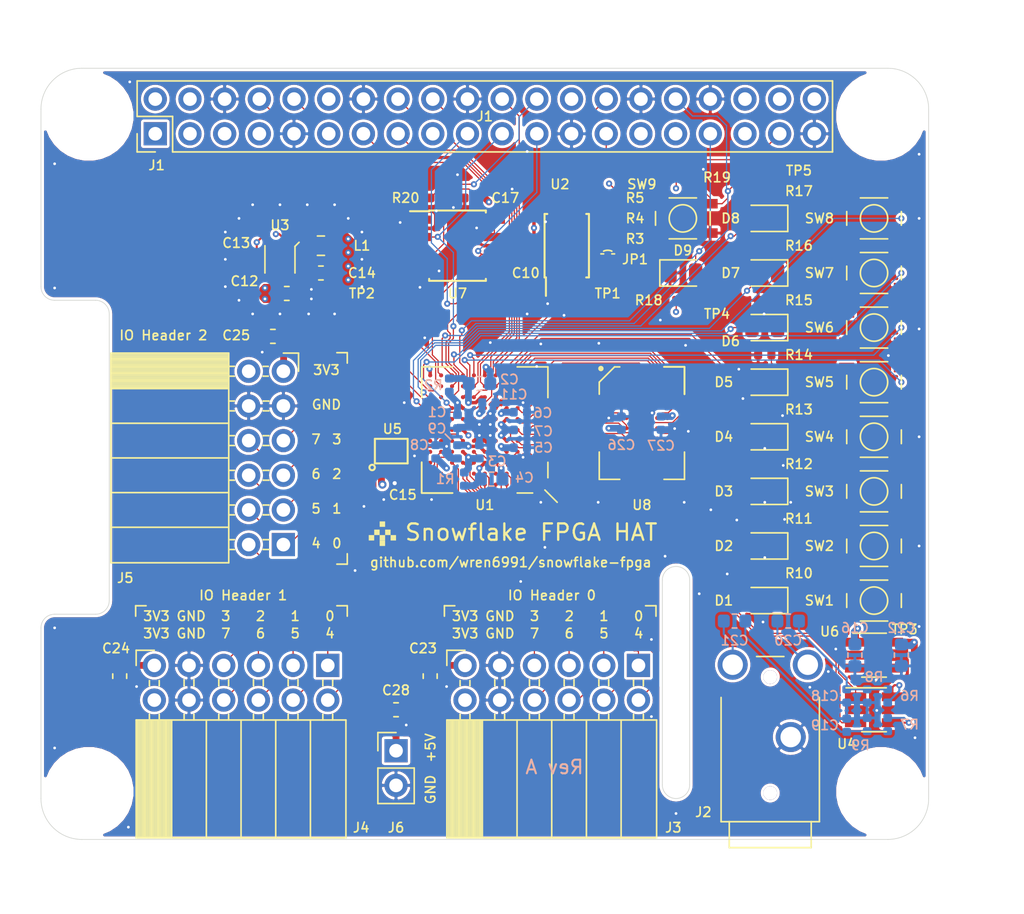
<source format=kicad_pcb>
(kicad_pcb (version 20171130) (host pcbnew 5.1.2+dfsg1-1)
  (layers (0 F.Cu signal) (1 In1.Cu power hide) (2 In2.Cu power) (31 B.Cu signal) (34 B.Paste user hide) (35 F.Paste user hide) (36 B.SilkS user) (37 F.SilkS user) (38 B.Mask user hide) (39 F.Mask user) (44 Edge.Cuts user))
  (net 0 "")
  (net 1 GND)
  (net 2 +1V2)
  (net 3 "Net-(C2-Pad2)")
  (net 4 "Net-(C2-Pad1)")
  (net 5 "Net-(C4-Pad2)")
  (net 6 "Net-(C4-Pad1)")
  (net 7 +3V3)
  (net 8 +5V)
  (net 9 "Net-(C13-Pad2)")
  (net 10 "Net-(C18-Pad1)")
  (net 11 "Net-(C19-Pad1)")
  (net 12 "Net-(C20-Pad1)")
  (net 13 "Net-(C21-Pad1)")
  (net 14 +3.3VDAC)
  (net 15 "Net-(D1-Pad1)")
  (net 16 /LED0)
  (net 17 /LED1)
  (net 18 "Net-(D2-Pad1)")
  (net 19 "Net-(D3-Pad1)")
  (net 20 /LED2)
  (net 21 /LED3)
  (net 22 "Net-(D4-Pad1)")
  (net 23 /LED4)
  (net 24 "Net-(D5-Pad1)")
  (net 25 "Net-(D6-Pad1)")
  (net 26 /LED5)
  (net 27 /LED6)
  (net 28 "Net-(D7-Pad1)")
  (net 29 "Net-(D8-Pad1)")
  (net 30 /LED7)
  (net 31 /GP13_FPGA_CDONE)
  (net 32 "Net-(J1-Pad3)")
  (net 33 "Net-(J1-Pad5)")
  (net 34 "Net-(J1-Pad7)")
  (net 35 /GP14_UART_TXD)
  (net 36 /GP15_UART_RXD)
  (net 37 "Net-(J1-Pad11)")
  (net 38 "Net-(J1-Pad12)")
  (net 39 /GP27_SDIO_DAT3)
  (net 40 /GP22_SDIO_CLK)
  (net 41 /GP23_SDIO_CMD)
  (net 42 /GP24_SDIO_DAT0)
  (net 43 /GP10_SPI_MOSI)
  (net 44 /GP9_SPI_MISO)
  (net 45 /GP25_SDIO_DAT1)
  (net 46 /GP11_SPI_SCK)
  (net 47 /GP8_SPI_~CS)
  (net 48 "Net-(J1-Pad26)")
  (net 49 /ID_SD)
  (net 50 /ID_SC)
  (net 51 "Net-(J1-Pad29)")
  (net 52 "Net-(J1-Pad31)")
  (net 53 /GP12_FPGA_~RST)
  (net 54 "Net-(J1-Pad35)")
  (net 55 "Net-(J1-Pad36)")
  (net 56 /GP26_SDIO_DAT2)
  (net 57 "Net-(J1-Pad38)")
  (net 58 "Net-(J1-Pad40)")
  (net 59 /IO0_0)
  (net 60 /IO0_1)
  (net 61 /IO0_2)
  (net 62 /IO0_3)
  (net 63 /IO0_4)
  (net 64 /IO0_5)
  (net 65 /IO0_6)
  (net 66 /IO0_7)
  (net 67 /IO1_7)
  (net 68 /IO1_6)
  (net 69 /IO1_5)
  (net 70 /IO1_4)
  (net 71 /IO1_3)
  (net 72 /IO1_2)
  (net 73 /IO1_1)
  (net 74 /IO1_0)
  (net 75 /IO2_0)
  (net 76 /IO2_1)
  (net 77 /IO2_2)
  (net 78 /IO2_3)
  (net 79 /IO2_4)
  (net 80 /IO2_5)
  (net 81 /IO2_6)
  (net 82 /IO2_7)
  (net 83 "Net-(JP1-Pad1)")
  (net 84 "Net-(L1-Pad1)")
  (net 85 "Net-(R6-Pad2)")
  (net 86 "Net-(R7-Pad2)")
  (net 87 /SW0)
  (net 88 /SW1)
  (net 89 /SW2)
  (net 90 /SW3)
  (net 91 /SW4)
  (net 92 /SW5)
  (net 93 /SW6)
  (net 94 /SW7)
  (net 95 /SRAM_DQ0)
  (net 96 /SRAM_DQ5)
  (net 97 /SRAM_DQ7)
  (net 98 /SRAM_DQ6)
  (net 99 /SRAM_DQ12)
  (net 100 /SRAM_A9)
  (net 101 /SRAM_A2)
  (net 102 /SRAM_A4)
  (net 103 /SRAM_A5)
  (net 104 /SRAM_A10)
  (net 105 /SRAM_DQ1)
  (net 106 /SRAM_DQ4)
  (net 107 /SRAM_DQ8)
  (net 108 /SRAM_DQ10)
  (net 109 /SRAM_DQ13)
  (net 110 /SRAM_DQ15)
  (net 111 /SRAM_A3)
  (net 112 /SRAM_A7)
  (net 113 /SRAM_A6)
  (net 114 /SRAM_A12)
  (net 115 /SRAM_DQ3)
  (net 116 /SRAM_DQ9)
  (net 117 /SRAM_DQ11)
  (net 118 /SRAM_A8)
  (net 119 /SRAM_A0)
  (net 120 /SRAM_A1)
  (net 121 /SRAM_A11)
  (net 122 /SRAM_A13)
  (net 123 /SRAM_A15)
  (net 124 /SRAM_DQ2)
  (net 125 /SRAM_DQ14)
  (net 126 /SRAM_A14)
  (net 127 /SRAM_A17)
  (net 128 /SRAM_A16)
  (net 129 /SRAM_~WE)
  (net 130 /SRAM_~OE)
  (net 131 /SRAM_~LB)
  (net 132 /SRAM_~UB)
  (net 133 /AUDIO_R_PWM)
  (net 134 "Net-(U1-PadB10)")
  (net 135 /CLK_OSC)
  (net 136 /AUDIO_L_PWM)
  (module fpga_hat:MOUNTHOLE_M2.5 (layer F.Cu) (at 161.5 133)
    (fp_text reference REF** hide)
    (fp_text value MOUNTHOLE_M2.5 hide)
    (pad "" np_thru_hole circle (at 0 0) (size 2.75 2.75) (drill 2.75) (layers *.Cu *.Mask) (clearance 1.9) (thermal_gap 1.9))
  )
  (module fpga_hat:MOUNTHOLE_M2.5 (layer F.Cu) (at 161.5 83.5)
    (fp_text reference REF** hide)
    (fp_text value MOUNTHOLE_M2.5 hide)
    (pad "" np_thru_hole circle (at 0 0) (size 2.75 2.75) (drill 2.75) (layers *.Cu *.Mask) (clearance 1.9) (thermal_gap 1.9))
  )
  (module fpga_hat:MOUNTHOLE_M2.5 (layer F.Cu) (at 103.5 133)
    (fp_text reference REF** hide)
    (fp_text value MOUNTHOLE_M2.5 hide)
    (pad "" np_thru_hole circle (at 0 0) (size 2.75 2.75) (drill 2.75) (layers *.Cu *.Mask) (clearance 1.9) (thermal_gap 1.9))
  )
  (module fpga_hat:MOUNTHOLE_M2.5 (layer F.Cu) (at 103.5 83.5)
    (fp_text reference REF** hide)
    (fp_text value MOUNTHOLE_M2.5 hide)
    (pad "" np_thru_hole circle (at 0 0) (size 2.75 2.75) (drill 2.75) (layers *.Cu *.Mask) (clearance 1.9) (thermal_gap 1.9))
  )
  (module fpga_hat:github_avatar (layer F.Cu) (at 125 114)
    (fp_text reference REF** hide)
    (fp_text value github_avatar hide)
  )
  (module Capacitor_SMD:C_0603_1608Metric (layer F.Cu) (at 105.7656 124.5363 270)
    (fp_text reference C24 (at -2.0363 0.2656 180) (layer F.SilkS) (effects (font (size 0.7 0.7) (thickness 0.12))))
    (fp_text value 1u)
    (pad 1 smd roundrect (at -0.7875 0 270) (size 0.875 0.95) (layers F.Cu F.Paste F.Mask) (net 7 +3V3))
    (pad 2 smd roundrect (at 0.7875 0 270) (size 0.875 0.95) (layers F.Cu F.Paste F.Mask) (net 1 GND))
  )
  (module Connector_PinHeader_2.54mm:PinHeader_2x20_P2.54mm_Vertical (layer F.Cu) (at 108.37 84.8 90)
    (fp_text reference J1 (at -2.31 0.1 180) (layer F.SilkS) (effects (font (size 0.7 0.7) (thickness 0.12))))
    (fp_text value 2x20)
    (fp_text user %R (at 1.27 24.13) (layer F.SilkS) (effects (font (size 0.7 0.7) (thickness 0.12))))
    (pad 1 thru_hole rect (at 0 0 90) (size 1.7 1.7) (drill 1) (layers *.Cu *.Mask) (net 7 +3V3))
    (pad 2 thru_hole oval (at 2.54 0 90) (size 1.7 1.7) (drill 1) (layers *.Cu *.Mask) (net 8 +5V))
    (pad 3 thru_hole oval (at 0 2.54 90) (size 1.7 1.7) (drill 1) (layers *.Cu *.Mask) (net 32 "Net-(J1-Pad3)"))
    (pad 4 thru_hole oval (at 2.54 2.54 90) (size 1.7 1.7) (drill 1) (layers *.Cu *.Mask) (net 8 +5V))
    (pad 5 thru_hole oval (at 0 5.08 90) (size 1.7 1.7) (drill 1) (layers *.Cu *.Mask) (net 33 "Net-(J1-Pad5)"))
    (pad 6 thru_hole oval (at 2.54 5.08 90) (size 1.7 1.7) (drill 1) (layers *.Cu *.Mask) (net 1 GND))
    (pad 7 thru_hole oval (at 0 7.62 90) (size 1.7 1.7) (drill 1) (layers *.Cu *.Mask) (net 34 "Net-(J1-Pad7)"))
    (pad 8 thru_hole oval (at 2.54 7.62 90) (size 1.7 1.7) (drill 1) (layers *.Cu *.Mask) (net 35 /GP14_UART_TXD))
    (pad 9 thru_hole oval (at 0 10.16 90) (size 1.7 1.7) (drill 1) (layers *.Cu *.Mask) (net 1 GND))
    (pad 10 thru_hole oval (at 2.54 10.16 90) (size 1.7 1.7) (drill 1) (layers *.Cu *.Mask) (net 36 /GP15_UART_RXD))
    (pad 11 thru_hole oval (at 0 12.7 90) (size 1.7 1.7) (drill 1) (layers *.Cu *.Mask) (net 37 "Net-(J1-Pad11)"))
    (pad 12 thru_hole oval (at 2.54 12.7 90) (size 1.7 1.7) (drill 1) (layers *.Cu *.Mask) (net 38 "Net-(J1-Pad12)"))
    (pad 13 thru_hole oval (at 0 15.24 90) (size 1.7 1.7) (drill 1) (layers *.Cu *.Mask) (net 39 /GP27_SDIO_DAT3))
    (pad 14 thru_hole oval (at 2.54 15.24 90) (size 1.7 1.7) (drill 1) (layers *.Cu *.Mask) (net 1 GND))
    (pad 15 thru_hole oval (at 0 17.78 90) (size 1.7 1.7) (drill 1) (layers *.Cu *.Mask) (net 40 /GP22_SDIO_CLK))
    (pad 16 thru_hole oval (at 2.54 17.78 90) (size 1.7 1.7) (drill 1) (layers *.Cu *.Mask) (net 41 /GP23_SDIO_CMD))
    (pad 17 thru_hole oval (at 0 20.32 90) (size 1.7 1.7) (drill 1) (layers *.Cu *.Mask) (net 7 +3V3))
    (pad 18 thru_hole oval (at 2.54 20.32 90) (size 1.7 1.7) (drill 1) (layers *.Cu *.Mask) (net 42 /GP24_SDIO_DAT0))
    (pad 19 thru_hole oval (at 0 22.86 90) (size 1.7 1.7) (drill 1) (layers *.Cu *.Mask) (net 43 /GP10_SPI_MOSI))
    (pad 20 thru_hole oval (at 2.54 22.86 90) (size 1.7 1.7) (drill 1) (layers *.Cu *.Mask) (net 1 GND))
    (pad 21 thru_hole oval (at 0 25.4 90) (size 1.7 1.7) (drill 1) (layers *.Cu *.Mask) (net 44 /GP9_SPI_MISO))
    (pad 22 thru_hole oval (at 2.54 25.4 90) (size 1.7 1.7) (drill 1) (layers *.Cu *.Mask) (net 45 /GP25_SDIO_DAT1))
    (pad 23 thru_hole oval (at 0 27.94 90) (size 1.7 1.7) (drill 1) (layers *.Cu *.Mask) (net 46 /GP11_SPI_SCK))
    (pad 24 thru_hole oval (at 2.54 27.94 90) (size 1.7 1.7) (drill 1) (layers *.Cu *.Mask) (net 47 /GP8_SPI_~CS))
    (pad 25 thru_hole oval (at 0 30.48 90) (size 1.7 1.7) (drill 1) (layers *.Cu *.Mask) (net 1 GND))
    (pad 26 thru_hole oval (at 2.54 30.48 90) (size 1.7 1.7) (drill 1) (layers *.Cu *.Mask) (net 48 "Net-(J1-Pad26)"))
    (pad 27 thru_hole oval (at 0 33.02 90) (size 1.7 1.7) (drill 1) (layers *.Cu *.Mask) (net 49 /ID_SD))
    (pad 28 thru_hole oval (at 2.54 33.02 90) (size 1.7 1.7) (drill 1) (layers *.Cu *.Mask) (net 50 /ID_SC))
    (pad 29 thru_hole oval (at 0 35.56 90) (size 1.7 1.7) (drill 1) (layers *.Cu *.Mask) (net 51 "Net-(J1-Pad29)"))
    (pad 30 thru_hole oval (at 2.54 35.56 90) (size 1.7 1.7) (drill 1) (layers *.Cu *.Mask) (net 1 GND))
    (pad 31 thru_hole oval (at 0 38.1 90) (size 1.7 1.7) (drill 1) (layers *.Cu *.Mask) (net 52 "Net-(J1-Pad31)"))
    (pad 32 thru_hole oval (at 2.54 38.1 90) (size 1.7 1.7) (drill 1) (layers *.Cu *.Mask) (net 53 /GP12_FPGA_~RST))
    (pad 33 thru_hole oval (at 0 40.64 90) (size 1.7 1.7) (drill 1) (layers *.Cu *.Mask) (net 31 /GP13_FPGA_CDONE))
    (pad 34 thru_hole oval (at 2.54 40.64 90) (size 1.7 1.7) (drill 1) (layers *.Cu *.Mask) (net 1 GND))
    (pad 35 thru_hole oval (at 0 43.18 90) (size 1.7 1.7) (drill 1) (layers *.Cu *.Mask) (net 54 "Net-(J1-Pad35)"))
    (pad 36 thru_hole oval (at 2.54 43.18 90) (size 1.7 1.7) (drill 1) (layers *.Cu *.Mask) (net 55 "Net-(J1-Pad36)"))
    (pad 37 thru_hole oval (at 0 45.72 90) (size 1.7 1.7) (drill 1) (layers *.Cu *.Mask) (net 56 /GP26_SDIO_DAT2))
    (pad 38 thru_hole oval (at 2.54 45.72 90) (size 1.7 1.7) (drill 1) (layers *.Cu *.Mask) (net 57 "Net-(J1-Pad38)"))
    (pad 39 thru_hole oval (at 0 48.26 90) (size 1.7 1.7) (drill 1) (layers *.Cu *.Mask) (net 1 GND))
    (pad 40 thru_hole oval (at 2.54 48.26 90) (size 1.7 1.7) (drill 1) (layers *.Cu *.Mask) (net 58 "Net-(J1-Pad40)"))
  )
  (module fpga_hat:PTS815 (layer F.Cu) (at 161 103 270)
    (fp_text reference SW5 (at 0 4) (layer F.SilkS) (effects (font (size 0.7 0.7) (thickness 0.12))))
    (fp_text value PTS815)
    (pad 1 smd rect (at -1.075 -2) (size 1.1 0.7) (layers F.Cu F.Paste F.Mask) (net 91 /SW4))
    (pad 2 smd rect (at 1.075 -2) (size 1.1 0.7) (layers F.Cu F.Paste F.Mask) (net 1 GND))
    (pad ~ smd rect (at 1.075 2) (size 1.1 0.7) (layers F.Cu F.Paste F.Mask))
    (pad ~ smd rect (at -1.075 2) (size 1.1 0.7) (layers F.Cu F.Paste F.Mask))
  )
  (module fpga_hat:BGA-121_11x11_9.0x9.0mm (layer F.Cu) (at 132.5 106.5 180)
    (fp_text reference U1 (at 0 -5.5) (layer F.SilkS) (effects (font (size 0.7 0.7) (thickness 0.12))))
    (fp_text value iCE40-HX8k-BG121)
    (pad A1 smd circle (at -4 -4 180) (size 0.3 0.3) (layers F.Cu F.Paste F.Mask) (net 97 /SRAM_DQ7))
    (pad B1 smd circle (at -4 -3.2 180) (size 0.3 0.3) (layers F.Cu F.Paste F.Mask) (net 129 /SRAM_~WE))
    (pad C1 smd circle (at -4 -2.4 180) (size 0.3 0.3) (layers F.Cu F.Paste F.Mask) (net 100 /SRAM_A9))
    (pad D1 smd circle (at -4 -1.6 180) (size 0.3 0.3) (layers F.Cu F.Paste F.Mask) (net 114 /SRAM_A12))
    (pad E1 smd circle (at -4 -0.8 180) (size 0.3 0.3) (layers F.Cu F.Paste F.Mask) (net 125 /SRAM_DQ14))
    (pad F1 smd circle (at -4 0 180) (size 0.3 0.3) (layers F.Cu F.Paste F.Mask) (net 99 /SRAM_DQ12))
    (pad G1 smd circle (at -4 0.8 180) (size 0.3 0.3) (layers F.Cu F.Paste F.Mask) (net 107 /SRAM_DQ8))
    (pad H1 smd circle (at -4 1.6 180) (size 0.3 0.3) (layers F.Cu F.Paste F.Mask) (net 132 /SRAM_~UB))
    (pad J1 smd circle (at -4 2.4 180) (size 0.3 0.3) (layers F.Cu F.Paste F.Mask) (net 119 /SRAM_A0))
    (pad K1 smd circle (at -4 3.2 180) (size 0.3 0.3) (layers F.Cu F.Paste F.Mask) (net 102 /SRAM_A4))
    (pad L1 smd circle (at -4 4 180) (size 0.3 0.3) (layers F.Cu F.Paste F.Mask) (net 95 /SRAM_DQ0))
    (pad A2 smd circle (at -3.2 -4 180) (size 0.3 0.3) (layers F.Cu F.Paste F.Mask) (net 96 /SRAM_DQ5))
    (pad B2 smd circle (at -3.2 -3.2 180) (size 0.3 0.3) (layers F.Cu F.Paste F.Mask) (net 104 /SRAM_A10))
    (pad C2 smd circle (at -3.2 -2.4 180) (size 0.3 0.3) (layers F.Cu F.Paste F.Mask) (net 122 /SRAM_A13))
    (pad D2 smd circle (at -3.2 -1.6 180) (size 0.3 0.3) (layers F.Cu F.Paste F.Mask) (net 118 /SRAM_A8))
    (pad E2 smd circle (at -3.2 -0.8 180) (size 0.3 0.3) (layers F.Cu F.Paste F.Mask) (net 109 /SRAM_DQ13))
    (pad F2 smd circle (at -3.2 0 180) (size 0.3 0.3) (layers F.Cu F.Paste F.Mask) (net 116 /SRAM_DQ9))
    (pad G2 smd circle (at -3.2 0.8 180) (size 0.3 0.3) (layers F.Cu F.Paste F.Mask) (net 108 /SRAM_DQ10))
    (pad H2 smd circle (at -3.2 1.6 180) (size 0.3 0.3) (layers F.Cu F.Paste F.Mask) (net 130 /SRAM_~OE))
    (pad J2 smd circle (at -3.2 2.4 180) (size 0.3 0.3) (layers F.Cu F.Paste F.Mask) (net 111 /SRAM_A3))
    (pad K2 smd circle (at -3.2 3.2 180) (size 0.3 0.3) (layers F.Cu F.Paste F.Mask) (net 120 /SRAM_A1))
    (pad L2 smd circle (at -3.2 4 180) (size 0.3 0.3) (layers F.Cu F.Paste F.Mask) (net 113 /SRAM_A6))
    (pad A3 smd circle (at -2.4 -4 180) (size 0.3 0.3) (layers F.Cu F.Paste F.Mask) (net 106 /SRAM_DQ4))
    (pad B3 smd circle (at -2.4 -3.2 180) (size 0.3 0.3) (layers F.Cu F.Paste F.Mask) (net 98 /SRAM_DQ6))
    (pad C3 smd circle (at -2.4 -2.4 180) (size 0.3 0.3) (layers F.Cu F.Paste F.Mask) (net 123 /SRAM_A15))
    (pad D3 smd circle (at -2.4 -1.6 180) (size 0.3 0.3) (layers F.Cu F.Paste F.Mask) (net 121 /SRAM_A11))
    (pad E3 smd circle (at -2.4 -0.8 180) (size 0.3 0.3) (layers F.Cu F.Paste F.Mask) (net 126 /SRAM_A14))
    (pad F3 smd circle (at -2.4 0 180) (size 0.3 0.3) (layers F.Cu F.Paste F.Mask) (net 127 /SRAM_A17))
    (pad G3 smd circle (at -2.4 0.8 180) (size 0.3 0.3) (layers F.Cu F.Paste F.Mask) (net 117 /SRAM_DQ11))
    (pad H3 smd circle (at -2.4 1.6 180) (size 0.3 0.3) (layers F.Cu F.Paste F.Mask) (net 131 /SRAM_~LB))
    (pad J3 smd circle (at -2.4 2.4 180) (size 0.3 0.3) (layers F.Cu F.Paste F.Mask) (net 103 /SRAM_A5))
    (pad K3 smd circle (at -2.4 3.2 180) (size 0.3 0.3) (layers F.Cu F.Paste F.Mask) (net 101 /SRAM_A2))
    (pad L3 smd circle (at -2.4 4 180) (size 0.3 0.3) (layers F.Cu F.Paste F.Mask) (net 105 /SRAM_DQ1))
    (pad A4 smd circle (at -1.6 -4 180) (size 0.3 0.3) (layers F.Cu F.Paste F.Mask) (net 89 /SW2))
    (pad B4 smd circle (at -1.6 -3.2 180) (size 0.3 0.3) (layers F.Cu F.Paste F.Mask) (net 21 /LED3))
    (pad C4 smd circle (at -1.6 -2.4 180) (size 0.3 0.3) (layers F.Cu F.Paste F.Mask) (net 90 /SW3))
    (pad D4 smd circle (at -1.6 -1.6 180) (size 0.3 0.3) (layers F.Cu F.Paste F.Mask) (net 2 +1V2))
    (pad E4 smd circle (at -1.6 -0.8 180) (size 0.3 0.3) (layers F.Cu F.Paste F.Mask) (net 7 +3V3))
    (pad F4 smd circle (at -1.6 0 180) (size 0.3 0.3) (layers F.Cu F.Paste F.Mask) (net 110 /SRAM_DQ15))
    (pad G4 smd circle (at -1.6 0.8 180) (size 0.3 0.3) (layers F.Cu F.Paste F.Mask) (net 7 +3V3))
    (pad H4 smd circle (at -1.6 1.6 180) (size 0.3 0.3) (layers F.Cu F.Paste F.Mask) (net 2 +1V2))
    (pad J4 smd circle (at -1.6 2.4 180) (size 0.3 0.3) (layers F.Cu F.Paste F.Mask) (net 124 /SRAM_DQ2))
    (pad K4 smd circle (at -1.6 3.2 180) (size 0.3 0.3) (layers F.Cu F.Paste F.Mask) (net 115 /SRAM_DQ3))
    (pad L4 smd circle (at -1.6 4 180) (size 0.3 0.3) (layers F.Cu F.Paste F.Mask) (net 112 /SRAM_A7))
    (pad A5 smd circle (at -0.8 -4 180) (size 0.3 0.3) (layers F.Cu F.Paste F.Mask) (net 88 /SW1))
    (pad B5 smd circle (at -0.8 -3.2 180) (size 0.3 0.3) (layers F.Cu F.Paste F.Mask) (net 20 /LED2))
    (pad C5 smd circle (at -0.8 -2.4 180) (size 0.3 0.3) (layers F.Cu F.Paste F.Mask) (net 5 "Net-(C4-Pad2)"))
    (pad D5 smd circle (at -0.8 -1.6 180) (size 0.3 0.3) (layers F.Cu F.Paste F.Mask) (net 128 /SRAM_A16))
    (pad E5 smd circle (at -0.8 -0.8 180) (size 0.3 0.3) (layers F.Cu F.Paste F.Mask) (net 1 GND))
    (pad F5 smd circle (at -0.8 0 180) (size 0.3 0.3) (layers F.Cu F.Paste F.Mask) (net 1 GND))
    (pad G5 smd circle (at -0.8 0.8 180) (size 0.3 0.3) (layers F.Cu F.Paste F.Mask) (net 1 GND))
    (pad H5 smd circle (at -0.8 1.6 180) (size 0.3 0.3) (layers F.Cu F.Paste F.Mask) (net 1 GND))
    (pad J5 smd circle (at -0.8 2.4 180) (size 0.3 0.3) (layers F.Cu F.Paste F.Mask) (net 23 /LED4))
    (pad K5 smd circle (at -0.8 3.2 180) (size 0.3 0.3) (layers F.Cu F.Paste F.Mask) (net 56 /GP26_SDIO_DAT2))
    (pad L5 smd circle (at -0.8 4 180) (size 0.3 0.3) (layers F.Cu F.Paste F.Mask) (net 45 /GP25_SDIO_DAT1))
    (pad A6 smd circle (at 0 -4 180) (size 0.3 0.3) (layers F.Cu F.Paste F.Mask) (net 16 /LED0))
    (pad B6 smd circle (at 0 -3.2 180) (size 0.3 0.3) (layers F.Cu F.Paste F.Mask) (net 87 /SW0))
    (pad C6 smd circle (at 0 -2.4 180) (size 0.3 0.3) (layers F.Cu F.Paste F.Mask) (net 6 "Net-(C4-Pad1)"))
    (pad D6 smd circle (at 0 -1.6 180) (size 0.3 0.3) (layers F.Cu F.Paste F.Mask) (net 7 +3V3))
    (pad E6 smd circle (at 0 -0.8 180) (size 0.3 0.3) (layers F.Cu F.Paste F.Mask) (net 1 GND))
    (pad F6 smd circle (at 0 0 180) (size 0.3 0.3) (layers F.Cu F.Paste F.Mask) (net 1 GND))
    (pad G6 smd circle (at 0 0.8 180) (size 0.3 0.3) (layers F.Cu F.Paste F.Mask) (net 1 GND))
    (pad H6 smd circle (at 0 1.6 180) (size 0.3 0.3) (layers F.Cu F.Paste F.Mask) (net 7 +3V3))
    (pad J6 smd circle (at 0 2.4 180) (size 0.3 0.3) (layers F.Cu F.Paste F.Mask) (net 4 "Net-(C2-Pad1)"))
    (pad K6 smd circle (at 0 3.2 180) (size 0.3 0.3) (layers F.Cu F.Paste F.Mask) (net 40 /GP22_SDIO_CLK))
    (pad L6 smd circle (at 0 4 180) (size 0.3 0.3) (layers F.Cu F.Paste F.Mask) (net 3 "Net-(C2-Pad2)"))
    (pad A7 smd circle (at 0.8 -4 180) (size 0.3 0.3) (layers F.Cu F.Paste F.Mask) (net 63 /IO0_4))
    (pad B7 smd circle (at 0.8 -3.2 180) (size 0.3 0.3) (layers F.Cu F.Paste F.Mask) (net 136 /AUDIO_L_PWM))
    (pad C7 smd circle (at 0.8 -2.4 180) (size 0.3 0.3) (layers F.Cu F.Paste F.Mask) (net 133 /AUDIO_R_PWM))
    (pad D7 smd circle (at 0.8 -1.6 180) (size 0.3 0.3) (layers F.Cu F.Paste F.Mask) (net 17 /LED1))
    (pad E7 smd circle (at 0.8 -0.8 180) (size 0.3 0.3) (layers F.Cu F.Paste F.Mask) (net 1 GND))
    (pad F7 smd circle (at 0.8 0 180) (size 0.3 0.3) (layers F.Cu F.Paste F.Mask) (net 1 GND))
    (pad G7 smd circle (at 0.8 0.8 180) (size 0.3 0.3) (layers F.Cu F.Paste F.Mask) (net 1 GND))
    (pad H7 smd circle (at 0.8 1.6 180) (size 0.3 0.3) (layers F.Cu F.Paste F.Mask) (net 42 /GP24_SDIO_DAT0))
    (pad J7 smd circle (at 0.8 2.4 180) (size 0.3 0.3) (layers F.Cu F.Paste F.Mask) (net 41 /GP23_SDIO_CMD))
    (pad K7 smd circle (at 0.8 3.2 180) (size 0.3 0.3) (layers F.Cu F.Paste F.Mask) (net 39 /GP27_SDIO_DAT3))
    (pad L7 smd circle (at 0.8 4 180) (size 0.3 0.3) (layers F.Cu F.Paste F.Mask) (net 92 /SW5))
    (pad A8 smd circle (at 1.6 -4 180) (size 0.3 0.3) (layers F.Cu F.Paste F.Mask) (net 60 /IO0_1))
    (pad B8 smd circle (at 1.6 -3.2 180) (size 0.3 0.3) (layers F.Cu F.Paste F.Mask) (net 64 /IO0_5))
    (pad C8 smd circle (at 1.6 -2.4 180) (size 0.3 0.3) (layers F.Cu F.Paste F.Mask) (net 59 /IO0_0))
    (pad D8 smd circle (at 1.6 -1.6 180) (size 0.3 0.3) (layers F.Cu F.Paste F.Mask) (net 2 +1V2))
    (pad E8 smd circle (at 1.6 -0.8 180) (size 0.3 0.3) (layers F.Cu F.Paste F.Mask) (net 79 /IO2_4))
    (pad F8 smd circle (at 1.6 0 180) (size 0.3 0.3) (layers F.Cu F.Paste F.Mask) (net 7 +3V3))
    (pad G8 smd circle (at 1.6 0.8 180) (size 0.3 0.3) (layers F.Cu F.Paste F.Mask) (net 78 /IO2_3))
    (pad H8 smd circle (at 1.6 1.6 180) (size 0.3 0.3) (layers F.Cu F.Paste F.Mask) (net 2 +1V2))
    (pad J8 smd circle (at 1.6 2.4 180) (size 0.3 0.3) (layers F.Cu F.Paste F.Mask) (net 91 /SW4))
    (pad K8 smd circle (at 1.6 3.2 180) (size 0.3 0.3) (layers F.Cu F.Paste F.Mask) (net 31 /GP13_FPGA_CDONE))
    (pad L8 smd circle (at 1.6 4 180) (size 0.3 0.3) (layers F.Cu F.Paste F.Mask) (net 26 /LED5))
    (pad A9 smd circle (at 2.4 -4 180) (size 0.3 0.3) (layers F.Cu F.Paste F.Mask) (net 61 /IO0_2))
    (pad B9 smd circle (at 2.4 -3.2 180) (size 0.3 0.3) (layers F.Cu F.Paste F.Mask) (net 66 /IO0_7))
    (pad C9 smd circle (at 2.4 -2.4 180) (size 0.3 0.3) (layers F.Cu F.Paste F.Mask) (net 65 /IO0_6))
    (pad D9 smd circle (at 2.4 -1.6 180) (size 0.3 0.3) (layers F.Cu F.Paste F.Mask) (net 74 /IO1_0))
    (pad E9 smd circle (at 2.4 -0.8 180) (size 0.3 0.3) (layers F.Cu F.Paste F.Mask) (net 67 /IO1_7))
    (pad F9 smd circle (at 2.4 0 180) (size 0.3 0.3) (layers F.Cu F.Paste F.Mask) (net 76 /IO2_1))
    (pad G9 smd circle (at 2.4 0.8 180) (size 0.3 0.3) (layers F.Cu F.Paste F.Mask) (net 82 /IO2_7))
    (pad H9 smd circle (at 2.4 1.6 180) (size 0.3 0.3) (layers F.Cu F.Paste F.Mask) (net 94 /SW7))
    (pad J9 smd circle (at 2.4 2.4 180) (size 0.3 0.3) (layers F.Cu F.Paste F.Mask) (net 44 /GP9_SPI_MISO))
    (pad K9 smd circle (at 2.4 3.2 180) (size 0.3 0.3) (layers F.Cu F.Paste F.Mask) (net 43 /GP10_SPI_MOSI))
    (pad L9 smd circle (at 2.4 4 180) (size 0.3 0.3) (layers F.Cu F.Paste F.Mask) (net 53 /GP12_FPGA_~RST))
    (pad A10 smd circle (at 3.2 -4 180) (size 0.3 0.3) (layers F.Cu F.Paste F.Mask) (net 62 /IO0_3))
    (pad B10 smd circle (at 3.2 -3.2 180) (size 0.3 0.3) (layers F.Cu F.Paste F.Mask) (net 134 "Net-(U1-PadB10)"))
    (pad C10 smd circle (at 3.2 -2.4 180) (size 0.3 0.3) (layers F.Cu F.Paste F.Mask) (net 7 +3V3))
    (pad D10 smd circle (at 3.2 -1.6 180) (size 0.3 0.3) (layers F.Cu F.Paste F.Mask) (net 73 /IO1_1))
    (pad E10 smd circle (at 3.2 -0.8 180) (size 0.3 0.3) (layers F.Cu F.Paste F.Mask) (net 135 /CLK_OSC))
    (pad F10 smd circle (at 3.2 0 180) (size 0.3 0.3) (layers F.Cu F.Paste F.Mask) (net 75 /IO2_0))
    (pad G10 smd circle (at 3.2 0.8 180) (size 0.3 0.3) (layers F.Cu F.Paste F.Mask) (net 81 /IO2_6))
    (pad H10 smd circle (at 3.2 1.6 180) (size 0.3 0.3) (layers F.Cu F.Paste F.Mask) (net 35 /GP14_UART_TXD))
    (pad J10 smd circle (at 3.2 2.4 180) (size 0.3 0.3) (layers F.Cu F.Paste F.Mask) (net 36 /GP15_UART_RXD))
    (pad K10 smd circle (at 3.2 3.2 180) (size 0.3 0.3) (layers F.Cu F.Paste F.Mask) (net 47 /GP8_SPI_~CS))
    (pad L10 smd circle (at 3.2 4 180) (size 0.3 0.3) (layers F.Cu F.Paste F.Mask) (net 46 /GP11_SPI_SCK))
    (pad A11 smd circle (at 4 -4 180) (size 0.3 0.3) (layers F.Cu F.Paste F.Mask) (net 70 /IO1_4))
    (pad B11 smd circle (at 4 -3.2 180) (size 0.3 0.3) (layers F.Cu F.Paste F.Mask) (net 69 /IO1_5))
    (pad C11 smd circle (at 4 -2.4 180) (size 0.3 0.3) (layers F.Cu F.Paste F.Mask) (net 68 /IO1_6))
    (pad D11 smd circle (at 4 -1.6 180) (size 0.3 0.3) (layers F.Cu F.Paste F.Mask) (net 72 /IO1_2))
    (pad E11 smd circle (at 4 -0.8 180) (size 0.3 0.3) (layers F.Cu F.Paste F.Mask) (net 71 /IO1_3))
    (pad F11 smd circle (at 4 0 180) (size 0.3 0.3) (layers F.Cu F.Paste F.Mask) (net 80 /IO2_5))
    (pad G11 smd circle (at 4 0.8 180) (size 0.3 0.3) (layers F.Cu F.Paste F.Mask) (net 77 /IO2_2))
    (pad H11 smd circle (at 4 1.6 180) (size 0.3 0.3) (layers F.Cu F.Paste F.Mask) (net 30 /LED7))
    (pad J11 smd circle (at 4 2.4 180) (size 0.3 0.3) (layers F.Cu F.Paste F.Mask) (net 27 /LED6))
    (pad K11 smd circle (at 4 3.2 180) (size 0.3 0.3) (layers F.Cu F.Paste F.Mask) (net 93 /SW6))
    (pad L11 smd circle (at 4 4 180) (size 0.3 0.3) (layers F.Cu F.Paste F.Mask) (net 7 +3V3))
  )
  (module Capacitor_SMD:C_0402_1005Metric (layer B.Cu) (at 128.9 108.1 90)
    (fp_text reference C8 (at 0.5 -1.2 180) (layer B.SilkS) (effects (font (size 0.7 0.7) (thickness 0.12)) (justify mirror)))
    (fp_text value 100n)
    (pad 2 smd roundrect (at 0.485 0 90) (size 0.59 0.64) (layers B.Cu B.Paste B.Mask) (net 1 GND))
    (pad 1 smd roundrect (at -0.485 0 90) (size 0.59 0.64) (layers B.Cu B.Paste B.Mask) (net 7 +3V3))
  )
  (module Capacitor_SMD:C_0402_1005Metric (layer B.Cu) (at 130.5 105.885 270)
    (fp_text reference C1 (at -0.685 1.5) (layer B.SilkS) (effects (font (size 0.7 0.7) (thickness 0.12)) (justify mirror)))
    (fp_text value 100n)
    (pad 2 smd roundrect (at 0.485 0 270) (size 0.59 0.64) (layers B.Cu B.Paste B.Mask) (net 1 GND))
    (pad 1 smd roundrect (at -0.485 0 270) (size 0.59 0.64) (layers B.Cu B.Paste B.Mask) (net 2 +1V2))
  )
  (module Capacitor_SMD:C_0603_1608Metric (layer B.Cu) (at 132.1125 103.1)
    (fp_text reference C2 (at 2.1875 -0.3) (layer B.SilkS) (effects (font (size 0.7 0.7) (thickness 0.12)) (justify mirror)))
    (fp_text value 4u7)
    (pad 2 smd roundrect (at 0.7875 0) (size 0.875 0.95) (layers B.Cu B.Paste B.Mask) (net 3 "Net-(C2-Pad2)"))
    (pad 1 smd roundrect (at -0.7875 0) (size 0.875 0.95) (layers B.Cu B.Paste B.Mask) (net 4 "Net-(C2-Pad1)"))
  )
  (module Capacitor_SMD:C_0402_1005Metric (layer B.Cu) (at 132.1 108.1 90)
    (fp_text reference C3 (at -0.7 1.3 180) (layer B.SilkS) (effects (font (size 0.7 0.7) (thickness 0.12)) (justify mirror)))
    (fp_text value 100n)
    (pad 1 smd roundrect (at -0.485 0 90) (size 0.59 0.64) (layers B.Cu B.Paste B.Mask) (net 2 +1V2))
    (pad 2 smd roundrect (at 0.485 0 90) (size 0.59 0.64) (layers B.Cu B.Paste B.Mask) (net 1 GND))
  )
  (module Capacitor_SMD:C_0603_1608Metric (layer B.Cu) (at 133 110.1)
    (fp_text reference C4 (at 2.4 -0.1) (layer B.SilkS) (effects (font (size 0.7 0.7) (thickness 0.12)) (justify mirror)))
    (fp_text value 4u7)
    (pad 1 smd roundrect (at -0.7875 0) (size 0.875 0.95) (layers B.Cu B.Paste B.Mask) (net 6 "Net-(C4-Pad1)"))
    (pad 2 smd roundrect (at 0.7875 0) (size 0.875 0.95) (layers B.Cu B.Paste B.Mask) (net 5 "Net-(C4-Pad2)"))
  )
  (module Capacitor_SMD:C_0402_1005Metric (layer B.Cu) (at 135.1 107.8)
    (fp_text reference C5 (at 1.7 0 -180) (layer B.SilkS) (effects (font (size 0.7 0.7) (thickness 0.12)) (justify mirror)))
    (fp_text value 100n)
    (pad 1 smd roundrect (at -0.485 0) (size 0.59 0.64) (layers B.Cu B.Paste B.Mask) (net 2 +1V2))
    (pad 2 smd roundrect (at 0.485 0) (size 0.59 0.64) (layers B.Cu B.Paste B.Mask) (net 1 GND))
  )
  (module Capacitor_SMD:C_0402_1005Metric (layer B.Cu) (at 135.1 105.2)
    (fp_text reference C6 (at 1.65 0.05) (layer B.SilkS) (effects (font (size 0.7 0.7) (thickness 0.12)) (justify mirror)))
    (fp_text value 100n)
    (pad 2 smd roundrect (at 0.485 0) (size 0.59 0.64) (layers B.Cu B.Paste B.Mask) (net 1 GND))
    (pad 1 smd roundrect (at -0.485 0) (size 0.59 0.64) (layers B.Cu B.Paste B.Mask) (net 2 +1V2))
  )
  (module Capacitor_SMD:C_0402_1005Metric (layer B.Cu) (at 135.115 106.5)
    (fp_text reference C7 (at 1.685 0.1 -180) (layer B.SilkS) (effects (font (size 0.7 0.7) (thickness 0.12)) (justify mirror)))
    (fp_text value 100n)
    (pad 2 smd roundrect (at 0.485 0) (size 0.59 0.64) (layers B.Cu B.Paste B.Mask) (net 1 GND))
    (pad 1 smd roundrect (at -0.485 0) (size 0.59 0.64) (layers B.Cu B.Paste B.Mask) (net 7 +3V3))
  )
  (module Capacitor_SMD:C_0402_1005Metric (layer B.Cu) (at 130.5 108.1 270)
    (fp_text reference C9 (at -1.7 1.5 180) (layer B.SilkS) (effects (font (size 0.7 0.7) (thickness 0.12)) (justify mirror)))
    (fp_text value 100n)
    (pad 2 smd roundrect (at 0.485 0 270) (size 0.59 0.64) (layers B.Cu B.Paste B.Mask) (net 1 GND))
    (pad 1 smd roundrect (at -0.485 0 270) (size 0.59 0.64) (layers B.Cu B.Paste B.Mask) (net 7 +3V3))
  )
  (module Capacitor_SMD:C_0402_1005Metric (layer F.Cu) (at 136.1 93 270)
    (fp_text reference C10 (at 2 0.6 180) (layer F.SilkS) (effects (font (size 0.7 0.7) (thickness 0.12))))
    (fp_text value 100n)
    (pad 1 smd roundrect (at -0.485 0 270) (size 0.59 0.64) (layers F.Cu F.Paste F.Mask) (net 7 +3V3))
    (pad 2 smd roundrect (at 0.485 0 270) (size 0.59 0.64) (layers F.Cu F.Paste F.Mask) (net 1 GND))
  )
  (module Capacitor_SMD:C_0402_1005Metric (layer B.Cu) (at 132.8 104.5)
    (fp_text reference C11 (at 1.8 -0.6) (layer B.SilkS) (effects (font (size 0.7 0.7) (thickness 0.12)) (justify mirror)))
    (fp_text value 100n)
    (pad 1 smd roundrect (at -0.485 0) (size 0.59 0.64) (layers B.Cu B.Paste B.Mask) (net 7 +3V3))
    (pad 2 smd roundrect (at 0.485 0) (size 0.59 0.64) (layers B.Cu B.Paste B.Mask) (net 1 GND))
  )
  (module Capacitor_SMD:C_0603_1608Metric (layer F.Cu) (at 118 96.5)
    (fp_text reference C12 (at -3.1 -0.9) (layer F.SilkS) (effects (font (size 0.7 0.7) (thickness 0.12))))
    (fp_text value 4u7)
    (pad 2 smd roundrect (at 0.7875 0) (size 0.875 0.95) (layers F.Cu F.Paste F.Mask) (net 1 GND))
    (pad 1 smd roundrect (at -0.7875 0) (size 0.875 0.95) (layers F.Cu F.Paste F.Mask) (net 8 +5V))
  )
  (module Capacitor_SMD:C_0402_1005Metric (layer F.Cu) (at 115.8 94 270)
    (fp_text reference C13 (at -1.2 1.5 180) (layer F.SilkS) (effects (font (size 0.7 0.7) (thickness 0.12))))
    (fp_text value 560p)
    (pad 1 smd roundrect (at -0.485 0 270) (size 0.59 0.64) (layers F.Cu F.Paste F.Mask) (net 2 +1V2))
    (pad 2 smd roundrect (at 0.485 0 270) (size 0.59 0.64) (layers F.Cu F.Paste F.Mask) (net 9 "Net-(C13-Pad2)"))
  )
  (module Capacitor_SMD:C_0603_1608Metric (layer F.Cu) (at 120.5 95 180)
    (fp_text reference C14 (at -3 0) (layer F.SilkS) (effects (font (size 0.7 0.7) (thickness 0.12))))
    (fp_text value 4u7)
    (pad 2 smd roundrect (at 0.7875 0 180) (size 0.875 0.95) (layers F.Cu F.Paste F.Mask) (net 1 GND))
    (pad 1 smd roundrect (at -0.7875 0 180) (size 0.875 0.95) (layers F.Cu F.Paste F.Mask) (net 2 +1V2))
  )
  (module Capacitor_SMD:C_0402_1005Metric (layer F.Cu) (at 125.415 109.6)
    (fp_text reference C15 (at 1.077 1.652) (layer F.SilkS) (effects (font (size 0.7 0.7) (thickness 0.12))))
    (fp_text value 100n)
    (pad 2 smd roundrect (at 0.485 0) (size 0.59 0.64) (layers F.Cu F.Paste F.Mask) (net 1 GND))
    (pad 1 smd roundrect (at -0.485 0) (size 0.59 0.64) (layers F.Cu F.Paste F.Mask) (net 7 +3V3))
  )
  (module Capacitor_SMD:C_0603_1608Metric (layer B.Cu) (at 159.6 123 270)
    (fp_text reference C16 (at -2 0 180) (layer B.SilkS) (effects (font (size 0.7 0.7) (thickness 0.12)) (justify mirror)))
    (fp_text value 1u)
    (pad 1 smd roundrect (at -0.7875 0 270) (size 0.875 0.95) (layers B.Cu B.Paste B.Mask) (net 8 +5V))
    (pad 2 smd roundrect (at 0.7875 0 270) (size 0.875 0.95) (layers B.Cu B.Paste B.Mask) (net 1 GND))
  )
  (module Capacitor_SMD:C_0402_1005Metric (layer F.Cu) (at 131.5 89.5 180)
    (fp_text reference C17 (at -2.5 0) (layer F.SilkS) (effects (font (size 0.7 0.7) (thickness 0.12))))
    (fp_text value 100n)
    (pad 1 smd roundrect (at -0.485 0 180) (size 0.59 0.64) (layers F.Cu F.Paste F.Mask) (net 7 +3V3))
    (pad 2 smd roundrect (at 0.485 0 180) (size 0.59 0.64) (layers F.Cu F.Paste F.Mask) (net 1 GND))
  )
  (module Capacitor_SMD:C_0402_1005Metric (layer B.Cu) (at 159 125.985 270)
    (fp_text reference C18 (at 0 1.6 180) (layer B.SilkS) (effects (font (size 0.7 0.7) (thickness 0.12)) (justify mirror)))
    (fp_text value 100n)
    (pad 1 smd roundrect (at -0.485 0 270) (size 0.59 0.64) (layers B.Cu B.Paste B.Mask) (net 10 "Net-(C18-Pad1)"))
    (pad 2 smd roundrect (at 0.485 0 270) (size 0.59 0.64) (layers B.Cu B.Paste B.Mask) (net 1 GND))
  )
  (module Capacitor_SMD:C_0402_1005Metric (layer B.Cu) (at 159 128.135 90)
    (fp_text reference C19 (at 0 -1.6 180) (layer B.SilkS) (effects (font (size 0.7 0.7) (thickness 0.12)) (justify mirror)))
    (fp_text value 100n)
    (pad 1 smd roundrect (at -0.485 0 90) (size 0.59 0.64) (layers B.Cu B.Paste B.Mask) (net 11 "Net-(C19-Pad1)"))
    (pad 2 smd roundrect (at 0.485 0 90) (size 0.59 0.64) (layers B.Cu B.Paste B.Mask) (net 1 GND))
  )
  (module Capacitor_SMD:C_0603_1608Metric (layer B.Cu) (at 154.7125 120.5)
    (fp_text reference C20 (at 0 1.43) (layer B.SilkS) (effects (font (size 0.7 0.7) (thickness 0.12)) (justify mirror)))
    (fp_text value 4u7)
    (pad 1 smd roundrect (at -0.7875 0) (size 0.875 0.95) (layers B.Cu B.Paste B.Mask) (net 12 "Net-(C20-Pad1)"))
    (pad 2 smd roundrect (at 0.7875 0) (size 0.875 0.95) (layers B.Cu B.Paste B.Mask) (net 10 "Net-(C18-Pad1)"))
  )
  (module Capacitor_SMD:C_0603_1608Metric (layer B.Cu) (at 150.7875 120.5)
    (fp_text reference C21 (at 0 1.43) (layer B.SilkS) (effects (font (size 0.7 0.7) (thickness 0.12)) (justify mirror)))
    (fp_text value 4u7)
    (pad 1 smd roundrect (at -0.7875 0) (size 0.875 0.95) (layers B.Cu B.Paste B.Mask) (net 13 "Net-(C21-Pad1)"))
    (pad 2 smd roundrect (at 0.7875 0) (size 0.875 0.95) (layers B.Cu B.Paste B.Mask) (net 11 "Net-(C19-Pad1)"))
  )
  (module Capacitor_SMD:C_0603_1608Metric (layer B.Cu) (at 163 123 270)
    (fp_text reference C22 (at -2 0 180) (layer B.SilkS) (effects (font (size 0.7 0.7) (thickness 0.12)) (justify mirror)))
    (fp_text value 1u)
    (pad 2 smd roundrect (at 0.7875 0 270) (size 0.875 0.95) (layers B.Cu B.Paste B.Mask) (net 1 GND))
    (pad 1 smd roundrect (at -0.7875 0 270) (size 0.875 0.95) (layers B.Cu B.Paste B.Mask) (net 14 +3.3VDAC))
  )
  (module Capacitor_SMD:C_0603_1608Metric (layer F.Cu) (at 128.5 124.5363 270)
    (fp_text reference C23 (at -2.0363 0.524 180) (layer F.SilkS) (effects (font (size 0.7 0.7) (thickness 0.12))))
    (fp_text value 1u)
    (pad 2 smd roundrect (at 0.7875 0 270) (size 0.875 0.95) (layers F.Cu F.Paste F.Mask) (net 1 GND))
    (pad 1 smd roundrect (at -0.7875 0 270) (size 0.875 0.95) (layers F.Cu F.Paste F.Mask) (net 7 +3V3))
  )
  (module Capacitor_SMD:C_0603_1608Metric (layer F.Cu) (at 116.98224 99.6442 180)
    (fp_text reference C25 (at 2.68224 0.0762) (layer F.SilkS) (effects (font (size 0.7 0.7) (thickness 0.12))))
    (fp_text value 1u)
    (pad 1 smd roundrect (at -0.7875 0 180) (size 0.875 0.95) (layers F.Cu F.Paste F.Mask) (net 7 +3V3))
    (pad 2 smd roundrect (at 0.7875 0 180) (size 0.875 0.95) (layers F.Cu F.Paste F.Mask) (net 1 GND))
  )
  (module Capacitor_SMD:C_0402_1005Metric (layer B.Cu) (at 142.5 106 90)
    (fp_text reference C26 (at -1.6 0) (layer B.SilkS) (effects (font (size 0.7 0.7) (thickness 0.12)) (justify mirror)))
    (fp_text value 100n)
    (pad 1 smd roundrect (at -0.485 0 90) (size 0.59 0.64) (layers B.Cu B.Paste B.Mask) (net 7 +3V3))
    (pad 2 smd roundrect (at 0.485 0 90) (size 0.59 0.64) (layers B.Cu B.Paste B.Mask) (net 1 GND))
  )
  (module Capacitor_SMD:C_0402_1005Metric (layer B.Cu) (at 145.4 106 270)
    (fp_text reference C27 (at 1.65 0) (layer B.SilkS) (effects (font (size 0.7 0.7) (thickness 0.12)) (justify mirror)))
    (fp_text value 100n)
    (pad 2 smd roundrect (at 0.485 0 270) (size 0.59 0.64) (layers B.Cu B.Paste B.Mask) (net 1 GND))
    (pad 1 smd roundrect (at -0.485 0 270) (size 0.59 0.64) (layers B.Cu B.Paste B.Mask) (net 7 +3V3))
  )
  (module Capacitor_SMD:C_0603_1608Metric (layer F.Cu) (at 126 127)
    (fp_text reference C28 (at 0 -1.43) (layer F.SilkS) (effects (font (size 0.7 0.7) (thickness 0.12))))
    (fp_text value 1u)
    (pad 1 smd roundrect (at -0.7875 0) (size 0.875 0.95) (layers F.Cu F.Paste F.Mask) (net 8 +5V))
    (pad 2 smd roundrect (at 0.7875 0) (size 0.875 0.95) (layers F.Cu F.Paste F.Mask) (net 1 GND))
  )
  (module LED_SMD:LED_0805_2012Metric (layer F.Cu) (at 153 119 180)
    (fp_text reference D1 (at 3 0) (layer F.SilkS) (effects (font (size 0.7 0.7) (thickness 0.12))))
    (fp_text value LED)
    (pad 1 smd roundrect (at -0.9375 0 180) (size 0.975 1.4) (layers F.Cu F.Paste F.Mask) (net 15 "Net-(D1-Pad1)"))
    (pad 2 smd roundrect (at 0.9375 0 180) (size 0.975 1.4) (layers F.Cu F.Paste F.Mask) (net 16 /LED0))
  )
  (module LED_SMD:LED_0805_2012Metric (layer F.Cu) (at 153 115 180)
    (fp_text reference D2 (at 3 0) (layer F.SilkS) (effects (font (size 0.7 0.7) (thickness 0.12))))
    (fp_text value LED)
    (pad 1 smd roundrect (at -0.9375 0 180) (size 0.975 1.4) (layers F.Cu F.Paste F.Mask) (net 18 "Net-(D2-Pad1)"))
    (pad 2 smd roundrect (at 0.9375 0 180) (size 0.975 1.4) (layers F.Cu F.Paste F.Mask) (net 17 /LED1))
  )
  (module LED_SMD:LED_0805_2012Metric (layer F.Cu) (at 153 111 180)
    (fp_text reference D3 (at 3 0) (layer F.SilkS) (effects (font (size 0.7 0.7) (thickness 0.12))))
    (fp_text value LED)
    (pad 2 smd roundrect (at 0.9375 0 180) (size 0.975 1.4) (layers F.Cu F.Paste F.Mask) (net 20 /LED2))
    (pad 1 smd roundrect (at -0.9375 0 180) (size 0.975 1.4) (layers F.Cu F.Paste F.Mask) (net 19 "Net-(D3-Pad1)"))
  )
  (module LED_SMD:LED_0805_2012Metric (layer F.Cu) (at 153 107 180)
    (fp_text reference D4 (at 3 0) (layer F.SilkS) (effects (font (size 0.7 0.7) (thickness 0.12))))
    (fp_text value LED)
    (pad 1 smd roundrect (at -0.9375 0 180) (size 0.975 1.4) (layers F.Cu F.Paste F.Mask) (net 22 "Net-(D4-Pad1)"))
    (pad 2 smd roundrect (at 0.9375 0 180) (size 0.975 1.4) (layers F.Cu F.Paste F.Mask) (net 21 /LED3))
  )
  (module LED_SMD:LED_0805_2012Metric (layer F.Cu) (at 153 103 180)
    (fp_text reference D5 (at 3 0) (layer F.SilkS) (effects (font (size 0.7 0.7) (thickness 0.12))))
    (fp_text value LED)
    (pad 2 smd roundrect (at 0.9375 0 180) (size 0.975 1.4) (layers F.Cu F.Paste F.Mask) (net 23 /LED4))
    (pad 1 smd roundrect (at -0.9375 0 180) (size 0.975 1.4) (layers F.Cu F.Paste F.Mask) (net 24 "Net-(D5-Pad1)"))
  )
  (module LED_SMD:LED_0805_2012Metric (layer F.Cu) (at 153 99 180)
    (fp_text reference D6 (at 2.5 -1) (layer F.SilkS) (effects (font (size 0.7 0.7) (thickness 0.12))))
    (fp_text value LED)
    (pad 1 smd roundrect (at -0.9375 0 180) (size 0.975 1.4) (layers F.Cu F.Paste F.Mask) (net 25 "Net-(D6-Pad1)"))
    (pad 2 smd roundrect (at 0.9375 0 180) (size 0.975 1.4) (layers F.Cu F.Paste F.Mask) (net 26 /LED5))
  )
  (module LED_SMD:LED_0805_2012Metric (layer F.Cu) (at 153 95 180)
    (fp_text reference D7 (at 2.5 0) (layer F.SilkS) (effects (font (size 0.7 0.7) (thickness 0.12))))
    (fp_text value LED)
    (pad 2 smd roundrect (at 0.9375 0 180) (size 0.975 1.4) (layers F.Cu F.Paste F.Mask) (net 27 /LED6))
    (pad 1 smd roundrect (at -0.9375 0 180) (size 0.975 1.4) (layers F.Cu F.Paste F.Mask) (net 28 "Net-(D7-Pad1)"))
  )
  (module LED_SMD:LED_0805_2012Metric (layer F.Cu) (at 153 91 180)
    (fp_text reference D8 (at 2.5 0) (layer F.SilkS) (effects (font (size 0.7 0.7) (thickness 0.12))))
    (fp_text value LED)
    (pad 1 smd roundrect (at -0.9375 0 180) (size 0.975 1.4) (layers F.Cu F.Paste F.Mask) (net 29 "Net-(D8-Pad1)"))
    (pad 2 smd roundrect (at 0.9375 0 180) (size 0.975 1.4) (layers F.Cu F.Paste F.Mask) (net 30 /LED7))
  )
  (module LED_SMD:LED_0805_2012Metric (layer F.Cu) (at 147 95)
    (fp_text reference D9 (at 0 -1.65) (layer F.SilkS) (effects (font (size 0.7 0.7) (thickness 0.12))))
    (fp_text value LED)
    (pad 2 smd roundrect (at 0.9375 0) (size 0.975 1.4) (layers F.Cu F.Paste F.Mask) (net 31 /GP13_FPGA_CDONE))
    (pad 1 smd roundrect (at -0.9375 0) (size 0.975 1.4) (layers F.Cu F.Paste F.Mask) (net 1 GND))
  )
  (module fpga_hat:STX-3000_TRS_3.5mm (layer F.Cu) (at 153.4 129 90)
    (fp_text reference J2 (at -5.5 -4.9 180) (layer F.SilkS) (effects (font (size 0.7 0.7) (thickness 0.12))))
    (fp_text value AudioJack3)
    (pad ~ thru_hole circle (at -4.1 0 90) (size 1 1) (drill 1) (layers *.Cu *.Mask))
    (pad ~ thru_hole circle (at 4.4 0 90) (size 1 1) (drill 1) (layers *.Cu *.Mask))
    (pad S thru_hole circle (at 0 1.5 90) (size 2.2 2.2) (drill 1.5) (layers *.Cu *.Mask) (net 1 GND))
    (pad R thru_hole circle (at 5.3 -2.75 90) (size 2.2 2.2) (drill 1.5) (layers *.Cu *.Mask) (net 13 "Net-(C21-Pad1)"))
    (pad T thru_hole circle (at 5.3 2.75 90) (size 2.2 2.2) (drill 1.5) (layers *.Cu *.Mask) (net 12 "Net-(C20-Pad1)"))
  )
  (module fpga_hat:PinSocket_2x06_P2.54mm_Horizontal (layer F.Cu) (at 143.75 123.75 90)
    (fp_text reference J3 (at -11.886 2.554 180) (layer F.SilkS) (effects (font (size 0.7 0.7) (thickness 0.12))))
    (fp_text value Conn_02x06_Top_Bottom)
    (pad 6 thru_hole circle (at 0 -12.7 90) (size 1.7 1.7) (drill 1) (layers *.Cu *.Mask) (net 7 +3V3))
    (pad 12 thru_hole oval (at -2.54 -12.7 90) (size 1.7 1.7) (drill 1) (layers *.Cu *.Mask) (net 7 +3V3))
    (pad 5 thru_hole oval (at 0 -10.16 90) (size 1.7 1.7) (drill 1) (layers *.Cu *.Mask) (net 1 GND))
    (pad 11 thru_hole oval (at -2.54 -10.16 90) (size 1.7 1.7) (drill 1) (layers *.Cu *.Mask) (net 1 GND))
    (pad 4 thru_hole oval (at 0 -7.62 90) (size 1.7 1.7) (drill 1) (layers *.Cu *.Mask) (net 62 /IO0_3))
    (pad 10 thru_hole oval (at -2.54 -7.62 90) (size 1.7 1.7) (drill 1) (layers *.Cu *.Mask) (net 66 /IO0_7))
    (pad 3 thru_hole oval (at 0 -5.08 90) (size 1.7 1.7) (drill 1) (layers *.Cu *.Mask) (net 61 /IO0_2))
    (pad 9 thru_hole oval (at -2.54 -5.08 90) (size 1.7 1.7) (drill 1) (layers *.Cu *.Mask) (net 65 /IO0_6))
    (pad 2 thru_hole oval (at 0 -2.54 90) (size 1.7 1.7) (drill 1) (layers *.Cu *.Mask) (net 60 /IO0_1))
    (pad 8 thru_hole oval (at -2.54 -2.54 90) (size 1.7 1.7) (drill 1) (layers *.Cu *.Mask) (net 64 /IO0_5))
    (pad 1 thru_hole rect (at 0 0 90) (size 1.7 1.7) (drill 1) (layers *.Cu *.Mask) (net 59 /IO0_0))
    (pad 7 thru_hole oval (at -2.54 0 90) (size 1.7 1.7) (drill 1) (layers *.Cu *.Mask) (net 63 /IO0_4))
  )
  (module fpga_hat:PinSocket_2x06_P2.54mm_Horizontal (layer F.Cu) (at 121 123.75 90)
    (fp_text reference J4 (at -11.886 2.444 180) (layer F.SilkS) (effects (font (size 0.7 0.7) (thickness 0.12))))
    (fp_text value Conn_02x06_Top_Bottom)
    (pad 7 thru_hole oval (at -2.54 0 90) (size 1.7 1.7) (drill 1) (layers *.Cu *.Mask) (net 70 /IO1_4))
    (pad 1 thru_hole rect (at 0 0 90) (size 1.7 1.7) (drill 1) (layers *.Cu *.Mask) (net 74 /IO1_0))
    (pad 8 thru_hole oval (at -2.54 -2.54 90) (size 1.7 1.7) (drill 1) (layers *.Cu *.Mask) (net 69 /IO1_5))
    (pad 2 thru_hole oval (at 0 -2.54 90) (size 1.7 1.7) (drill 1) (layers *.Cu *.Mask) (net 73 /IO1_1))
    (pad 9 thru_hole oval (at -2.54 -5.08 90) (size 1.7 1.7) (drill 1) (layers *.Cu *.Mask) (net 68 /IO1_6))
    (pad 3 thru_hole oval (at 0 -5.08 90) (size 1.7 1.7) (drill 1) (layers *.Cu *.Mask) (net 72 /IO1_2))
    (pad 10 thru_hole oval (at -2.54 -7.62 90) (size 1.7 1.7) (drill 1) (layers *.Cu *.Mask) (net 67 /IO1_7))
    (pad 4 thru_hole oval (at 0 -7.62 90) (size 1.7 1.7) (drill 1) (layers *.Cu *.Mask) (net 71 /IO1_3))
    (pad 11 thru_hole oval (at -2.54 -10.16 90) (size 1.7 1.7) (drill 1) (layers *.Cu *.Mask) (net 1 GND))
    (pad 5 thru_hole oval (at 0 -10.16 90) (size 1.7 1.7) (drill 1) (layers *.Cu *.Mask) (net 1 GND))
    (pad 12 thru_hole oval (at -2.54 -12.7 90) (size 1.7 1.7) (drill 1) (layers *.Cu *.Mask) (net 7 +3V3))
    (pad 6 thru_hole circle (at 0 -12.7 90) (size 1.7 1.7) (drill 1) (layers *.Cu *.Mask) (net 7 +3V3))
  )
  (module fpga_hat:PinSocket_2x06_P2.54mm_Horizontal (layer F.Cu) (at 117.75 114.9)
    (fp_text reference J5 (at -11.578 2.448) (layer F.SilkS) (effects (font (size 0.7 0.7) (thickness 0.12))))
    (fp_text value Conn_02x06_Top_Bottom)
    (pad 6 thru_hole circle (at 0 -12.7) (size 1.7 1.7) (drill 1) (layers *.Cu *.Mask) (net 7 +3V3))
    (pad 12 thru_hole oval (at -2.54 -12.7) (size 1.7 1.7) (drill 1) (layers *.Cu *.Mask) (net 7 +3V3))
    (pad 5 thru_hole oval (at 0 -10.16) (size 1.7 1.7) (drill 1) (layers *.Cu *.Mask) (net 1 GND))
    (pad 11 thru_hole oval (at -2.54 -10.16) (size 1.7 1.7) (drill 1) (layers *.Cu *.Mask) (net 1 GND))
    (pad 4 thru_hole oval (at 0 -7.62) (size 1.7 1.7) (drill 1) (layers *.Cu *.Mask) (net 78 /IO2_3))
    (pad 10 thru_hole oval (at -2.54 -7.62) (size 1.7 1.7) (drill 1) (layers *.Cu *.Mask) (net 82 /IO2_7))
    (pad 3 thru_hole oval (at 0 -5.08) (size 1.7 1.7) (drill 1) (layers *.Cu *.Mask) (net 77 /IO2_2))
    (pad 9 thru_hole oval (at -2.54 -5.08) (size 1.7 1.7) (drill 1) (layers *.Cu *.Mask) (net 81 /IO2_6))
    (pad 2 thru_hole oval (at 0 -2.54) (size 1.7 1.7) (drill 1) (layers *.Cu *.Mask) (net 76 /IO2_1))
    (pad 8 thru_hole oval (at -2.54 -2.54) (size 1.7 1.7) (drill 1) (layers *.Cu *.Mask) (net 80 /IO2_5))
    (pad 1 thru_hole rect (at 0 0) (size 1.7 1.7) (drill 1) (layers *.Cu *.Mask) (net 75 /IO2_0))
    (pad 7 thru_hole oval (at -2.54 0) (size 1.7 1.7) (drill 1) (layers *.Cu *.Mask) (net 79 /IO2_4))
  )
  (module Connector_PinHeader_2.54mm:PinHeader_1x02_P2.54mm_Vertical (layer F.Cu) (at 126 130)
    (fp_text reference J6 (at 0 5.636) (layer F.SilkS) (effects (font (size 0.7 0.7) (thickness 0.12))))
    (fp_text value Conn_01x02)
    (pad 1 thru_hole rect (at 0 0) (size 1.7 1.7) (drill 1) (layers *.Cu *.Mask) (net 8 +5V))
    (pad 2 thru_hole oval (at 0 2.54) (size 1.7 1.7) (drill 1) (layers *.Cu *.Mask) (net 1 GND))
  )
  (module fpga_hat:SOLDER_JUMP (layer F.Cu) (at 141.5 94 90)
    (fp_text reference JP1 (at 0 2 180) (layer F.SilkS) (effects (font (size 0.7 0.7) (thickness 0.12))))
    (fp_text value "Solder jumper")
    (pad 1 smd rect (at 0 -0.275 90) (size 0.4 0.4) (layers F.Cu F.Paste F.Mask) (net 83 "Net-(JP1-Pad1)"))
    (pad 2 smd rect (at 0 0.275 90) (size 0.4 0.4) (layers F.Cu F.Paste F.Mask) (net 1 GND))
  )
  (module Inductor_SMD:L_0805_2012Metric (layer F.Cu) (at 120.5 93)
    (fp_text reference L1 (at 3 0) (layer F.SilkS) (effects (font (size 0.7 0.7) (thickness 0.12))))
    (fp_text value 1u)
    (pad 1 smd roundrect (at -0.9375 0) (size 0.975 1.4) (layers F.Cu F.Paste F.Mask) (net 84 "Net-(L1-Pad1)"))
    (pad 2 smd roundrect (at 0.9375 0) (size 0.975 1.4) (layers F.Cu F.Paste F.Mask) (net 2 +1V2))
  )
  (module Resistor_SMD:R_0402_1005Metric (layer B.Cu) (at 131 110.1 90)
    (fp_text reference R1 (at 0 -1.4 180) (layer B.SilkS) (effects (font (size 0.7 0.7) (thickness 0.12)) (justify mirror)))
    (fp_text value 100)
    (pad 1 smd roundrect (at -0.485 0 90) (size 0.59 0.64) (layers B.Cu B.Paste B.Mask) (net 6 "Net-(C4-Pad1)"))
    (pad 2 smd roundrect (at 0.485 0 90) (size 0.59 0.64) (layers B.Cu B.Paste B.Mask) (net 2 +1V2))
  )
  (module Resistor_SMD:R_0402_1005Metric (layer B.Cu) (at 129.9 103.215 270)
    (fp_text reference R2 (at 0 1.17 180) (layer B.SilkS) (effects (font (size 0.7 0.7) (thickness 0.12)) (justify mirror)))
    (fp_text value 100)
    (pad 2 smd roundrect (at 0.485 0 270) (size 0.59 0.64) (layers B.Cu B.Paste B.Mask) (net 2 +1V2))
    (pad 1 smd roundrect (at -0.485 0 270) (size 0.59 0.64) (layers B.Cu B.Paste B.Mask) (net 4 "Net-(C2-Pad1)"))
  )
  (module Resistor_SMD:R_0402_1005Metric (layer F.Cu) (at 141.5 92.5 180)
    (fp_text reference R3 (at -2 0) (layer F.SilkS) (effects (font (size 0.7 0.7) (thickness 0.12))))
    (fp_text value 470)
    (pad 1 smd roundrect (at -0.485 0 180) (size 0.59 0.64) (layers F.Cu F.Paste F.Mask) (net 7 +3V3))
    (pad 2 smd roundrect (at 0.485 0 180) (size 0.59 0.64) (layers F.Cu F.Paste F.Mask) (net 83 "Net-(JP1-Pad1)"))
  )
  (module Resistor_SMD:R_0402_1005Metric (layer F.Cu) (at 141.5 91 180)
    (fp_text reference R4 (at -2 0) (layer F.SilkS) (effects (font (size 0.7 0.7) (thickness 0.12))))
    (fp_text value 4k7)
    (pad 1 smd roundrect (at -0.485 0 180) (size 0.59 0.64) (layers F.Cu F.Paste F.Mask) (net 7 +3V3))
    (pad 2 smd roundrect (at 0.485 0 180) (size 0.59 0.64) (layers F.Cu F.Paste F.Mask) (net 50 /ID_SC))
  )
  (module Resistor_SMD:R_0402_1005Metric (layer F.Cu) (at 141.5 89.5 180)
    (fp_text reference R5 (at -2 0) (layer F.SilkS) (effects (font (size 0.7 0.7) (thickness 0.12))))
    (fp_text value 4k7)
    (pad 2 smd roundrect (at 0.485 0 180) (size 0.59 0.64) (layers F.Cu F.Paste F.Mask) (net 49 /ID_SD))
    (pad 1 smd roundrect (at -0.485 0 180) (size 0.59 0.64) (layers F.Cu F.Paste F.Mask) (net 7 +3V3))
  )
  (module Resistor_SMD:R_0402_1005Metric (layer B.Cu) (at 162 125.985 270)
    (fp_text reference R6 (at 0 -1.6 180) (layer B.SilkS) (effects (font (size 0.7 0.7) (thickness 0.12)) (justify mirror)))
    (fp_text value 220)
    (pad 2 smd roundrect (at 0.485 0 270) (size 0.59 0.64) (layers B.Cu B.Paste B.Mask) (net 85 "Net-(R6-Pad2)"))
    (pad 1 smd roundrect (at -0.485 0 270) (size 0.59 0.64) (layers B.Cu B.Paste B.Mask) (net 10 "Net-(C18-Pad1)"))
  )
  (module Resistor_SMD:R_0402_1005Metric (layer B.Cu) (at 162 128.085 90)
    (fp_text reference R7 (at 0 1.6 180) (layer B.SilkS) (effects (font (size 0.7 0.7) (thickness 0.12)) (justify mirror)))
    (fp_text value 220)
    (pad 1 smd roundrect (at -0.485 0 90) (size 0.59 0.64) (layers B.Cu B.Paste B.Mask) (net 11 "Net-(C19-Pad1)"))
    (pad 2 smd roundrect (at 0.485 0 90) (size 0.59 0.64) (layers B.Cu B.Paste B.Mask) (net 86 "Net-(R7-Pad2)"))
  )
  (module Resistor_SMD:R_0402_1005Metric (layer B.Cu) (at 160.5 125.985 270)
    (fp_text reference R8 (at -1.385 -0.5 180) (layer B.SilkS) (effects (font (size 0.7 0.7) (thickness 0.12)) (justify mirror)))
    (fp_text value 100)
    (pad 1 smd roundrect (at -0.485 0 270) (size 0.59 0.64) (layers B.Cu B.Paste B.Mask) (net 10 "Net-(C18-Pad1)"))
    (pad 2 smd roundrect (at 0.485 0 270) (size 0.59 0.64) (layers B.Cu B.Paste B.Mask) (net 1 GND))
  )
  (module Resistor_SMD:R_0402_1005Metric (layer B.Cu) (at 160.5 128.085 90)
    (fp_text reference R9 (at -1.515 -0.5 180) (layer B.SilkS) (effects (font (size 0.7 0.7) (thickness 0.12)) (justify mirror)))
    (fp_text value 100)
    (pad 1 smd roundrect (at -0.485 0 90) (size 0.59 0.64) (layers B.Cu B.Paste B.Mask) (net 11 "Net-(C19-Pad1)"))
    (pad 2 smd roundrect (at 0.485 0 90) (size 0.59 0.64) (layers B.Cu B.Paste B.Mask) (net 1 GND))
  )
  (module Resistor_SMD:R_0402_1005Metric (layer F.Cu) (at 153 117)
    (fp_text reference R10 (at 2.5 0) (layer F.SilkS) (effects (font (size 0.7 0.7) (thickness 0.12))))
    (fp_text value 470)
    (pad 1 smd roundrect (at -0.485 0) (size 0.59 0.64) (layers F.Cu F.Paste F.Mask) (net 1 GND))
    (pad 2 smd roundrect (at 0.485 0) (size 0.59 0.64) (layers F.Cu F.Paste F.Mask) (net 15 "Net-(D1-Pad1)"))
  )
  (module Resistor_SMD:R_0402_1005Metric (layer F.Cu) (at 153 113)
    (fp_text reference R11 (at 2.5 0) (layer F.SilkS) (effects (font (size 0.7 0.7) (thickness 0.12))))
    (fp_text value 470)
    (pad 1 smd roundrect (at -0.485 0) (size 0.59 0.64) (layers F.Cu F.Paste F.Mask) (net 1 GND))
    (pad 2 smd roundrect (at 0.485 0) (size 0.59 0.64) (layers F.Cu F.Paste F.Mask) (net 18 "Net-(D2-Pad1)"))
  )
  (module Resistor_SMD:R_0402_1005Metric (layer F.Cu) (at 153 109)
    (fp_text reference R12 (at 2.5 0) (layer F.SilkS) (effects (font (size 0.7 0.7) (thickness 0.12))))
    (fp_text value 470)
    (pad 2 smd roundrect (at 0.485 0) (size 0.59 0.64) (layers F.Cu F.Paste F.Mask) (net 19 "Net-(D3-Pad1)"))
    (pad 1 smd roundrect (at -0.485 0) (size 0.59 0.64) (layers F.Cu F.Paste F.Mask) (net 1 GND))
  )
  (module Resistor_SMD:R_0402_1005Metric (layer F.Cu) (at 152.985 105)
    (fp_text reference R13 (at 2.515 0) (layer F.SilkS) (effects (font (size 0.7 0.7) (thickness 0.12))))
    (fp_text value 470)
    (pad 1 smd roundrect (at -0.485 0) (size 0.59 0.64) (layers F.Cu F.Paste F.Mask) (net 1 GND))
    (pad 2 smd roundrect (at 0.485 0) (size 0.59 0.64) (layers F.Cu F.Paste F.Mask) (net 22 "Net-(D4-Pad1)"))
  )
  (module Resistor_SMD:R_0402_1005Metric (layer F.Cu) (at 153 101)
    (fp_text reference R14 (at 2.5 0) (layer F.SilkS) (effects (font (size 0.7 0.7) (thickness 0.12))))
    (fp_text value 470)
    (pad 2 smd roundrect (at 0.485 0) (size 0.59 0.64) (layers F.Cu F.Paste F.Mask) (net 24 "Net-(D5-Pad1)"))
    (pad 1 smd roundrect (at -0.485 0) (size 0.59 0.64) (layers F.Cu F.Paste F.Mask) (net 1 GND))
  )
  (module Resistor_SMD:R_0402_1005Metric (layer F.Cu) (at 153 97)
    (fp_text reference R15 (at 2.5 0) (layer F.SilkS) (effects (font (size 0.7 0.7) (thickness 0.12))))
    (fp_text value 470)
    (pad 2 smd roundrect (at 0.485 0) (size 0.59 0.64) (layers F.Cu F.Paste F.Mask) (net 25 "Net-(D6-Pad1)"))
    (pad 1 smd roundrect (at -0.485 0) (size 0.59 0.64) (layers F.Cu F.Paste F.Mask) (net 1 GND))
  )
  (module Resistor_SMD:R_0402_1005Metric (layer F.Cu) (at 153 93)
    (fp_text reference R16 (at 2.5 0) (layer F.SilkS) (effects (font (size 0.7 0.7) (thickness 0.12))))
    (fp_text value 470)
    (pad 1 smd roundrect (at -0.485 0) (size 0.59 0.64) (layers F.Cu F.Paste F.Mask) (net 1 GND))
    (pad 2 smd roundrect (at 0.485 0) (size 0.59 0.64) (layers F.Cu F.Paste F.Mask) (net 28 "Net-(D7-Pad1)"))
  )
  (module Resistor_SMD:R_0402_1005Metric (layer F.Cu) (at 153 89)
    (fp_text reference R17 (at 2.5 0) (layer F.SilkS) (effects (font (size 0.7 0.7) (thickness 0.12))))
    (fp_text value 470)
    (pad 2 smd roundrect (at 0.485 0) (size 0.59 0.64) (layers F.Cu F.Paste F.Mask) (net 29 "Net-(D8-Pad1)"))
    (pad 1 smd roundrect (at -0.485 0) (size 0.59 0.64) (layers F.Cu F.Paste F.Mask) (net 1 GND))
  )
  (module Resistor_SMD:R_0402_1005Metric (layer F.Cu) (at 147 97 180)
    (fp_text reference R18 (at 2.5 0) (layer F.SilkS) (effects (font (size 0.7 0.7) (thickness 0.12))))
    (fp_text value 470)
    (pad 1 smd roundrect (at -0.485 0 180) (size 0.59 0.64) (layers F.Cu F.Paste F.Mask) (net 31 /GP13_FPGA_CDONE))
    (pad 2 smd roundrect (at 0.485 0 180) (size 0.59 0.64) (layers F.Cu F.Paste F.Mask) (net 7 +3V3))
  )
  (module Resistor_SMD:R_0402_1005Metric (layer F.Cu) (at 147 88)
    (fp_text reference R19 (at 2.5 0) (layer F.SilkS) (effects (font (size 0.7 0.7) (thickness 0.12))))
    (fp_text value 4k7)
    (pad 2 smd roundrect (at 0.485 0) (size 0.59 0.64) (layers F.Cu F.Paste F.Mask) (net 53 /GP12_FPGA_~RST))
    (pad 1 smd roundrect (at -0.485 0) (size 0.59 0.64) (layers F.Cu F.Paste F.Mask) (net 7 +3V3))
  )
  (module fpga_hat:PTS815 (layer F.Cu) (at 161 119 270)
    (fp_text reference SW1 (at 0 4) (layer F.SilkS) (effects (font (size 0.7 0.7) (thickness 0.12))))
    (fp_text value PTS815)
    (pad ~ smd rect (at -1.075 2) (size 1.1 0.7) (layers F.Cu F.Paste F.Mask))
    (pad ~ smd rect (at 1.075 2) (size 1.1 0.7) (layers F.Cu F.Paste F.Mask))
    (pad 2 smd rect (at 1.075 -2) (size 1.1 0.7) (layers F.Cu F.Paste F.Mask) (net 1 GND))
    (pad 1 smd rect (at -1.075 -2) (size 1.1 0.7) (layers F.Cu F.Paste F.Mask) (net 87 /SW0))
  )
  (module fpga_hat:PTS815 (layer F.Cu) (at 161 115 270)
    (fp_text reference SW2 (at 0 4) (layer F.SilkS) (effects (font (size 0.7 0.7) (thickness 0.12))))
    (fp_text value PTS815)
    (pad 1 smd rect (at -1.075 -2) (size 1.1 0.7) (layers F.Cu F.Paste F.Mask) (net 88 /SW1))
    (pad 2 smd rect (at 1.075 -2) (size 1.1 0.7) (layers F.Cu F.Paste F.Mask) (net 1 GND))
    (pad ~ smd rect (at 1.075 2) (size 1.1 0.7) (layers F.Cu F.Paste F.Mask))
    (pad ~ smd rect (at -1.075 2) (size 1.1 0.7) (layers F.Cu F.Paste F.Mask))
  )
  (module fpga_hat:PTS815 (layer F.Cu) (at 161 111 270)
    (fp_text reference SW3 (at 0 4) (layer F.SilkS) (effects (font (size 0.7 0.7) (thickness 0.12))))
    (fp_text value PTS815)
    (pad ~ smd rect (at -1.075 2) (size 1.1 0.7) (layers F.Cu F.Paste F.Mask))
    (pad ~ smd rect (at 1.075 2) (size 1.1 0.7) (layers F.Cu F.Paste F.Mask))
    (pad 2 smd rect (at 1.075 -2) (size 1.1 0.7) (layers F.Cu F.Paste F.Mask) (net 1 GND))
    (pad 1 smd rect (at -1.075 -2) (size 1.1 0.7) (layers F.Cu F.Paste F.Mask) (net 89 /SW2))
  )
  (module fpga_hat:PTS815 (layer F.Cu) (at 161 107 270)
    (fp_text reference SW4 (at 0 4) (layer F.SilkS) (effects (font (size 0.7 0.7) (thickness 0.12))))
    (fp_text value PTS815)
    (pad ~ smd rect (at -1.075 2) (size 1.1 0.7) (layers F.Cu F.Paste F.Mask))
    (pad ~ smd rect (at 1.075 2) (size 1.1 0.7) (layers F.Cu F.Paste F.Mask))
    (pad 2 smd rect (at 1.075 -2) (size 1.1 0.7) (layers F.Cu F.Paste F.Mask) (net 1 GND))
    (pad 1 smd rect (at -1.075 -2) (size 1.1 0.7) (layers F.Cu F.Paste F.Mask) (net 90 /SW3))
  )
  (module fpga_hat:PTS815 (layer F.Cu) (at 161 99 270)
    (fp_text reference SW6 (at 0 4) (layer F.SilkS) (effects (font (size 0.7 0.7) (thickness 0.12))))
    (fp_text value PTS815)
    (pad 1 smd rect (at -1.075 -2) (size 1.1 0.7) (layers F.Cu F.Paste F.Mask) (net 92 /SW5))
    (pad 2 smd rect (at 1.075 -2) (size 1.1 0.7) (layers F.Cu F.Paste F.Mask) (net 1 GND))
    (pad ~ smd rect (at 1.075 2) (size 1.1 0.7) (layers F.Cu F.Paste F.Mask))
    (pad ~ smd rect (at -1.075 2) (size 1.1 0.7) (layers F.Cu F.Paste F.Mask))
  )
  (module fpga_hat:PTS815 (layer F.Cu) (at 161 95 270)
    (fp_text reference SW7 (at 0 4) (layer F.SilkS) (effects (font (size 0.7 0.7) (thickness 0.12))))
    (fp_text value PTS815)
    (pad ~ smd rect (at -1.075 2) (size 1.1 0.7) (layers F.Cu F.Paste F.Mask))
    (pad ~ smd rect (at 1.075 2) (size 1.1 0.7) (layers F.Cu F.Paste F.Mask))
    (pad 2 smd rect (at 1.075 -2) (size 1.1 0.7) (layers F.Cu F.Paste F.Mask) (net 1 GND))
    (pad 1 smd rect (at -1.075 -2) (size 1.1 0.7) (layers F.Cu F.Paste F.Mask) (net 93 /SW6))
  )
  (module fpga_hat:PTS815 (layer F.Cu) (at 161 91 270)
    (fp_text reference SW8 (at 0 4) (layer F.SilkS) (effects (font (size 0.7 0.7) (thickness 0.12))))
    (fp_text value PTS815)
    (pad 1 smd rect (at -1.075 -2) (size 1.1 0.7) (layers F.Cu F.Paste F.Mask) (net 94 /SW7))
    (pad 2 smd rect (at 1.075 -2) (size 1.1 0.7) (layers F.Cu F.Paste F.Mask) (net 1 GND))
    (pad ~ smd rect (at 1.075 2) (size 1.1 0.7) (layers F.Cu F.Paste F.Mask))
    (pad ~ smd rect (at -1.075 2) (size 1.1 0.7) (layers F.Cu F.Paste F.Mask))
  )
  (module fpga_hat:PTS815 (layer F.Cu) (at 147 91 270)
    (fp_text reference SW9 (at -2.5 3) (layer F.SilkS) (effects (font (size 0.7 0.7) (thickness 0.12))))
    (fp_text value PTS815)
    (pad ~ smd rect (at -1.075 2) (size 1.1 0.7) (layers F.Cu F.Paste F.Mask))
    (pad ~ smd rect (at 1.075 2) (size 1.1 0.7) (layers F.Cu F.Paste F.Mask))
    (pad 2 smd rect (at 1.075 -2) (size 1.1 0.7) (layers F.Cu F.Paste F.Mask) (net 1 GND))
    (pad 1 smd rect (at -1.075 -2) (size 1.1 0.7) (layers F.Cu F.Paste F.Mask) (net 53 /GP12_FPGA_~RST))
  )
  (module fpga_hat:Testpoint_d0.7mm (layer F.Cu) (at 141.5 95.5)
    (fp_text reference TP1 (at 0 1) (layer F.SilkS) (effects (font (size 0.7 0.7) (thickness 0.12))))
    (fp_text value TestPoint)
    (pad 1 smd circle (at 0 0) (size 0.7 0.7) (layers F.Cu F.Mask) (net 83 "Net-(JP1-Pad1)"))
  )
  (module fpga_hat:Testpoint_d0.7mm (layer F.Cu) (at 122 96.5)
    (fp_text reference TP2 (at 1.5 0) (layer F.SilkS) (effects (font (size 0.7 0.7) (thickness 0.12))))
    (fp_text value TestPoint)
    (pad 1 smd circle (at 0 0) (size 0.7 0.7) (layers F.Cu F.Mask) (net 2 +1V2))
  )
  (module fpga_hat:Testpoint_d0.7mm (layer F.Cu) (at 164 123 180)
    (fp_text reference TP3 (at 0.76 1.89 180) (layer F.SilkS) (effects (font (size 0.7 0.7) (thickness 0.12))))
    (fp_text value TestPoint)
    (pad 1 smd circle (at 0 0 180) (size 0.7 0.7) (layers F.Cu F.Mask) (net 14 +3.3VDAC))
  )
  (module fpga_hat:Testpoint_d0.7mm (layer F.Cu) (at 149.5 97)
    (fp_text reference TP4 (at 0 1) (layer F.SilkS) (effects (font (size 0.7 0.7) (thickness 0.12))))
    (fp_text value TestPoint)
    (pad 1 smd circle (at 0 0) (size 0.7 0.7) (layers F.Cu F.Mask) (net 31 /GP13_FPGA_CDONE))
  )
  (module fpga_hat:Testpoint_d0.7mm (layer F.Cu) (at 153 87.5)
    (fp_text reference TP5 (at 2.5 0) (layer F.SilkS) (effects (font (size 0.7 0.7) (thickness 0.12))))
    (fp_text value TestPoint)
    (pad 1 smd circle (at 0 0) (size 0.7 0.7) (layers F.Cu F.Mask) (net 53 /GP12_FPGA_~RST))
  )
  (module Package_SO:TSSOP-8_4.4x3mm_P0.65mm (layer F.Cu) (at 138.5 93 90)
    (fp_text reference U2 (at 4.5 -0.5 180) (layer F.SilkS) (effects (font (size 0.7 0.7) (thickness 0.12))))
    (fp_text value CAT24C32WI)
    (pad 1 smd rect (at -2.95 -0.975 90) (size 1.45 0.45) (layers F.Cu F.Paste F.Mask) (net 1 GND))
    (pad 2 smd rect (at -2.95 -0.325 90) (size 1.45 0.45) (layers F.Cu F.Paste F.Mask) (net 1 GND))
    (pad 3 smd rect (at -2.95 0.325 90) (size 1.45 0.45) (layers F.Cu F.Paste F.Mask) (net 1 GND))
    (pad 4 smd rect (at -2.95 0.975 90) (size 1.45 0.45) (layers F.Cu F.Paste F.Mask) (net 1 GND))
    (pad 5 smd rect (at 2.95 0.975 90) (size 1.45 0.45) (layers F.Cu F.Paste F.Mask) (net 49 /ID_SD))
    (pad 6 smd rect (at 2.95 0.325 90) (size 1.45 0.45) (layers F.Cu F.Paste F.Mask) (net 50 /ID_SC))
    (pad 7 smd rect (at 2.95 -0.325 90) (size 1.45 0.45) (layers F.Cu F.Paste F.Mask) (net 83 "Net-(JP1-Pad1)"))
    (pad 8 smd rect (at 2.95 -0.975 90) (size 1.45 0.45) (layers F.Cu F.Paste F.Mask) (net 7 +3V3))
  )
  (module fpga_hat:DFN8_2x2_0.5mm (layer F.Cu) (at 117.5 94 270)
    (fp_text reference U3 (at -2.5 0 180) (layer F.SilkS) (effects (font (size 0.7 0.7) (thickness 0.12))))
    (fp_text value MIC23050-4YML)
    (pad 1 smd rect (at -1 -0.75 270) (size 0.7 0.25) (layers F.Cu F.Paste F.Mask) (net 84 "Net-(L1-Pad1)"))
    (pad 2 smd rect (at -1 -0.25 270) (size 0.7 0.25) (layers F.Cu F.Paste F.Mask) (net 8 +5V))
    (pad 3 smd rect (at -1 0.25 270) (size 0.7 0.25) (layers F.Cu F.Paste F.Mask))
    (pad 4 smd rect (at -1 0.75 270) (size 0.7 0.25) (layers F.Cu F.Paste F.Mask) (net 2 +1V2))
    (pad 5 smd rect (at 1 0.75 270) (size 0.7 0.25) (layers F.Cu F.Paste F.Mask) (net 9 "Net-(C13-Pad2)"))
    (pad 8 smd rect (at 1 -0.75 270) (size 0.7 0.25) (layers F.Cu F.Paste F.Mask) (net 1 GND))
    (pad 7 smd rect (at 1 -0.25 270) (size 0.7 0.25) (layers F.Cu F.Paste F.Mask) (net 8 +5V))
    (pad 6 smd rect (at 1 0.25 270) (size 0.7 0.25) (layers F.Cu F.Paste F.Mask) (net 1 GND))
    (pad 8 smd roundrect (at 0 0 270) (size 0.6 1.2) (layers F.Cu F.Paste F.Mask) (roundrect_rratio 0.167) (net 1 GND))
  )
  (module Package_TO_SOT_SMD:SOT-23-6_Handsoldering (layer F.Cu) (at 161 127)
    (fp_text reference U4 (at -2 2.5) (layer F.SilkS) (effects (font (size 0.7 0.7) (thickness 0.12))))
    (fp_text value 74LVC2G07)
    (pad 5 smd rect (at 1.35 0) (size 1.56 0.65) (layers F.Cu F.Paste F.Mask) (net 14 +3.3VDAC))
    (pad 6 smd rect (at 1.35 -0.95) (size 1.56 0.65) (layers F.Cu F.Paste F.Mask) (net 85 "Net-(R6-Pad2)"))
    (pad 4 smd rect (at 1.35 0.95) (size 1.56 0.65) (layers F.Cu F.Paste F.Mask) (net 86 "Net-(R7-Pad2)"))
    (pad 3 smd rect (at -1.35 0.95) (size 1.56 0.65) (layers F.Cu F.Paste F.Mask) (net 133 /AUDIO_R_PWM))
    (pad 2 smd rect (at -1.35 0) (size 1.56 0.65) (layers F.Cu F.Paste F.Mask) (net 1 GND))
    (pad 1 smd rect (at -1.35 -0.95) (size 1.56 0.65) (layers F.Cu F.Paste F.Mask) (net 136 /AUDIO_L_PWM))
  )
  (module fpga_hat:LGA4_1.6x1.2mm (layer F.Cu) (at 125.65 108.05)
    (fp_text reference U5 (at 0.08 -1.624) (layer F.SilkS) (effects (font (size 0.7 0.7) (thickness 0.12))))
    (fp_text value DSC60XX)
    (pad 2 smd rect (at 0.65 0.45) (size 0.7 0.6) (layers F.Cu F.Paste F.Mask) (net 1 GND))
    (pad 1 smd rect (at -0.65 0.45) (size 0.7 0.6) (layers F.Cu F.Paste F.Mask) (net 7 +3V3))
    (pad 3 smd rect (at 0.65 -0.45) (size 0.7 0.6) (layers F.Cu F.Paste F.Mask) (net 135 /CLK_OSC))
    (pad 4 smd rect (at -0.65 -0.45) (size 0.7 0.6) (layers F.Cu F.Paste F.Mask) (net 7 +3V3))
  )
  (module Package_TO_SOT_SMD:SOT-23-5_HandSoldering (layer F.Cu) (at 161 123)
    (fp_text reference U6 (at -3.25 -1.73) (layer F.SilkS) (effects (font (size 0.7 0.7) (thickness 0.12))))
    (fp_text value NCP115ASN330T)
    (pad 1 smd rect (at -1.35 -0.95) (size 1.56 0.65) (layers F.Cu F.Paste F.Mask) (net 8 +5V))
    (pad 2 smd rect (at -1.35 0) (size 1.56 0.65) (layers F.Cu F.Paste F.Mask) (net 1 GND))
    (pad 3 smd rect (at -1.35 0.95) (size 1.56 0.65) (layers F.Cu F.Paste F.Mask) (net 8 +5V))
    (pad 4 smd rect (at 1.35 0.95) (size 1.56 0.65) (layers F.Cu F.Paste F.Mask))
    (pad 5 smd rect (at 1.35 -0.95) (size 1.56 0.65) (layers F.Cu F.Paste F.Mask) (net 14 +3.3VDAC))
  )
  (module Package_SO:SOIC-8_3.9x4.9mm_P1.27mm (layer F.Cu) (at 130.5 93)
    (fp_text reference U7 (at 0 3.5) (layer F.SilkS) (effects (font (size 0.7 0.7) (thickness 0.12))))
    (fp_text value W25X40CL)
    (pad 1 smd rect (at -2.7 -1.905) (size 1.55 0.6) (layers F.Cu F.Paste F.Mask) (net 47 /GP8_SPI_~CS))
    (pad 2 smd rect (at -2.7 -0.635) (size 1.55 0.6) (layers F.Cu F.Paste F.Mask) (net 44 /GP9_SPI_MISO))
    (pad 3 smd rect (at -2.7 0.635) (size 1.55 0.6) (layers F.Cu F.Paste F.Mask) (net 7 +3V3))
    (pad 4 smd rect (at -2.7 1.905) (size 1.55 0.6) (layers F.Cu F.Paste F.Mask) (net 1 GND))
    (pad 5 smd rect (at 2.7 1.905) (size 1.55 0.6) (layers F.Cu F.Paste F.Mask) (net 43 /GP10_SPI_MOSI))
    (pad 6 smd rect (at 2.7 0.635) (size 1.55 0.6) (layers F.Cu F.Paste F.Mask) (net 46 /GP11_SPI_SCK))
    (pad 7 smd rect (at 2.7 -0.635) (size 1.55 0.6) (layers F.Cu F.Paste F.Mask) (net 7 +3V3))
    (pad 8 smd rect (at 2.7 -1.905) (size 1.55 0.6) (layers F.Cu F.Paste F.Mask) (net 7 +3V3))
  )
  (module fpga_hat:BGA-48_6x8_6.0x8.0mm (layer F.Cu) (at 144 106)
    (fp_text reference U8 (at 0 6) (layer F.SilkS) (effects (font (size 0.7 0.7) (thickness 0.12))))
    (fp_text value IS61WV25616)
    (pad H6 smd circle (at 1.875 2.625) (size 0.3 0.3) (layers F.Cu F.Paste F.Mask))
    (pad G6 smd circle (at 1.875 1.875) (size 0.3 0.3) (layers F.Cu F.Paste F.Mask) (net 97 /SRAM_DQ7))
    (pad F6 smd circle (at 1.875 1.125) (size 0.3 0.3) (layers F.Cu F.Paste F.Mask) (net 98 /SRAM_DQ6))
    (pad E6 smd circle (at 1.875 0.375) (size 0.3 0.3) (layers F.Cu F.Paste F.Mask) (net 1 GND))
    (pad D6 smd circle (at 1.875 -0.375) (size 0.3 0.3) (layers F.Cu F.Paste F.Mask) (net 7 +3V3))
    (pad C6 smd circle (at 1.875 -1.125) (size 0.3 0.3) (layers F.Cu F.Paste F.Mask) (net 124 /SRAM_DQ2))
    (pad B6 smd circle (at 1.875 -1.875) (size 0.3 0.3) (layers F.Cu F.Paste F.Mask) (net 95 /SRAM_DQ0))
    (pad A6 smd circle (at 1.875 -2.625) (size 0.3 0.3) (layers F.Cu F.Paste F.Mask))
    (pad H5 smd circle (at 1.125 2.625) (size 0.3 0.3) (layers F.Cu F.Paste F.Mask) (net 121 /SRAM_A11))
    (pad G5 smd circle (at 1.125 1.875) (size 0.3 0.3) (layers F.Cu F.Paste F.Mask) (net 129 /SRAM_~WE))
    (pad F5 smd circle (at 1.125 1.125) (size 0.3 0.3) (layers F.Cu F.Paste F.Mask) (net 96 /SRAM_DQ5))
    (pad E5 smd circle (at 1.125 0.375) (size 0.3 0.3) (layers F.Cu F.Paste F.Mask) (net 106 /SRAM_DQ4))
    (pad D5 smd circle (at 1.125 -0.375) (size 0.3 0.3) (layers F.Cu F.Paste F.Mask) (net 115 /SRAM_DQ3))
    (pad C5 smd circle (at 1.125 -1.125) (size 0.3 0.3) (layers F.Cu F.Paste F.Mask) (net 105 /SRAM_DQ1))
    (pad B5 smd circle (at 1.125 -1.875) (size 0.3 0.3) (layers F.Cu F.Paste F.Mask) (net 1 GND))
    (pad A5 smd circle (at 1.125 -2.625) (size 0.3 0.3) (layers F.Cu F.Paste F.Mask) (net 101 /SRAM_A2))
    (pad H4 smd circle (at 0.375 2.625) (size 0.3 0.3) (layers F.Cu F.Paste F.Mask) (net 104 /SRAM_A10))
    (pad G4 smd circle (at 0.375 1.875) (size 0.3 0.3) (layers F.Cu F.Paste F.Mask) (net 122 /SRAM_A13))
    (pad F4 smd circle (at 0.375 1.125) (size 0.3 0.3) (layers F.Cu F.Paste F.Mask) (net 123 /SRAM_A15))
    (pad E4 smd circle (at 0.375 0.375) (size 0.3 0.3) (layers F.Cu F.Paste F.Mask) (net 128 /SRAM_A16))
    (pad D4 smd circle (at 0.375 -0.375) (size 0.3 0.3) (layers F.Cu F.Paste F.Mask) (net 112 /SRAM_A7))
    (pad C4 smd circle (at 0.375 -1.125) (size 0.3 0.3) (layers F.Cu F.Paste F.Mask) (net 113 /SRAM_A6))
    (pad B4 smd circle (at 0.375 -1.875) (size 0.3 0.3) (layers F.Cu F.Paste F.Mask) (net 102 /SRAM_A4))
    (pad A4 smd circle (at 0.375 -2.625) (size 0.3 0.3) (layers F.Cu F.Paste F.Mask) (net 120 /SRAM_A1))
    (pad H3 smd circle (at -0.375 2.625) (size 0.3 0.3) (layers F.Cu F.Paste F.Mask) (net 100 /SRAM_A9))
    (pad G3 smd circle (at -0.375 1.875) (size 0.3 0.3) (layers F.Cu F.Paste F.Mask) (net 114 /SRAM_A12))
    (pad F3 smd circle (at -0.375 1.125) (size 0.3 0.3) (layers F.Cu F.Paste F.Mask) (net 126 /SRAM_A14))
    (pad E3 smd circle (at -0.375 0.375) (size 0.3 0.3) (layers F.Cu F.Paste F.Mask))
    (pad D3 smd circle (at -0.375 -0.375) (size 0.3 0.3) (layers F.Cu F.Paste F.Mask) (net 127 /SRAM_A17))
    (pad C3 smd circle (at -0.375 -1.125) (size 0.3 0.3) (layers F.Cu F.Paste F.Mask) (net 103 /SRAM_A5))
    (pad B3 smd circle (at -0.375 -1.875) (size 0.3 0.3) (layers F.Cu F.Paste F.Mask) (net 111 /SRAM_A3))
    (pad A3 smd circle (at -0.375 -2.625) (size 0.3 0.3) (layers F.Cu F.Paste F.Mask) (net 119 /SRAM_A0))
    (pad H2 smd circle (at -1.125 2.625) (size 0.3 0.3) (layers F.Cu F.Paste F.Mask) (net 118 /SRAM_A8))
    (pad G2 smd circle (at -1.125 1.875) (size 0.3 0.3) (layers F.Cu F.Paste F.Mask))
    (pad F2 smd circle (at -1.125 1.125) (size 0.3 0.3) (layers F.Cu F.Paste F.Mask) (net 109 /SRAM_DQ13))
    (pad E2 smd circle (at -1.125 0.375) (size 0.3 0.3) (layers F.Cu F.Paste F.Mask) (net 99 /SRAM_DQ12))
    (pad D2 smd circle (at -1.125 -0.375) (size 0.3 0.3) (layers F.Cu F.Paste F.Mask) (net 117 /SRAM_DQ11))
    (pad C2 smd circle (at -1.125 -1.125) (size 0.3 0.3) (layers F.Cu F.Paste F.Mask) (net 108 /SRAM_DQ10))
    (pad B2 smd circle (at -1.125 -1.875) (size 0.3 0.3) (layers F.Cu F.Paste F.Mask) (net 132 /SRAM_~UB))
    (pad A2 smd circle (at -1.125 -2.625) (size 0.3 0.3) (layers F.Cu F.Paste F.Mask) (net 130 /SRAM_~OE))
    (pad H1 smd circle (at -1.875 2.625) (size 0.3 0.3) (layers F.Cu F.Paste F.Mask))
    (pad G1 smd circle (at -1.875 1.875) (size 0.3 0.3) (layers F.Cu F.Paste F.Mask) (net 110 /SRAM_DQ15))
    (pad F1 smd circle (at -1.875 1.125) (size 0.3 0.3) (layers F.Cu F.Paste F.Mask) (net 125 /SRAM_DQ14))
    (pad E1 smd circle (at -1.875 0.375) (size 0.3 0.3) (layers F.Cu F.Paste F.Mask) (net 7 +3V3))
    (pad D1 smd circle (at -1.875 -0.375) (size 0.3 0.3) (layers F.Cu F.Paste F.Mask) (net 1 GND))
    (pad C1 smd circle (at -1.875 -1.125) (size 0.3 0.3) (layers F.Cu F.Paste F.Mask) (net 116 /SRAM_DQ9))
    (pad B1 smd circle (at -1.875 -1.875) (size 0.3 0.3) (layers F.Cu F.Paste F.Mask) (net 107 /SRAM_DQ8))
    (pad A1 smd circle (at -1.875 -2.625) (size 0.3 0.3) (layers F.Cu F.Paste F.Mask) (net 131 /SRAM_~LB))
  )
  (module Resistor_SMD:R_0402_1005Metric (layer F.Cu) (at 129 89.5 180)
    (fp_text reference R20 (at 2.3 0) (layer F.SilkS) (effects (font (size 0.7 0.7) (thickness 0.12))))
    (fp_text value 4k7)
    (pad 1 smd roundrect (at -0.485 0 180) (size 0.59 0.64) (layers F.Cu F.Paste F.Mask) (net 7 +3V3))
    (pad 2 smd roundrect (at 0.485 0 180) (size 0.59 0.64) (layers F.Cu F.Paste F.Mask) (net 47 /GP8_SPI_~CS))
  )
  (gr_text "Rev A" (at 137.6 131.2) (layer B.SilkS) (effects (font (size 1 1)) (justify mirror)))
  (gr_text GND (at 120.904 104.648) (layer F.SilkS) (effects (font (size 0.7 0.7) (thickness 0.12))))
  (gr_text 3V3 (at 120.904 102.108) (layer F.SilkS) (effects (font (size 0.7 0.7) (thickness 0.12))))
  (gr_text "IO Header 2\n" (at 108.966 99.568) (layer F.SilkS) (effects (font (size 0.7 0.7) (thickness 0.12))))
  (gr_line (start 122.428 100.838) (end 122.428 101.6) (layer F.SilkS) (width 0.12))
  (gr_line (start 121.666 100.838) (end 122.428 100.838) (layer F.SilkS) (width 0.12))
  (gr_line (start 122.428 116.332) (end 122.428 115.57) (layer F.SilkS) (width 0.12))
  (gr_line (start 121.666 116.332) (end 122.428 116.332) (layer F.SilkS) (width 0.12))
  (gr_text 4 (at 120.142 114.808) (layer F.SilkS) (effects (font (size 0.7 0.7) (thickness 0.12))))
  (gr_text 5 (at 120.142 112.268) (layer F.SilkS) (effects (font (size 0.7 0.7) (thickness 0.12))))
  (gr_text 6 (at 120.142 109.728) (layer F.SilkS) (effects (font (size 0.7 0.7) (thickness 0.12))))
  (gr_text 7 (at 120.142 107.188) (layer F.SilkS) (effects (font (size 0.7 0.7) (thickness 0.12))))
  (gr_text 0 (at 121.666 114.808) (layer F.SilkS) (effects (font (size 0.7 0.7) (thickness 0.12))))
  (gr_text 1 (at 121.666 112.268) (layer F.SilkS) (effects (font (size 0.7 0.7) (thickness 0.12))))
  (gr_text 2 (at 121.666 109.728) (layer F.SilkS) (effects (font (size 0.7 0.7) (thickness 0.12))))
  (gr_text 3 (at 121.666 107.188) (layer F.SilkS) (effects (font (size 0.7 0.7) (thickness 0.12))))
  (gr_text "3V3\n" (at 108.458 120.142) (layer F.SilkS) (effects (font (size 0.7 0.7) (thickness 0.12))))
  (gr_text 4 (at 121.158 121.412) (layer F.SilkS) (effects (font (size 0.7 0.7) (thickness 0.12))))
  (gr_text GND (at 110.998 121.412) (layer F.SilkS) (effects (font (size 0.7 0.7) (thickness 0.12))))
  (gr_text GND (at 110.998 120.142) (layer F.SilkS) (effects (font (size 0.7 0.7) (thickness 0.12))))
  (gr_line (start 106.934 120.142) (end 106.934 119.38) (layer F.SilkS) (width 0.12))
  (gr_text 5 (at 118.618 121.412) (layer F.SilkS) (effects (font (size 0.7 0.7) (thickness 0.12))))
  (gr_text "IO Header 1" (at 114.808 118.618) (layer F.SilkS) (effects (font (size 0.7 0.7) (thickness 0.12))))
  (gr_line (start 122.428 119.38) (end 121.666 119.38) (layer F.SilkS) (width 0.12))
  (gr_text 1 (at 118.618 120.142) (layer F.SilkS) (effects (font (size 0.7 0.7) (thickness 0.12))))
  (gr_text 3 (at 113.538 120.142) (layer F.SilkS) (effects (font (size 0.7 0.7) (thickness 0.12))))
  (gr_text 2 (at 116.078 120.142) (layer F.SilkS) (effects (font (size 0.7 0.7) (thickness 0.12))))
  (gr_text 3V3 (at 108.458 121.412) (layer F.SilkS) (effects (font (size 0.7 0.7) (thickness 0.12))))
  (gr_text 0 (at 121.158 120.142) (layer F.SilkS) (effects (font (size 0.7 0.7) (thickness 0.12))))
  (gr_line (start 106.934 119.38) (end 107.696 119.38) (layer F.SilkS) (width 0.12))
  (gr_text 7 (at 113.538 121.412) (layer F.SilkS) (effects (font (size 0.7 0.7) (thickness 0.12))))
  (gr_text 6 (at 116.078 121.412) (layer F.SilkS) (effects (font (size 0.7 0.7) (thickness 0.12))))
  (gr_line (start 122.428 120.142) (end 122.428 119.38) (layer F.SilkS) (width 0.12))
  (gr_text "IO Header 0" (at 137.414 118.618) (layer F.SilkS) (effects (font (size 0.7 0.7) (thickness 0.12))))
  (gr_line (start 145.034 119.38) (end 144.272 119.38) (layer F.SilkS) (width 0.12))
  (gr_line (start 145.034 120.142) (end 145.034 119.38) (layer F.SilkS) (width 0.12))
  (gr_line (start 129.54 119.38) (end 130.302 119.38) (layer F.SilkS) (width 0.12))
  (gr_line (start 129.54 120.142) (end 129.54 119.38) (layer F.SilkS) (width 0.12))
  (gr_text 4 (at 143.764 121.412) (layer F.SilkS) (effects (font (size 0.7 0.7) (thickness 0.12))))
  (gr_text 5 (at 141.224 121.412) (layer F.SilkS) (effects (font (size 0.7 0.7) (thickness 0.12))))
  (gr_text 6 (at 138.684 121.412) (layer F.SilkS) (effects (font (size 0.7 0.7) (thickness 0.12))))
  (gr_text 0 (at 143.764 120.142) (layer F.SilkS) (effects (font (size 0.7 0.7) (thickness 0.12))))
  (gr_text 1 (at 141.224 120.142) (layer F.SilkS) (effects (font (size 0.7 0.7) (thickness 0.12))))
  (gr_text 2 (at 138.684 120.142) (layer F.SilkS) (effects (font (size 0.7 0.7) (thickness 0.12))))
  (gr_text 3 (at 136.144 120.142) (layer F.SilkS) (effects (font (size 0.7 0.7) (thickness 0.12))))
  (gr_text 7 (at 136.144 121.412) (layer F.SilkS) (effects (font (size 0.7 0.7) (thickness 0.12))))
  (gr_text 3V3 (at 131.064 121.412) (layer F.SilkS) (effects (font (size 0.7 0.7) (thickness 0.12))))
  (gr_text 3V3 (at 131.064 120.142) (layer F.SilkS) (effects (font (size 0.7 0.7) (thickness 0.12))))
  (gr_text GND (at 133.604 120.142) (layer F.SilkS) (effects (font (size 0.7 0.7) (thickness 0.12))))
  (gr_text GND (at 133.604 121.412) (layer F.SilkS) (effects (font (size 0.7 0.7) (thickness 0.12))))
  (gr_text +5V (at 128.524 129.794 90) (layer F.SilkS) (effects (font (size 0.7 0.7) (thickness 0.12))))
  (gr_text GND (at 128.524 132.842 90) (layer F.SilkS) (effects (font (size 0.7 0.7) (thickness 0.12))))
  (gr_line (start 129.6 106.8) (end 130 107.2) (layer B.SilkS) (width 0.12))
  (gr_text github.com/wren6991/snowflake-fpga (at 134.4 116.2) (layer F.SilkS) (effects (font (size 0.7 0.7) (thickness 0.12))))
  (gr_text "Snowflake FPGA HAT" (at 135.9 114) (layer F.SilkS) (effects (font (size 1.2 1.2) (thickness 0.17))))
  (gr_line (start 100 121) (end 100 133.5) (layer Edge.Cuts) (width 0.05))
  (gr_line (start 105 98) (end 105 119) (layer Edge.Cuts) (width 0.05))
  (gr_line (start 100 83) (end 100 96) (layer Edge.Cuts) (width 0.05))
  (gr_arc (start 101 121) (end 101 120) (angle -90) (layer Edge.Cuts) (width 0.05))
  (gr_arc (start 104 98) (end 105 98) (angle -90) (layer Edge.Cuts) (width 0.05))
  (gr_arc (start 104 119) (end 104 120) (angle -90) (layer Edge.Cuts) (width 0.05))
  (gr_line (start 101 97) (end 104 97) (layer Edge.Cuts) (width 0.05))
  (gr_line (start 101 120) (end 104 120) (layer Edge.Cuts) (width 0.05))
  (gr_arc (start 101 96) (end 100 96) (angle -90) (layer Edge.Cuts) (width 0.05))
  (gr_line (start 165 83) (end 165 133.5) (layer Edge.Cuts) (width 0.05))
  (gr_line (start 145.5 117.5) (end 145.5 132.5) (layer Edge.Cuts) (width 0.05))
  (gr_line (start 147.5 132.5) (end 147.5 117.5) (layer Edge.Cuts) (width 0.05))
  (gr_arc (start 146.5 117.5) (end 147.5 117.5) (angle -180) (layer Edge.Cuts) (width 0.05))
  (gr_arc (start 146.5 132.5) (end 145.5 132.5) (angle -180) (layer Edge.Cuts) (width 0.05))
  (gr_arc (start 162 83) (end 165 83) (angle -90) (layer Edge.Cuts) (width 0.05))
  (gr_arc (start 162 133.5) (end 162 136.5) (angle -90) (layer Edge.Cuts) (width 0.05))
  (gr_arc (start 103 133.5) (end 100 133.5) (angle -90) (layer Edge.Cuts) (width 0.05))
  (gr_arc (start 103 83) (end 103 80) (angle -90) (layer Edge.Cuts) (width 0.05))
  (gr_line (start 162 136.5) (end 103 136.5) (layer Edge.Cuts) (width 0.05))
  (gr_line (start 103 80) (end 162 80) (layer Edge.Cuts) (width 0.05))
  (via (at 132.1 106.1) (size 0.45) (drill 0.2) (layers F.Cu B.Cu) (net 1))
  (segment (start 131.7 105.7) (end 132.1 106.1) (width 0.25) (layer F.Cu) (net 1))
  (segment (start 132.5 105.7) (end 132.1 106.1) (width 0.25) (layer F.Cu) (net 1))
  (segment (start 131.7 106.5) (end 132.1 106.1) (width 0.25) (layer F.Cu) (net 1))
  (via (at 132.1 106.9) (size 0.45) (drill 0.2) (layers F.Cu B.Cu) (net 1))
  (segment (start 131.7 106.5) (end 132.1 106.9) (width 0.25) (layer F.Cu) (net 1))
  (segment (start 131.7 107.3) (end 132.1 106.9) (width 0.25) (layer F.Cu) (net 1))
  (segment (start 132.5 107.3) (end 132.1 106.9) (width 0.25) (layer F.Cu) (net 1))
  (segment (start 132.5 106.5) (end 132.1 106.9) (width 0.25) (layer F.Cu) (net 1))
  (via (at 132.9 106.9) (size 0.45) (drill 0.2) (layers F.Cu B.Cu) (net 1))
  (segment (start 132.5 106.5) (end 132.9 106.9) (width 0.25) (layer F.Cu) (net 1))
  (segment (start 132.5 107.3) (end 132.9 106.9) (width 0.25) (layer F.Cu) (net 1))
  (segment (start 132.9 106.9) (end 133.3 107.3) (width 0.25) (layer F.Cu) (net 1))
  (segment (start 133.3 106.5) (end 132.9 106.9) (width 0.25) (layer F.Cu) (net 1))
  (via (at 132.9 106.1) (size 0.45) (drill 0.2) (layers F.Cu B.Cu) (net 1))
  (segment (start 132.5 106.5) (end 132.9 106.1) (width 0.25) (layer F.Cu) (net 1))
  (segment (start 133.3 105.7) (end 132.9 106.1) (width 0.25) (layer F.Cu) (net 1))
  (segment (start 132.5 105.7) (end 132.9 106.1) (width 0.25) (layer F.Cu) (net 1))
  (segment (start 132.9 106.1) (end 133.3 106.5) (width 0.25) (layer F.Cu) (net 1))
  (segment (start 132.1 106.1) (end 132.5 106.5) (width 0.25) (layer F.Cu) (net 1))
  (via (at 132.9 105.3) (size 0.45) (drill 0.2) (layers F.Cu B.Cu) (net 1))
  (segment (start 132.5 105.7) (end 132.9 105.3) (width 0.25) (layer F.Cu) (net 1))
  (segment (start 133.3 105.7) (end 132.9 105.3) (width 0.25) (layer F.Cu) (net 1))
  (segment (start 133.3 104.9) (end 132.9 105.3) (width 0.25) (layer F.Cu) (net 1))
  (via (at 135.3 104.5) (size 0.45) (drill 0.2) (layers F.Cu B.Cu) (net 1))
  (segment (start 135.585 106.485) (end 135.6 106.5) (width 0.25) (layer B.Cu) (net 1))
  (segment (start 135.6 107.785) (end 135.585 107.8) (width 0.25) (layer B.Cu) (net 1))
  (via (at 135.3 108.5) (size 0.45) (drill 0.2) (layers F.Cu B.Cu) (net 1))
  (via (at 129.7 107.7) (size 0.45) (drill 0.2) (layers F.Cu B.Cu) (net 1))
  (segment (start 130.5 108.585) (end 130.5 108.5) (width 0.25) (layer B.Cu) (net 1))
  (segment (start 126.3 109.2) (end 125.9 109.6) (width 0.5) (layer F.Cu) (net 1))
  (segment (start 126.3 108.5) (end 126.3 109.2) (width 0.5) (layer F.Cu) (net 1))
  (via (at 125.9 110.4) (size 0.6) (drill 0.3) (layers F.Cu B.Cu) (net 1))
  (segment (start 125.9 109.6) (end 125.9 110.4) (width 0.5) (layer F.Cu) (net 1))
  (segment (start 133.1 105.1) (end 132.9 105.3) (width 0.5) (layer B.Cu) (net 1))
  (segment (start 133.285 104.5) (end 133.1 104.685) (width 0.5) (layer B.Cu) (net 1))
  (segment (start 133.1 104.685) (end 133.1 105.1) (width 0.5) (layer B.Cu) (net 1))
  (segment (start 135.6 108.3) (end 135.6 107.815) (width 0.5) (layer B.Cu) (net 1))
  (segment (start 135.3 108.5) (end 135.4 108.5) (width 0.5) (layer B.Cu) (net 1))
  (segment (start 135.6 107.815) (end 135.585 107.8) (width 0.5) (layer B.Cu) (net 1))
  (segment (start 135.4 108.5) (end 135.6 108.3) (width 0.5) (layer B.Cu) (net 1))
  (segment (start 135.6 105.2) (end 135.6 106.5) (width 0.5) (layer B.Cu) (net 1))
  (segment (start 135.585 107.8) (end 135.585 105.215) (width 0.5) (layer B.Cu) (net 1))
  (segment (start 135.585 105.215) (end 135.6 105.2) (width 0.5) (layer B.Cu) (net 1))
  (segment (start 135.585 104.785) (end 135.3 104.5) (width 0.5) (layer B.Cu) (net 1))
  (segment (start 135.585 105.2) (end 135.585 104.785) (width 0.5) (layer B.Cu) (net 1))
  (segment (start 131.9 106.3) (end 132.1 106.1) (width 0.5) (layer B.Cu) (net 1))
  (segment (start 130.5 106.37) (end 130.57 106.3) (width 0.5) (layer B.Cu) (net 1))
  (segment (start 130.57 106.3) (end 131.9 106.3) (width 0.5) (layer B.Cu) (net 1))
  (segment (start 132.1 107.615) (end 132.1 106.9) (width 0.5) (layer B.Cu) (net 1))
  (segment (start 132.1 106.9) (end 132.1 106.1) (width 0.5) (layer B.Cu) (net 1))
  (segment (start 130.5 108.6) (end 130.5 108.585) (width 0.5) (layer B.Cu) (net 1))
  (segment (start 130.149168 108.6) (end 130.5 108.6) (width 0.5) (layer B.Cu) (net 1))
  (segment (start 129.7 107.7) (end 129.7 108.150832) (width 0.5) (layer B.Cu) (net 1))
  (segment (start 129.7 108.150832) (end 130.149168 108.6) (width 0.5) (layer B.Cu) (net 1))
  (segment (start 129.615 107.615) (end 129.7 107.7) (width 0.5) (layer B.Cu) (net 1))
  (segment (start 128.9 107.615) (end 129.615 107.615) (width 0.5) (layer B.Cu) (net 1))
  (via (at 119.8 96.9) (size 0.45) (drill 0.2) (layers F.Cu B.Cu) (net 1))
  (via (at 119.8 96.2) (size 0.45) (drill 0.2) (layers F.Cu B.Cu) (net 1))
  (segment (start 117.25 94.25) (end 117.5 94) (width 0.25) (layer F.Cu) (net 1))
  (segment (start 117.25 95) (end 117.25 94.25) (width 0.25) (layer F.Cu) (net 1))
  (via (at 126.6 104.5) (size 0.45) (drill 0.2) (layers F.Cu B.Cu) (net 1))
  (via (at 128.6 111.6) (size 0.45) (drill 0.2) (layers F.Cu B.Cu) (net 1))
  (via (at 135.128 117.602) (size 0.45) (drill 0.2) (layers F.Cu B.Cu) (net 1))
  (via (at 123 116.8) (size 0.45) (drill 0.2) (layers F.Cu B.Cu) (net 1))
  (via (at 126.746 128.1176) (size 0.45) (drill 0.2) (layers F.Cu B.Cu) (net 1))
  (via (at 136.6 111.8) (size 0.45) (drill 0.2) (layers F.Cu B.Cu) (net 1))
  (via (at 140.8 111.8) (size 0.45) (drill 0.2) (layers F.Cu B.Cu) (net 1))
  (via (at 147.1 111.8) (size 0.45) (drill 0.2) (layers F.Cu B.Cu) (net 1))
  (via (at 147.4 106.6) (size 0.45) (drill 0.2) (layers F.Cu B.Cu) (net 1))
  (via (at 136.6 100.2) (size 0.45) (drill 0.2) (layers F.Cu B.Cu) (net 1))
  (via (at 140.85 100.15) (size 0.45) (drill 0.2) (layers F.Cu B.Cu) (net 1))
  (via (at 147.2 100.3) (size 0.45) (drill 0.2) (layers F.Cu B.Cu) (net 1))
  (via (at 123.65 112.1) (size 0.45) (drill 0.2) (layers F.Cu B.Cu) (net 1))
  (via (at 125.1 111.6) (size 0.45) (drill 0.2) (layers F.Cu B.Cu) (net 1))
  (via (at 127.35 108.4) (size 0.45) (drill 0.2) (layers F.Cu B.Cu) (net 1))
  (via (at 128.1 99.75) (size 0.45) (drill 0.2) (layers F.Cu B.Cu) (net 1))
  (via (at 131.9 91.7) (size 0.45) (drill 0.2) (layers F.Cu B.Cu) (net 1))
  (via (at 128.95 90.45) (size 0.45) (drill 0.2) (layers F.Cu B.Cu) (net 1))
  (via (at 137.1 97.25) (size 0.45) (drill 0.2) (layers F.Cu B.Cu) (net 1))
  (via (at 136.95 91.25) (size 0.45) (drill 0.2) (layers F.Cu B.Cu) (net 1))
  (via (at 135.6 86.1) (size 0.45) (drill 0.2) (layers F.Cu B.Cu) (net 1))
  (via (at 132.9 100.1) (size 0.45) (drill 0.2) (layers F.Cu B.Cu) (net 1))
  (via (at 136.9 115.1) (size 0.45) (drill 0.2) (layers F.Cu B.Cu) (net 1))
  (via (at 145.7 115.75) (size 0.45) (drill 0.2) (layers F.Cu B.Cu) (net 1))
  (via (at 144.7 121.85) (size 0.45) (drill 0.2) (layers F.Cu B.Cu) (net 1))
  (via (at 150.25 117.05) (size 0.45) (drill 0.2) (layers F.Cu B.Cu) (net 1))
  (via (at 164 129.05) (size 0.45) (drill 0.2) (layers F.Cu B.Cu) (net 1))
  (via (at 164.3 120.9) (size 0.45) (drill 0.2) (layers F.Cu B.Cu) (net 1))
  (via (at 158.2 122.55) (size 0.45) (drill 0.2) (layers F.Cu B.Cu) (net 1))
  (via (at 150.95 113.1) (size 0.45) (drill 0.2) (layers F.Cu B.Cu) (net 1))
  (via (at 153 115.85) (size 0.45) (drill 0.2) (layers F.Cu B.Cu) (net 1))
  (via (at 149.05 112.35) (size 0.45) (drill 0.2) (layers F.Cu B.Cu) (net 1))
  (via (at 153 111.8) (size 0.45) (drill 0.2) (layers F.Cu B.Cu) (net 1))
  (via (at 153 107.85) (size 0.45) (drill 0.2) (layers F.Cu B.Cu) (net 1))
  (via (at 154.3 105.45) (size 0.45) (drill 0.2) (layers F.Cu B.Cu) (net 1))
  (via (at 154.35 109.1) (size 0.45) (drill 0.2) (layers F.Cu B.Cu) (net 1))
  (via (at 154.9 111.8) (size 0.45) (drill 0.2) (layers F.Cu B.Cu) (net 1))
  (via (at 154.45 113.05) (size 0.45) (drill 0.2) (layers F.Cu B.Cu) (net 1))
  (via (at 151.1 102.05) (size 0.45) (drill 0.2) (layers F.Cu B.Cu) (net 1))
  (via (at 162.05 101.05) (size 0.45) (drill 0.2) (layers F.Cu B.Cu) (net 1))
  (via (at 152.95 98) (size 0.45) (drill 0.2) (layers F.Cu B.Cu) (net 1))
  (via (at 145.35 98.45) (size 0.45) (drill 0.2) (layers F.Cu B.Cu) (net 1))
  (via (at 136.3 101.85) (size 0.45) (drill 0.2) (layers F.Cu B.Cu) (net 1))
  (via (at 134.5 88.85) (size 0.45) (drill 0.2) (layers F.Cu B.Cu) (net 1))
  (via (at 129.15 94.85) (size 0.45) (drill 0.2) (layers F.Cu B.Cu) (net 1))
  (via (at 127.75 96.05) (size 0.45) (drill 0.2) (layers F.Cu B.Cu) (net 1))
  (via (at 130.2 90.2) (size 0.45) (drill 0.2) (layers F.Cu B.Cu) (net 1))
  (via (at 130.5 87.8) (size 0.45) (drill 0.2) (layers F.Cu B.Cu) (net 1))
  (segment (start 118.25 94.1) (end 118.25 95) (width 0.15) (layer F.Cu) (net 1))
  (segment (start 117.5 94) (end 118.15 94) (width 0.15) (layer F.Cu) (net 1))
  (segment (start 118.15 94) (end 118.25 94.1) (width 0.15) (layer F.Cu) (net 1))
  (via (at 161.2 127.05) (size 0.45) (drill 0.2) (layers F.Cu B.Cu) (net 1))
  (via (at 156.3 125.35) (size 0.45) (drill 0.2) (layers F.Cu B.Cu) (net 1))
  (via (at 157.65 124.2) (size 0.45) (drill 0.2) (layers F.Cu B.Cu) (net 1))
  (via (at 161.15 124.8) (size 0.45) (drill 0.2) (layers F.Cu B.Cu) (net 1))
  (via (at 152.87 120.57) (size 0.45) (drill 0.2) (layers F.Cu B.Cu) (net 1))
  (via (at 141.575 105.625) (size 0.45) (drill 0.2) (layers F.Cu B.Cu) (net 1))
  (segment (start 142.125 105.625) (end 141.575 105.625) (width 0.15) (layer F.Cu) (net 1))
  (segment (start 142.39 105.625) (end 142.5 105.515) (width 0.5) (layer B.Cu) (net 1))
  (segment (start 141.575 105.625) (end 142.39 105.625) (width 0.5) (layer B.Cu) (net 1))
  (via (at 146.400004 106.39999) (size 0.45) (drill 0.2) (layers F.Cu B.Cu) (net 1))
  (segment (start 146.314994 106.485) (end 146.400004 106.39999) (width 0.5) (layer B.Cu) (net 1))
  (segment (start 146.375014 106.375) (end 146.400004 106.39999) (width 0.15) (layer F.Cu) (net 1))
  (segment (start 145.4 106.485) (end 146.314994 106.485) (width 0.5) (layer B.Cu) (net 1))
  (segment (start 145.875 106.375) (end 146.375014 106.375) (width 0.15) (layer F.Cu) (net 1))
  (via (at 144.749998 105.25) (size 0.45) (drill 0.2) (layers F.Cu B.Cu) (net 1))
  (segment (start 144.749998 104.754574) (end 144.749998 105.25) (width 0.09) (layer F.Cu) (net 1))
  (segment (start 145.125 104.125) (end 145.125 104.379572) (width 0.09) (layer F.Cu) (net 1))
  (segment (start 145.125 104.379572) (end 144.749998 104.754574) (width 0.09) (layer F.Cu) (net 1))
  (via (at 164.3 115) (size 0.45) (drill 0.2) (layers F.Cu B.Cu) (net 1))
  (via (at 164.3 107) (size 0.45) (drill 0.2) (layers F.Cu B.Cu) (net 1))
  (via (at 164.3 99.1) (size 0.45) (drill 0.2) (layers F.Cu B.Cu) (net 1))
  (via (at 164.3 91) (size 0.45) (drill 0.2) (layers F.Cu B.Cu) (net 1))
  (via (at 164.3 86.3) (size 0.45) (drill 0.2) (layers F.Cu B.Cu) (net 1))
  (via (at 101 96.1) (size 0.45) (drill 0.2) (layers F.Cu B.Cu) (net 1))
  (via (at 101 87) (size 0.45) (drill 0.2) (layers F.Cu B.Cu) (net 1))
  (via (at 106.5 81) (size 0.45) (drill 0.2) (layers F.Cu B.Cu) (net 1))
  (via (at 101 121) (size 0.45) (drill 0.2) (layers F.Cu B.Cu) (net 1))
  (via (at 106.4 135.6) (size 0.45) (drill 0.2) (layers F.Cu B.Cu) (net 1))
  (via (at 144.7 127.5) (size 0.45) (drill 0.2) (layers F.Cu B.Cu) (net 1))
  (via (at 146.5 134.6) (size 0.45) (drill 0.2) (layers F.Cu B.Cu) (net 1))
  (via (at 129.7 125.3) (size 0.45) (drill 0.2) (layers F.Cu B.Cu) (net 1))
  (via (at 107 125.3) (size 0.45) (drill 0.2) (layers F.Cu B.Cu) (net 1))
  (via (at 116.2 100.8) (size 0.45) (drill 0.2) (layers F.Cu B.Cu) (net 1))
  (via (at 119.6 98) (size 0.45) (drill 0.2) (layers F.Cu B.Cu) (net 1))
  (via (at 117.5 98) (size 0.45) (drill 0.2) (layers F.Cu B.Cu) (net 1))
  (via (at 115.5 98) (size 0.45) (drill 0.2) (layers F.Cu B.Cu) (net 1))
  (via (at 113.5 96) (size 0.45) (drill 0.2) (layers F.Cu B.Cu) (net 1))
  (via (at 113.5 94) (size 0.45) (drill 0.2) (layers F.Cu B.Cu) (net 1))
  (via (at 113.5 92) (size 0.45) (drill 0.2) (layers F.Cu B.Cu) (net 1))
  (via (at 115.5 90) (size 0.45) (drill 0.2) (layers F.Cu B.Cu) (net 1))
  (via (at 117.5 90) (size 0.45) (drill 0.2) (layers F.Cu B.Cu) (net 1))
  (via (at 119.5 90) (size 0.45) (drill 0.2) (layers F.Cu B.Cu) (net 1))
  (via (at 121.5 90) (size 0.45) (drill 0.2) (layers F.Cu B.Cu) (net 1))
  (via (at 123.5 92) (size 0.45) (drill 0.2) (layers F.Cu B.Cu) (net 1))
  (via (at 123.5 94) (size 0.45) (drill 0.2) (layers F.Cu B.Cu) (net 1))
  (via (at 123.5 96) (size 0.45) (drill 0.2) (layers F.Cu B.Cu) (net 1))
  (via (at 121.5 98) (size 0.45) (drill 0.2) (layers F.Cu B.Cu) (net 1))
  (via (at 114.5 91) (size 0.45) (drill 0.2) (layers F.Cu B.Cu) (net 1))
  (via (at 114.5 97) (size 0.45) (drill 0.2) (layers F.Cu B.Cu) (net 1))
  (via (at 122.5 91) (size 0.45) (drill 0.2) (layers F.Cu B.Cu) (net 1))
  (via (at 126.3 91.3) (size 0.45) (drill 0.2) (layers F.Cu B.Cu) (net 1))
  (via (at 135.6 98) (size 0.45) (drill 0.2) (layers F.Cu B.Cu) (net 1))
  (via (at 138.3 98.1) (size 0.45) (drill 0.2) (layers F.Cu B.Cu) (net 1))
  (via (at 148.5 87.4) (size 0.45) (drill 0.2) (layers F.Cu B.Cu) (net 1))
  (via (at 148.2 118.5) (size 0.45) (drill 0.2) (layers F.Cu B.Cu) (net 1))
  (via (at 101 129.8) (size 0.45) (drill 0.2) (layers F.Cu B.Cu) (net 1))
  (via (at 151.4 104.2) (size 0.45) (drill 0.2) (layers F.Cu B.Cu) (net 1))
  (via (at 122.5 92.5) (size 0.45) (drill 0.2) (layers F.Cu B.Cu) (net 2))
  (via (at 133.7 105.3) (size 0.45) (drill 0.2) (layers F.Cu B.Cu) (net 2))
  (segment (start 134.1 104.9) (end 133.7 105.3) (width 0.25) (layer F.Cu) (net 2))
  (segment (start 130.9 108.1) (end 131.3 108.5) (width 0.25) (layer F.Cu) (net 2))
  (via (at 131.3 108.5) (size 0.45) (drill 0.2) (layers F.Cu B.Cu) (net 2))
  (via (at 130.5 104.5) (size 0.45) (drill 0.2) (layers F.Cu B.Cu) (net 2))
  (segment (start 130.9 104.9) (end 130.5 104.5) (width 0.25) (layer F.Cu) (net 2))
  (segment (start 134.1 108.1) (end 133.7 107.7) (width 0.25) (layer F.Cu) (net 2))
  (via (at 133.7 107.7) (size 0.45) (drill 0.2) (layers F.Cu B.Cu) (net 2))
  (segment (start 132.015 108.5) (end 132.1 108.585) (width 0.25) (layer B.Cu) (net 2))
  (segment (start 134.515 105.3) (end 134.615 105.2) (width 0.25) (layer B.Cu) (net 2))
  (segment (start 130.5 105.4) (end 130.5 104.5) (width 0.5) (layer B.Cu) (net 2))
  (segment (start 129.9 103.9) (end 130.5 104.5) (width 0.5) (layer B.Cu) (net 2))
  (segment (start 129.9 103.7) (end 129.9 103.9) (width 0.5) (layer B.Cu) (net 2))
  (segment (start 133.8 105.2) (end 133.7 105.3) (width 0.5) (layer B.Cu) (net 2))
  (segment (start 134.615 105.2) (end 133.8 105.2) (width 0.5) (layer B.Cu) (net 2))
  (segment (start 133.8 107.8) (end 133.7 107.7) (width 0.5) (layer B.Cu) (net 2))
  (segment (start 134.615 107.8) (end 133.8 107.8) (width 0.5) (layer B.Cu) (net 2))
  (segment (start 131.385 108.585) (end 131.3 108.5) (width 0.5) (layer B.Cu) (net 2))
  (segment (start 132.1 108.585) (end 131.385 108.585) (width 0.5) (layer B.Cu) (net 2))
  (segment (start 131.3 109.315) (end 131.3 108.5) (width 0.5) (layer B.Cu) (net 2))
  (segment (start 131 109.615) (end 131.3 109.315) (width 0.5) (layer B.Cu) (net 2))
  (via (at 115.8 92.75) (size 0.45) (drill 0.2) (layers F.Cu B.Cu) (net 2))
  (segment (start 116.75 92.55) (end 116.75 93) (width 0.15) (layer F.Cu) (net 2))
  (segment (start 116.6 92.4) (end 116.75 92.55) (width 0.15) (layer F.Cu) (net 2))
  (segment (start 115.8 92.75) (end 116.15 92.4) (width 0.15) (layer F.Cu) (net 2))
  (segment (start 116.15 92.4) (end 116.6 92.4) (width 0.15) (layer F.Cu) (net 2))
  (segment (start 115.8 92.75) (end 115.8 93.515) (width 0.15) (layer F.Cu) (net 2))
  (via (at 122.5 93.5) (size 0.45) (drill 0.2) (layers F.Cu B.Cu) (net 2))
  (via (at 122.5 94.5) (size 0.45) (drill 0.2) (layers F.Cu B.Cu) (net 2))
  (via (at 122.5 95.5) (size 0.45) (drill 0.2) (layers F.Cu B.Cu) (net 2))
  (via (at 132.579968 101.895952) (size 0.45) (drill 0.2) (layers F.Cu B.Cu) (net 3))
  (segment (start 132.5 102.5) (end 132.5 101.97592) (width 0.25) (layer F.Cu) (net 3))
  (segment (start 132.9 102.215984) (end 132.804967 102.120951) (width 0.5) (layer B.Cu) (net 3))
  (segment (start 132.5 101.97592) (end 132.579968 101.895952) (width 0.25) (layer F.Cu) (net 3))
  (segment (start 132.9 103.1) (end 132.9 102.215984) (width 0.5) (layer B.Cu) (net 3))
  (segment (start 132.804967 102.120951) (end 132.579968 101.895952) (width 0.5) (layer B.Cu) (net 3))
  (segment (start 131.840202 104.5) (end 131.3 104.5) (width 0.25) (layer F.Cu) (net 4))
  (segment (start 132.240202 104.1) (end 131.840202 104.5) (width 0.25) (layer F.Cu) (net 4))
  (segment (start 132.5 104.1) (end 132.240202 104.1) (width 0.25) (layer F.Cu) (net 4))
  (via (at 131.3 104.5) (size 0.45) (drill 0.2) (layers F.Cu B.Cu) (net 4))
  (segment (start 130.955 102.73) (end 131.325 103.1) (width 0.5) (layer B.Cu) (net 4))
  (segment (start 129.9 102.73) (end 130.955 102.73) (width 0.5) (layer B.Cu) (net 4))
  (segment (start 131.3 103.125) (end 131.325 103.1) (width 0.5) (layer B.Cu) (net 4))
  (segment (start 131.3 104.5) (end 131.3 103.125) (width 0.5) (layer B.Cu) (net 4))
  (via (at 133.7 109.3) (size 0.45) (drill 0.2) (layers F.Cu B.Cu) (net 5))
  (segment (start 133.3 108.9) (end 133.7 109.3) (width 0.25) (layer F.Cu) (net 5))
  (segment (start 133.7 110.0125) (end 133.7875 110.1) (width 0.5) (layer B.Cu) (net 5))
  (segment (start 133.7 109.3) (end 133.7 110.0125) (width 0.5) (layer B.Cu) (net 5))
  (via (at 132.1 109.3) (size 0.45) (drill 0.2) (layers F.Cu B.Cu) (net 6))
  (segment (start 132.5 108.9) (end 132.1 109.3) (width 0.25) (layer F.Cu) (net 6))
  (segment (start 132.1 109.9875) (end 132.2125 110.1) (width 0.25) (layer B.Cu) (net 6))
  (segment (start 132.1 109.3) (end 132.1 109.9875) (width 0.25) (layer B.Cu) (net 6))
  (segment (start 131.7275 110.585) (end 132.2125 110.1) (width 0.5) (layer B.Cu) (net 6))
  (segment (start 131 110.585) (end 131.7275 110.585) (width 0.5) (layer B.Cu) (net 6))
  (via (at 131.3 106.9) (size 0.45) (drill 0.2) (layers F.Cu B.Cu) (net 7))
  (segment (start 130.9 106.5) (end 131.3 106.9) (width 0.25) (layer F.Cu) (net 7))
  (via (at 132.1 105.29999) (size 0.45) (drill 0.2) (layers F.Cu B.Cu) (net 7))
  (segment (start 132.10001 105.29999) (end 132.1 105.29999) (width 0.25) (layer F.Cu) (net 7))
  (segment (start 132.5 104.9) (end 132.10001 105.29999) (width 0.25) (layer F.Cu) (net 7))
  (via (at 133.7 106.100006) (size 0.45) (drill 0.2) (layers F.Cu B.Cu) (net 7))
  (segment (start 133.7 106.1) (end 133.7 106.100006) (width 0.25) (layer F.Cu) (net 7))
  (segment (start 134.1 105.7) (end 133.7 106.1) (width 0.25) (layer F.Cu) (net 7))
  (via (at 133.7 106.900004) (size 0.45) (drill 0.2) (layers F.Cu B.Cu) (net 7))
  (segment (start 133.700004 106.900004) (end 133.7 106.900004) (width 0.25) (layer F.Cu) (net 7))
  (segment (start 134.1 107.3) (end 133.700004 106.900004) (width 0.25) (layer F.Cu) (net 7))
  (via (at 129.7 109.299994) (size 0.45) (drill 0.2) (layers F.Cu B.Cu) (net 7))
  (segment (start 129.699994 109.299994) (end 129.7 109.299994) (width 0.25) (layer F.Cu) (net 7))
  (segment (start 129.3 108.9) (end 129.699994 109.299994) (width 0.25) (layer F.Cu) (net 7))
  (segment (start 132.5 108.1) (end 132.1 107.7) (width 0.25) (layer F.Cu) (net 7))
  (via (at 131.3 107.7) (size 0.45) (drill 0.2) (layers F.Cu B.Cu) (net 7))
  (segment (start 132.1 107.7) (end 131.3 107.7) (width 0.25) (layer F.Cu) (net 7))
  (segment (start 130.585 107.7) (end 130.5 107.615) (width 0.25) (layer B.Cu) (net 7))
  (segment (start 125 107.6) (end 125 108.5) (width 0.5) (layer F.Cu) (net 7))
  (segment (start 125 109.53) (end 124.93 109.6) (width 0.5) (layer F.Cu) (net 7))
  (segment (start 125 108.5) (end 125 109.53) (width 0.5) (layer F.Cu) (net 7))
  (via (at 125 110.5) (size 0.6) (drill 0.3) (layers F.Cu B.Cu) (net 7))
  (segment (start 124.93 109.6) (end 124.93 110.43) (width 0.5) (layer F.Cu) (net 7))
  (segment (start 124.93 110.43) (end 125 110.5) (width 0.5) (layer F.Cu) (net 7))
  (segment (start 132.10001 105.29999) (end 132.3 105.1) (width 0.5) (layer B.Cu) (net 7))
  (segment (start 132.1 105.29999) (end 132.10001 105.29999) (width 0.5) (layer B.Cu) (net 7))
  (segment (start 132.3 105.1) (end 132.3 104.515) (width 0.5) (layer B.Cu) (net 7))
  (segment (start 132.3 104.515) (end 132.315 104.5) (width 0.5) (layer B.Cu) (net 7))
  (segment (start 134.099994 106.5) (end 133.7 106.100006) (width 0.5) (layer B.Cu) (net 7))
  (segment (start 134.63 106.5) (end 134.099994 106.5) (width 0.5) (layer B.Cu) (net 7))
  (segment (start 134.100004 106.5) (end 133.7 106.900004) (width 0.5) (layer B.Cu) (net 7))
  (segment (start 134.63 106.5) (end 134.100004 106.5) (width 0.5) (layer B.Cu) (net 7))
  (segment (start 128.985006 108.585) (end 129.7 109.299994) (width 0.5) (layer B.Cu) (net 7))
  (segment (start 128.9 108.585) (end 128.985006 108.585) (width 0.5) (layer B.Cu) (net 7))
  (segment (start 131.215 107.615) (end 131.3 107.7) (width 0.5) (layer B.Cu) (net 7))
  (segment (start 130.5 107.615) (end 131.215 107.615) (width 0.5) (layer B.Cu) (net 7))
  (segment (start 128.5 102.5) (end 128.5 102.070686) (width 0.25) (layer F.Cu) (net 7))
  (segment (start 128.5 102.070686) (end 128.447658 102.018344) (width 0.25) (layer F.Cu) (net 7))
  (via (at 128.447658 102.018344) (size 0.45) (drill 0.2) (layers F.Cu B.Cu) (net 7))
  (segment (start 137.05 90.05) (end 136.1 91) (width 0.25) (layer F.Cu) (net 7))
  (segment (start 137.525 90.05) (end 137.05 90.05) (width 0.25) (layer F.Cu) (net 7))
  (via (at 136.1 91.7) (size 0.45) (drill 0.2) (layers F.Cu B.Cu) (net 7))
  (segment (start 136.1 91) (end 136.1 91.7) (width 0.25) (layer F.Cu) (net 7))
  (segment (start 136.1 92.515) (end 136.1 91.7) (width 0.25) (layer F.Cu) (net 7))
  (segment (start 132.145 91.095) (end 133.2 91.095) (width 0.5) (layer F.Cu) (net 7))
  (segment (start 131.985 89.5) (end 131.985 90.935) (width 0.5) (layer F.Cu) (net 7))
  (segment (start 131.985 90.935) (end 132.145 91.095) (width 0.5) (layer F.Cu) (net 7))
  (segment (start 129.485 89.5) (end 130.135 88.85) (width 0.09) (layer F.Cu) (net 7))
  (segment (start 131.335 88.85) (end 131.985 89.5) (width 0.09) (layer F.Cu) (net 7))
  (segment (start 130.135 88.85) (end 131.335 88.85) (width 0.09) (layer F.Cu) (net 7))
  (segment (start 133.2 91.095) (end 133.2 92.365) (width 0.09) (layer F.Cu) (net 7))
  (segment (start 128.715 93.635) (end 127.8 93.635) (width 0.09) (layer F.Cu) (net 7))
  (segment (start 129.485 89.5) (end 129.485 92.865) (width 0.09) (layer F.Cu) (net 7))
  (segment (start 129.485 92.865) (end 128.715 93.635) (width 0.09) (layer F.Cu) (net 7))
  (segment (start 132.5 89.5) (end 132.8 89.8) (width 0.5) (layer F.Cu) (net 7))
  (segment (start 131.985 89.5) (end 132.5 89.5) (width 0.5) (layer F.Cu) (net 7))
  (via (at 132.8 89.8) (size 0.45) (drill 0.2) (layers F.Cu B.Cu) (net 7))
  (segment (start 141.985 92.5) (end 141.985 91) (width 0.09) (layer F.Cu) (net 7))
  (segment (start 141.985 90.58) (end 141.985 89.5) (width 0.09) (layer F.Cu) (net 7))
  (segment (start 141.985 91) (end 141.985 90.58) (width 0.09) (layer F.Cu) (net 7))
  (via (at 141.6 88.45) (size 0.45) (drill 0.2) (layers F.Cu B.Cu) (net 7))
  (segment (start 141.985 89.5) (end 141.985 88.835) (width 0.09) (layer F.Cu) (net 7))
  (segment (start 141.985 88.835) (end 141.6 88.45) (width 0.09) (layer F.Cu) (net 7))
  (via (at 146.5 97.85) (size 0.45) (drill 0.2) (layers F.Cu B.Cu) (net 7))
  (segment (start 146.515 97) (end 146.515 97.835) (width 0.09) (layer F.Cu) (net 7))
  (segment (start 146.515 97.835) (end 146.5 97.85) (width 0.09) (layer F.Cu) (net 7))
  (via (at 146.5 88.8) (size 0.45) (drill 0.2) (layers F.Cu B.Cu) (net 7))
  (segment (start 146.515 88) (end 146.515 88.785) (width 0.09) (layer F.Cu) (net 7))
  (segment (start 146.515 88.785) (end 146.5 88.8) (width 0.09) (layer F.Cu) (net 7))
  (segment (start 117.76974 102.18026) (end 117.75 102.2) (width 0.5) (layer F.Cu) (net 7))
  (segment (start 117.76974 99.6442) (end 117.76974 102.18026) (width 0.5) (layer F.Cu) (net 7))
  (segment (start 108.2988 123.7488) (end 108.3 123.75) (width 0.5) (layer F.Cu) (net 7))
  (segment (start 105.7656 123.7488) (end 108.2988 123.7488) (width 0.5) (layer F.Cu) (net 7))
  (via (at 141.574998 106.375) (size 0.45) (drill 0.2) (layers F.Cu B.Cu) (net 7))
  (segment (start 142.125 106.375) (end 141.574998 106.375) (width 0.15) (layer F.Cu) (net 7))
  (segment (start 142.39 106.375) (end 142.5 106.485) (width 0.5) (layer B.Cu) (net 7))
  (segment (start 141.574998 106.375) (end 142.39 106.375) (width 0.5) (layer B.Cu) (net 7))
  (segment (start 146.165934 105.515) (end 146.235794 105.44514) (width 0.5) (layer B.Cu) (net 7))
  (segment (start 145.4 105.515) (end 146.165934 105.515) (width 0.5) (layer B.Cu) (net 7))
  (segment (start 146.05486 105.44514) (end 146.235794 105.44514) (width 0.15) (layer F.Cu) (net 7))
  (via (at 146.235794 105.44514) (size 0.45) (drill 0.2) (layers F.Cu B.Cu) (net 7))
  (segment (start 145.875 105.625) (end 146.05486 105.44514) (width 0.15) (layer F.Cu) (net 7))
  (segment (start 131.0488 123.7488) (end 131.05 123.75) (width 0.5) (layer F.Cu) (net 7))
  (segment (start 128.524 123.7488) (end 131.0488 123.7488) (width 0.5) (layer F.Cu) (net 7))
  (via (at 116.4 96.1) (size 0.45) (drill 0.2) (layers F.Cu B.Cu) (net 8))
  (segment (start 126 128.89375) (end 126 130) (width 0.5) (layer F.Cu) (net 8))
  (segment (start 125.2125 127) (end 125.2125 128.10625) (width 0.5) (layer F.Cu) (net 8))
  (segment (start 125.2125 128.10625) (end 126 128.89375) (width 0.5) (layer F.Cu) (net 8))
  (via (at 159.8 121.05) (size 0.45) (drill 0.2) (layers F.Cu B.Cu) (net 8))
  (segment (start 159.65 122.05) (end 159.65 121.2) (width 0.5) (layer F.Cu) (net 8))
  (segment (start 159.65 121.2) (end 159.8 121.05) (width 0.5) (layer F.Cu) (net 8))
  (segment (start 159.55 122.1625) (end 159.6 122.2125) (width 0.5) (layer B.Cu) (net 8))
  (segment (start 159.8 121.05) (end 159.55 121.3) (width 0.5) (layer B.Cu) (net 8))
  (segment (start 159.55 121.3) (end 159.55 122.1625) (width 0.5) (layer B.Cu) (net 8))
  (segment (start 160.93 122.05) (end 160.95 122.07) (width 0.5) (layer F.Cu) (net 8))
  (segment (start 159.65 122.05) (end 160.93 122.05) (width 0.5) (layer F.Cu) (net 8))
  (segment (start 160.93 123.95) (end 159.65 123.95) (width 0.5) (layer F.Cu) (net 8))
  (segment (start 160.95 123.93) (end 160.93 123.95) (width 0.5) (layer F.Cu) (net 8))
  (segment (start 160.95 122.07) (end 160.95 123.93) (width 0.5) (layer F.Cu) (net 8))
  (via (at 117.2 92.15) (size 0.45) (drill 0.2) (layers F.Cu B.Cu) (net 8))
  (segment (start 117.45 92.15) (end 117.2 92.15) (width 0.15) (layer F.Cu) (net 8))
  (segment (start 117.75 93) (end 117.75 92.45) (width 0.15) (layer F.Cu) (net 8))
  (segment (start 117.75 92.45) (end 117.45 92.15) (width 0.15) (layer F.Cu) (net 8))
  (via (at 116.4 96.9) (size 0.45) (drill 0.2) (layers F.Cu B.Cu) (net 8))
  (segment (start 115.8 94.485) (end 116.315 95) (width 0.15) (layer F.Cu) (net 9))
  (segment (start 116.315 95) (end 116.75 95) (width 0.15) (layer F.Cu) (net 9))
  (segment (start 162 125.5) (end 160.5 125.5) (width 0.15) (layer B.Cu) (net 10))
  (segment (start 160.08 125.5) (end 159 125.5) (width 0.15) (layer B.Cu) (net 10))
  (segment (start 160.5 125.5) (end 160.08 125.5) (width 0.15) (layer B.Cu) (net 10))
  (segment (start 155.5 121.075) (end 155.5 120.5) (width 0.15) (layer B.Cu) (net 10))
  (segment (start 155.5 121.177798) (end 155.5 121.075) (width 0.15) (layer B.Cu) (net 10))
  (segment (start 159 124.677798) (end 155.5 121.177798) (width 0.15) (layer B.Cu) (net 10))
  (segment (start 159 125.5) (end 159 124.677798) (width 0.15) (layer B.Cu) (net 10))
  (segment (start 162 128.57) (end 160.5 128.57) (width 0.15) (layer B.Cu) (net 11))
  (segment (start 159.05 128.57) (end 159 128.62) (width 0.15) (layer B.Cu) (net 11))
  (segment (start 160.5 128.57) (end 159.05 128.57) (width 0.15) (layer B.Cu) (net 11))
  (segment (start 151.575 121.075) (end 151.575 120.5) (width 0.15) (layer B.Cu) (net 11))
  (segment (start 151.575 121.615) (end 151.575 121.075) (width 0.15) (layer B.Cu) (net 11))
  (segment (start 158.58 128.62) (end 151.575 121.615) (width 0.15) (layer B.Cu) (net 11))
  (segment (start 159 128.62) (end 158.58 128.62) (width 0.15) (layer B.Cu) (net 11))
  (segment (start 153.925 121.475) (end 153.925 120.5) (width 0.15) (layer B.Cu) (net 12))
  (segment (start 156.15 123.7) (end 153.925 121.475) (width 0.15) (layer B.Cu) (net 12))
  (segment (start 150.65 122.1) (end 150.65 123.7) (width 0.15) (layer B.Cu) (net 13))
  (segment (start 150 120.5) (end 150 121.45) (width 0.15) (layer B.Cu) (net 13))
  (segment (start 150 121.45) (end 150.65 122.1) (width 0.15) (layer B.Cu) (net 13))
  (via (at 163.95 122.05) (size 0.45) (drill 0.2) (layers F.Cu B.Cu) (net 14))
  (segment (start 162.35 122.05) (end 163.95 122.05) (width 0.5) (layer F.Cu) (net 14))
  (segment (start 163.0875 122.3) (end 163 122.2125) (width 0.5) (layer B.Cu) (net 14))
  (segment (start 163.95 122.05) (end 163.7 122.3) (width 0.5) (layer B.Cu) (net 14))
  (segment (start 163.7 122.3) (end 163.0875 122.3) (width 0.5) (layer B.Cu) (net 14))
  (segment (start 163.95 122.95) (end 164 123) (width 0.5) (layer F.Cu) (net 14))
  (segment (start 163.95 122.05) (end 163.95 122.95) (width 0.5) (layer F.Cu) (net 14))
  (segment (start 163.63 127) (end 162.35 127) (width 0.5) (layer F.Cu) (net 14))
  (segment (start 164 126.63) (end 163.63 127) (width 0.5) (layer F.Cu) (net 14))
  (segment (start 164 123) (end 164 126.63) (width 0.5) (layer F.Cu) (net 14))
  (segment (start 153.9 118.9625) (end 153.9375 119) (width 0.09) (layer F.Cu) (net 15))
  (segment (start 153.9 118) (end 153.9 118.9625) (width 0.09) (layer F.Cu) (net 15))
  (segment (start 153.485 117) (end 153.485 117.585) (width 0.09) (layer F.Cu) (net 15))
  (segment (start 153.485 117.585) (end 153.9 118) (width 0.09) (layer F.Cu) (net 15))
  (segment (start 132.5 110.5) (end 132.5 110.733205) (width 0.09) (layer F.Cu) (net 16))
  (segment (start 136.086784 114.319989) (end 146.419989 114.319989) (width 0.09) (layer F.Cu) (net 16))
  (segment (start 151.475 119) (end 152.0625 119) (width 0.09) (layer F.Cu) (net 16))
  (segment (start 151.1 119) (end 151.475 119) (width 0.09) (layer F.Cu) (net 16))
  (segment (start 146.419989 114.319989) (end 151.1 119) (width 0.09) (layer F.Cu) (net 16))
  (segment (start 132.5 110.733205) (end 136.086784 114.319989) (width 0.09) (layer F.Cu) (net 16))
  (segment (start 136.175939 113.9) (end 150.9625 113.9) (width 0.09) (layer F.Cu) (net 17))
  (segment (start 132.406803 108.385001) (end 133 108.978198) (width 0.09) (layer F.Cu) (net 17))
  (segment (start 131.985001 108.385001) (end 132.406803 108.385001) (width 0.09) (layer F.Cu) (net 17))
  (segment (start 151.506263 114.443763) (end 152.0625 115) (width 0.09) (layer F.Cu) (net 17))
  (segment (start 133 108.978198) (end 133 110.724061) (width 0.09) (layer F.Cu) (net 17))
  (segment (start 131.7 108.1) (end 131.985001 108.385001) (width 0.09) (layer F.Cu) (net 17))
  (segment (start 150.9625 113.9) (end 151.506263 114.443763) (width 0.09) (layer F.Cu) (net 17))
  (segment (start 133 110.724061) (end 136.175939 113.9) (width 0.09) (layer F.Cu) (net 17))
  (segment (start 153.485 113.7475) (end 153.485 113) (width 0.09) (layer F.Cu) (net 18))
  (segment (start 153.9375 115) (end 153.9375 114.2) (width 0.09) (layer F.Cu) (net 18))
  (segment (start 153.9375 114.2) (end 153.485 113.7475) (width 0.09) (layer F.Cu) (net 18))
  (segment (start 153.485 109.6925) (end 153.485 109) (width 0.09) (layer F.Cu) (net 19))
  (segment (start 153.9375 111) (end 153.9375 110.145) (width 0.09) (layer F.Cu) (net 19))
  (segment (start 153.9375 110.145) (end 153.485 109.6925) (width 0.09) (layer F.Cu) (net 19))
  (segment (start 149.36002 113.03998) (end 151.4 111) (width 0.09) (layer F.Cu) (net 20))
  (segment (start 133.7 110.1) (end 133.7 110.914917) (width 0.09) (layer F.Cu) (net 20))
  (segment (start 151.475 111) (end 152.0625 111) (width 0.09) (layer F.Cu) (net 20))
  (segment (start 133.3 109.7) (end 133.7 110.1) (width 0.09) (layer F.Cu) (net 20))
  (segment (start 151.4 111) (end 151.475 111) (width 0.09) (layer F.Cu) (net 20))
  (segment (start 135.825063 113.03998) (end 149.36002 113.03998) (width 0.09) (layer F.Cu) (net 20))
  (segment (start 133.7 110.914917) (end 135.825063 113.03998) (width 0.09) (layer F.Cu) (net 20))
  (segment (start 152.0625 107.8) (end 152.0625 107) (width 0.09) (layer F.Cu) (net 21))
  (segment (start 152.0625 108.1375) (end 152.0625 107.8) (width 0.09) (layer F.Cu) (net 21))
  (segment (start 134.419989 110.019989) (end 134.419989 110.919989) (width 0.09) (layer F.Cu) (net 21))
  (segment (start 134.419989 110.919989) (end 136.179958 112.679958) (width 0.09) (layer F.Cu) (net 21))
  (segment (start 134.1 109.7) (end 134.419989 110.019989) (width 0.09) (layer F.Cu) (net 21))
  (segment (start 136.179958 112.679958) (end 147.520042 112.679958) (width 0.09) (layer F.Cu) (net 21))
  (segment (start 147.520042 112.679958) (end 152.0625 108.1375) (width 0.09) (layer F.Cu) (net 21))
  (segment (start 154 106.9375) (end 153.9375 107) (width 0.09) (layer F.Cu) (net 22))
  (segment (start 153.47 105) (end 153.47 105.485) (width 0.09) (layer F.Cu) (net 22))
  (segment (start 154 106.015) (end 154 106.9375) (width 0.09) (layer F.Cu) (net 22))
  (segment (start 153.47 105.485) (end 154 106.015) (width 0.09) (layer F.Cu) (net 22))
  (segment (start 151.1 103) (end 152.0625 103) (width 0.09) (layer F.Cu) (net 23))
  (segment (start 147.6 99.5) (end 151.1 103) (width 0.09) (layer F.Cu) (net 23))
  (segment (start 136.5 99.5) (end 147.6 99.5) (width 0.09) (layer F.Cu) (net 23))
  (segment (start 133.8 102.2) (end 136.5 99.5) (width 0.09) (layer F.Cu) (net 23))
  (segment (start 133.3 104.1) (end 133.8 103.6) (width 0.09) (layer F.Cu) (net 23))
  (segment (start 133.8 103.6) (end 133.8 102.2) (width 0.09) (layer F.Cu) (net 23))
  (segment (start 153.9375 102.0375) (end 153.9375 103) (width 0.09) (layer F.Cu) (net 24))
  (segment (start 153.485 101) (end 153.485 101.585) (width 0.09) (layer F.Cu) (net 24))
  (segment (start 153.485 101.585) (end 153.9375 102.0375) (width 0.09) (layer F.Cu) (net 24))
  (segment (start 153.485 97.5475) (end 153.9375 98) (width 0.09) (layer F.Cu) (net 25))
  (segment (start 153.485 97) (end 153.485 97.5475) (width 0.09) (layer F.Cu) (net 25))
  (segment (start 153.9375 98) (end 153.9375 99) (width 0.09) (layer F.Cu) (net 25))
  (via (at 130.23937 100.968904) (size 0.45) (drill 0.2) (layers F.Cu B.Cu) (net 26))
  (segment (start 130.9 102.5) (end 130.9 102.369052) (width 0.09) (layer F.Cu) (net 26))
  (segment (start 130.23937 101.287102) (end 130.23937 100.968904) (width 0.09) (layer F.Cu) (net 26))
  (segment (start 130.9 102.369052) (end 130.23937 101.708422) (width 0.09) (layer F.Cu) (net 26))
  (segment (start 130.23937 101.708422) (end 130.23937 101.287102) (width 0.09) (layer F.Cu) (net 26))
  (segment (start 152.0625 99) (end 150.6 99) (width 0.09) (layer F.Cu) (net 26))
  (segment (start 150.6 99) (end 150.5 99.1) (width 0.09) (layer F.Cu) (net 26))
  (via (at 150.5 99.1) (size 0.45) (drill 0.2) (layers F.Cu B.Cu) (net 26))
  (segment (start 150.180011 99.419989) (end 150.275001 99.324999) (width 0.09) (layer B.Cu) (net 26))
  (segment (start 130.585669 100.968904) (end 132.134584 99.419989) (width 0.09) (layer B.Cu) (net 26))
  (segment (start 150.275001 99.324999) (end 150.5 99.1) (width 0.09) (layer B.Cu) (net 26))
  (segment (start 130.23937 100.968904) (end 130.585669 100.968904) (width 0.09) (layer B.Cu) (net 26))
  (segment (start 132.134584 99.419989) (end 150.180011 99.419989) (width 0.09) (layer B.Cu) (net 26))
  (segment (start 128.5 104.1) (end 128.369066 104.1) (width 0.09) (layer F.Cu) (net 27))
  (segment (start 128.369066 104.1) (end 128.015755 103.746689) (width 0.09) (layer F.Cu) (net 27))
  (via (at 128.015755 103.746689) (size 0.45) (drill 0.2) (layers F.Cu B.Cu) (net 27))
  (via (at 151.7 96.299998) (size 0.45) (drill 0.2) (layers F.Cu B.Cu) (net 27))
  (segment (start 152.0625 95) (end 152.0625 95.937498) (width 0.09) (layer F.Cu) (net 27))
  (segment (start 152.0625 95.937498) (end 151.924999 96.074999) (width 0.09) (layer F.Cu) (net 27))
  (segment (start 151.924999 96.074999) (end 151.7 96.299998) (width 0.09) (layer F.Cu) (net 27))
  (segment (start 128.015755 103.746689) (end 127.619989 103.350923) (width 0.09) (layer B.Cu) (net 27))
  (segment (start 130.925438 100.119989) (end 131.98546 99.059967) (width 0.09) (layer B.Cu) (net 27))
  (segment (start 128.825438 100.119989) (end 130.925438 100.119989) (width 0.09) (layer B.Cu) (net 27))
  (segment (start 127.619989 101.325438) (end 128.825438 100.119989) (width 0.09) (layer B.Cu) (net 27))
  (segment (start 151.475001 96.524997) (end 151.7 96.299998) (width 0.09) (layer B.Cu) (net 27))
  (segment (start 148.940031 99.059967) (end 151.475001 96.524997) (width 0.09) (layer B.Cu) (net 27))
  (segment (start 131.98546 99.059967) (end 148.940031 99.059967) (width 0.09) (layer B.Cu) (net 27))
  (segment (start 127.619989 103.350923) (end 127.619989 101.325438) (width 0.09) (layer B.Cu) (net 27))
  (segment (start 153.9375 94.0375) (end 153.9375 95) (width 0.09) (layer F.Cu) (net 28))
  (segment (start 153.485 93) (end 153.485 93.585) (width 0.09) (layer F.Cu) (net 28))
  (segment (start 153.485 93.585) (end 153.9375 94.0375) (width 0.09) (layer F.Cu) (net 28))
  (segment (start 153.485 89.6475) (end 153.9375 90.1) (width 0.09) (layer F.Cu) (net 29))
  (segment (start 153.485 89) (end 153.485 89.6475) (width 0.09) (layer F.Cu) (net 29))
  (segment (start 153.9375 90.1) (end 153.9375 91) (width 0.09) (layer F.Cu) (net 29))
  (via (at 127.5 104.4) (size 0.45) (drill 0.2) (layers F.Cu B.Cu) (net 30))
  (segment (start 128.5 104.9) (end 128 104.9) (width 0.09) (layer F.Cu) (net 30))
  (segment (start 128 104.9) (end 127.5 104.4) (width 0.09) (layer F.Cu) (net 30))
  (via (at 150.5 92.299998) (size 0.45) (drill 0.2) (layers F.Cu B.Cu) (net 30))
  (segment (start 152.0625 91) (end 150.762502 92.299998) (width 0.09) (layer F.Cu) (net 30))
  (segment (start 150.762502 92.299998) (end 150.5 92.299998) (width 0.09) (layer F.Cu) (net 30))
  (segment (start 128.750876 99.939978) (end 130.850876 99.939978) (width 0.09) (layer B.Cu) (net 30))
  (segment (start 127.275001 101.415853) (end 128.750876 99.939978) (width 0.09) (layer B.Cu) (net 30))
  (segment (start 130.850876 99.939978) (end 131.910898 98.879956) (width 0.09) (layer B.Cu) (net 30))
  (segment (start 127.5 104.4) (end 127.275001 104.175001) (width 0.09) (layer B.Cu) (net 30))
  (segment (start 127.275001 104.175001) (end 127.275001 101.415853) (width 0.09) (layer B.Cu) (net 30))
  (segment (start 150.275001 92.524997) (end 150.5 92.299998) (width 0.09) (layer B.Cu) (net 30))
  (segment (start 131.910898 98.879956) (end 143.920042 98.879956) (width 0.09) (layer B.Cu) (net 30))
  (segment (start 143.920042 98.879956) (end 150.275001 92.524997) (width 0.09) (layer B.Cu) (net 30))
  (via (at 148.2 93.4) (size 0.45) (drill 0.2) (layers F.Cu B.Cu) (net 31))
  (segment (start 147.9375 93.6625) (end 147.9375 95) (width 0.09) (layer F.Cu) (net 31))
  (segment (start 148.2 93.4) (end 147.9375 93.6625) (width 0.09) (layer F.Cu) (net 31))
  (segment (start 147.485 96.315) (end 147.485 97) (width 0.09) (layer F.Cu) (net 31))
  (segment (start 147.9375 95) (end 147.9375 95.8625) (width 0.09) (layer F.Cu) (net 31))
  (segment (start 147.9375 95.8625) (end 147.485 96.315) (width 0.09) (layer F.Cu) (net 31))
  (segment (start 147.485 97) (end 149.5 97) (width 0.09) (layer F.Cu) (net 31))
  (segment (start 149.01 92.59) (end 149.01 84.8) (width 0.09) (layer B.Cu) (net 31))
  (segment (start 148.2 93.4) (end 149.01 92.59) (width 0.09) (layer B.Cu) (net 31))
  (segment (start 131.2 102.087586) (end 130.665646 101.553232) (width 0.09) (layer F.Cu) (net 31))
  (via (at 130.818249 99.208899) (size 0.45) (drill 0.2) (layers F.Cu B.Cu) (net 31))
  (segment (start 130.818249 99.527097) (end 130.818249 99.208899) (width 0.09) (layer F.Cu) (net 31))
  (segment (start 131.2 103) (end 131.2 102.087586) (width 0.09) (layer F.Cu) (net 31))
  (segment (start 130.9 103.3) (end 131.2 103) (width 0.09) (layer F.Cu) (net 31))
  (segment (start 130.665646 101.553232) (end 130.665646 99.6797) (width 0.09) (layer F.Cu) (net 31))
  (segment (start 130.665646 99.6797) (end 130.818249 99.527097) (width 0.09) (layer F.Cu) (net 31))
  (segment (start 143.1 98.5) (end 148.2 93.4) (width 0.09) (layer B.Cu) (net 31))
  (segment (start 130.818249 99.208899) (end 131.527148 98.5) (width 0.09) (layer B.Cu) (net 31))
  (segment (start 131.527148 98.5) (end 143.1 98.5) (width 0.09) (layer B.Cu) (net 31))
  (segment (start 128.9 104.5) (end 129.3 104.9) (width 0.09) (layer F.Cu) (net 35))
  (segment (start 128.236262 104.5) (end 128.9 104.5) (width 0.09) (layer F.Cu) (net 35))
  (segment (start 126.2 102.463738) (end 128.236262 104.5) (width 0.09) (layer F.Cu) (net 35))
  (segment (start 117.3 83.57) (end 117.3 85.3) (width 0.09) (layer F.Cu) (net 35))
  (segment (start 115.99 82.26) (end 117.3 83.57) (width 0.09) (layer F.Cu) (net 35))
  (segment (start 117.3 85.3) (end 118 86) (width 0.09) (layer F.Cu) (net 35))
  (segment (start 118 86) (end 119.5 86) (width 0.09) (layer F.Cu) (net 35))
  (segment (start 119.5 86) (end 126.2 92.7) (width 0.09) (layer F.Cu) (net 35))
  (segment (start 126.2 92.7) (end 126.2 102.463738) (width 0.09) (layer F.Cu) (net 35))
  (segment (start 119.379999 83.109999) (end 118.53 82.26) (width 0.09) (layer F.Cu) (net 36))
  (segment (start 128.834988 103.634988) (end 128.413186 103.634988) (width 0.09) (layer F.Cu) (net 36))
  (segment (start 119.7 83.43) (end 119.379999 83.109999) (width 0.09) (layer F.Cu) (net 36))
  (segment (start 129.3 104.1) (end 128.834988 103.634988) (width 0.09) (layer F.Cu) (net 36))
  (segment (start 126.380011 101.601813) (end 126.380011 92.380011) (width 0.09) (layer F.Cu) (net 36))
  (segment (start 128.413186 103.634988) (end 126.380011 101.601813) (width 0.09) (layer F.Cu) (net 36))
  (segment (start 126.380011 92.380011) (end 119.7 85.7) (width 0.09) (layer F.Cu) (net 36))
  (segment (start 119.7 85.7) (end 119.7 83.43) (width 0.09) (layer F.Cu) (net 36))
  (segment (start 123.9 85.09) (end 123.61 84.8) (width 0.09) (layer F.Cu) (net 39))
  (segment (start 131.849999 103.150001) (end 131.7 103.3) (width 0.09) (layer F.Cu) (net 39))
  (segment (start 132 101.6) (end 132 103) (width 0.09) (layer F.Cu) (net 39))
  (segment (start 125.71 86.9) (end 130.9 86.9) (width 0.09) (layer F.Cu) (net 39))
  (segment (start 134.3 99.3) (end 132 101.6) (width 0.09) (layer F.Cu) (net 39))
  (segment (start 132 103) (end 131.849999 103.150001) (width 0.09) (layer F.Cu) (net 39))
  (segment (start 123.61 84.8) (end 125.71 86.9) (width 0.09) (layer F.Cu) (net 39))
  (segment (start 134.3 90.3) (end 134.3 99.3) (width 0.09) (layer F.Cu) (net 39))
  (segment (start 130.9 86.9) (end 134.3 90.3) (width 0.09) (layer F.Cu) (net 39))
  (segment (start 127.530011 86.180011) (end 126.999999 85.649999) (width 0.09) (layer F.Cu) (net 40))
  (segment (start 130.434584 86.180011) (end 127.530011 86.180011) (width 0.09) (layer F.Cu) (net 40))
  (segment (start 134.480011 90.225438) (end 130.434584 86.180011) (width 0.09) (layer F.Cu) (net 40))
  (segment (start 126.999999 85.649999) (end 126.15 84.8) (width 0.09) (layer F.Cu) (net 40))
  (segment (start 134.480011 99.374562) (end 134.480011 90.225438) (width 0.09) (layer F.Cu) (net 40))
  (segment (start 132.180011 102.980011) (end 132.180011 101.674562) (width 0.09) (layer F.Cu) (net 40))
  (segment (start 132.5 103.3) (end 132.180011 102.980011) (width 0.09) (layer F.Cu) (net 40))
  (segment (start 132.180011 101.674562) (end 134.480011 99.374562) (width 0.09) (layer F.Cu) (net 40))
  (segment (start 127.4 83.51) (end 127.4 85.3) (width 0.09) (layer F.Cu) (net 41))
  (segment (start 127.4 85.3) (end 128.1 86) (width 0.09) (layer F.Cu) (net 41))
  (segment (start 128.1 86) (end 130.509146 86) (width 0.09) (layer F.Cu) (net 41))
  (segment (start 132.939978 101.169168) (end 132.939978 102.124731) (width 0.09) (layer F.Cu) (net 41))
  (segment (start 126.15 82.26) (end 127.4 83.51) (width 0.09) (layer F.Cu) (net 41))
  (segment (start 132.939978 102.124731) (end 132.81999 102.244718) (width 0.09) (layer F.Cu) (net 41))
  (segment (start 130.509146 86) (end 134.660022 90.150876) (width 0.09) (layer F.Cu) (net 41))
  (segment (start 132.636801 103.585001) (end 132.214999 103.585001) (width 0.09) (layer F.Cu) (net 41))
  (segment (start 132.214999 103.585001) (end 131.849999 103.950001) (width 0.09) (layer F.Cu) (net 41))
  (segment (start 131.849999 103.950001) (end 131.7 104.1) (width 0.09) (layer F.Cu) (net 41))
  (segment (start 132.819989 103.401813) (end 132.636801 103.585001) (width 0.09) (layer F.Cu) (net 41))
  (segment (start 134.660022 99.449124) (end 132.939978 101.169168) (width 0.09) (layer F.Cu) (net 41))
  (segment (start 132.81999 102.244718) (end 132.819989 103.401813) (width 0.09) (layer F.Cu) (net 41))
  (segment (start 134.660022 90.150876) (end 134.660022 99.449124) (width 0.09) (layer F.Cu) (net 41))
  (segment (start 129.93 85.13) (end 129.93 83.5) (width 0.09) (layer F.Cu) (net 42))
  (segment (start 134.840033 90.040033) (end 129.93 85.13) (width 0.09) (layer F.Cu) (net 42))
  (segment (start 129.93 83.5) (end 129.539999 83.109999) (width 0.09) (layer F.Cu) (net 42))
  (segment (start 131.7 104.9) (end 131.912132 104.9) (width 0.09) (layer F.Cu) (net 42))
  (segment (start 134.840033 99.759967) (end 134.840033 90.040033) (width 0.09) (layer F.Cu) (net 42))
  (segment (start 133.119989 102.199293) (end 133.119989 101.480011) (width 0.09) (layer F.Cu) (net 42))
  (segment (start 133.000001 102.31928) (end 133.119989 102.199293) (width 0.09) (layer F.Cu) (net 42))
  (segment (start 133 104.021802) (end 133.000001 102.31928) (width 0.09) (layer F.Cu) (net 42))
  (segment (start 133.119989 101.480011) (end 134.840033 99.759967) (width 0.09) (layer F.Cu) (net 42))
  (segment (start 132.406803 104.614999) (end 133 104.021802) (width 0.09) (layer F.Cu) (net 42))
  (segment (start 132.197133 104.614999) (end 132.406803 104.614999) (width 0.09) (layer F.Cu) (net 42))
  (segment (start 131.912132 104.9) (end 132.197133 104.614999) (width 0.09) (layer F.Cu) (net 42))
  (segment (start 129.539999 83.109999) (end 128.69 82.26) (width 0.09) (layer F.Cu) (net 42))
  (segment (start 130.4 103) (end 130.4 102.378198) (width 0.09) (layer F.Cu) (net 43))
  (segment (start 129.772802 98.722198) (end 133.2 95.295) (width 0.09) (layer F.Cu) (net 43))
  (segment (start 129.960002 99.427198) (end 129.772802 99.239998) (width 0.09) (layer F.Cu) (net 43))
  (segment (start 133.2 95.295) (end 133.2 94.905) (width 0.09) (layer F.Cu) (net 43))
  (segment (start 129.660002 100.072802) (end 129.960002 99.772802) (width 0.09) (layer F.Cu) (net 43))
  (segment (start 130.4 102.378198) (end 129.660002 101.6382) (width 0.09) (layer F.Cu) (net 43))
  (segment (start 129.772802 99.239998) (end 129.772802 98.722198) (width 0.09) (layer F.Cu) (net 43))
  (segment (start 130.1 103.3) (end 130.4 103) (width 0.09) (layer F.Cu) (net 43))
  (segment (start 129.960002 99.772802) (end 129.960002 99.427198) (width 0.09) (layer F.Cu) (net 43))
  (segment (start 129.660002 101.6382) (end 129.660002 100.072802) (width 0.09) (layer F.Cu) (net 43))
  (via (at 129.75 97.25) (size 0.45) (drill 0.2) (layers F.Cu B.Cu) (net 43))
  (segment (start 130.38 97.25) (end 129.75 97.25) (width 0.09) (layer F.Cu) (net 43))
  (segment (start 133.2 94.905) (end 132.725 94.905) (width 0.09) (layer F.Cu) (net 43))
  (segment (start 132.725 94.905) (end 130.38 97.25) (width 0.09) (layer F.Cu) (net 43))
  (segment (start 128.589999 87.440001) (end 131.23 84.8) (width 0.09) (layer B.Cu) (net 43))
  (segment (start 128.589999 92.789999) (end 128.589999 87.440001) (width 0.09) (layer B.Cu) (net 43))
  (segment (start 129.75 97.25) (end 129.75 93.95) (width 0.09) (layer B.Cu) (net 43))
  (segment (start 129.75 93.95) (end 128.589999 92.789999) (width 0.09) (layer B.Cu) (net 43))
  (via (at 130.2 98.9) (size 0.45) (drill 0.2) (layers F.Cu B.Cu) (net 44))
  (segment (start 130.2 99.787377) (end 130.2 99.218198) (width 0.09) (layer F.Cu) (net 44))
  (segment (start 129.847364 100.140013) (end 130.2 99.787377) (width 0.09) (layer F.Cu) (net 44))
  (segment (start 130.580011 102.303636) (end 129.847364 101.570989) (width 0.09) (layer F.Cu) (net 44))
  (segment (start 130.2 99.218198) (end 130.2 98.9) (width 0.09) (layer F.Cu) (net 44))
  (segment (start 130.1 104.1) (end 130.580011 103.619989) (width 0.09) (layer F.Cu) (net 44))
  (segment (start 129.847364 101.570989) (end 129.847364 100.140013) (width 0.09) (layer F.Cu) (net 44))
  (segment (start 130.580011 103.619989) (end 130.580011 102.303636) (width 0.09) (layer F.Cu) (net 44))
  (via (at 129.050434 92.350434) (size 0.45) (drill 0.2) (layers F.Cu B.Cu) (net 44))
  (segment (start 129.275433 92.575433) (end 129.050434 92.350434) (width 0.09) (layer B.Cu) (net 44))
  (segment (start 130.2 93.5) (end 129.275433 92.575433) (width 0.09) (layer B.Cu) (net 44))
  (segment (start 129.035868 92.365) (end 129.050434 92.350434) (width 0.09) (layer F.Cu) (net 44))
  (segment (start 127.8 92.365) (end 129.035868 92.365) (width 0.09) (layer F.Cu) (net 44))
  (segment (start 130.2 98.9) (end 130.2 93.5) (width 0.09) (layer B.Cu) (net 44))
  (segment (start 131.1 90.300868) (end 129.275433 92.125435) (width 0.09) (layer B.Cu) (net 44))
  (segment (start 133.77 84.8) (end 131.1 87.47) (width 0.09) (layer B.Cu) (net 44))
  (segment (start 129.275433 92.125435) (end 129.050434 92.350434) (width 0.09) (layer B.Cu) (net 44))
  (segment (start 131.1 87.47) (end 131.1 90.300868) (width 0.09) (layer B.Cu) (net 44))
  (segment (start 133.3 101.630004) (end 133.3 102.5) (width 0.09) (layer F.Cu) (net 45))
  (segment (start 135.020044 83.510044) (end 135.020044 99.909959) (width 0.09) (layer F.Cu) (net 45))
  (segment (start 133.77 82.26) (end 135.020044 83.510044) (width 0.09) (layer F.Cu) (net 45))
  (segment (start 135.020044 99.909959) (end 133.3 101.630004) (width 0.09) (layer F.Cu) (net 45))
  (segment (start 132.265 93.635) (end 133.2 93.635) (width 0.09) (layer F.Cu) (net 46))
  (via (at 132.015 93.385) (size 0.45) (drill 0.2) (layers F.Cu B.Cu) (net 46))
  (segment (start 132.265 93.635) (end 132.015 93.385) (width 0.09) (layer F.Cu) (net 46))
  (segment (start 128.66031 101.005737) (end 128.66031 97.23969) (width 0.09) (layer F.Cu) (net 46))
  (segment (start 128.66031 97.23969) (end 132.265 93.635) (width 0.09) (layer F.Cu) (net 46))
  (segment (start 129.080011 101.425438) (end 128.66031 101.005737) (width 0.09) (layer F.Cu) (net 46))
  (segment (start 129.080011 102.280011) (end 129.080011 101.425438) (width 0.09) (layer F.Cu) (net 46))
  (segment (start 129.3 102.5) (end 129.080011 102.280011) (width 0.09) (layer F.Cu) (net 46))
  (segment (start 136.31 84.8) (end 136.31 89.09) (width 0.09) (layer B.Cu) (net 46))
  (segment (start 136.31 89.09) (end 132.239999 93.160001) (width 0.09) (layer B.Cu) (net 46))
  (segment (start 132.239999 93.160001) (end 132.015 93.385) (width 0.09) (layer B.Cu) (net 46))
  (segment (start 127.8 90.215) (end 128.515 89.5) (width 0.09) (layer F.Cu) (net 47))
  (segment (start 127.8 91.095) (end 127.8 90.215) (width 0.09) (layer F.Cu) (net 47))
  (segment (start 135 83.57) (end 135 85.2) (width 0.09) (layer B.Cu) (net 47))
  (segment (start 135 85.2) (end 131.924999 88.275001) (width 0.09) (layer B.Cu) (net 47))
  (segment (start 129.515 88.5) (end 131.381802 88.5) (width 0.09) (layer F.Cu) (net 47))
  (via (at 131.7 88.5) (size 0.45) (drill 0.2) (layers F.Cu B.Cu) (net 47))
  (segment (start 128.515 89.5) (end 129.515 88.5) (width 0.09) (layer F.Cu) (net 47))
  (segment (start 136.31 82.26) (end 135 83.57) (width 0.09) (layer B.Cu) (net 47))
  (segment (start 131.381802 88.5) (end 131.7 88.5) (width 0.09) (layer F.Cu) (net 47))
  (segment (start 131.924999 88.275001) (end 131.7 88.5) (width 0.09) (layer B.Cu) (net 47))
  (segment (start 127.8 91.095) (end 127.325 91.095) (width 0.09) (layer F.Cu) (net 47))
  (segment (start 128.9 102.9) (end 129.150001 103.150001) (width 0.09) (layer F.Cu) (net 47))
  (segment (start 129.150001 103.150001) (end 129.3 103.3) (width 0.09) (layer F.Cu) (net 47))
  (segment (start 127.325 91.095) (end 126.880011 91.539989) (width 0.09) (layer F.Cu) (net 47))
  (segment (start 126.880011 99.480011) (end 128.9 101.5) (width 0.09) (layer F.Cu) (net 47))
  (segment (start 126.880011 91.539989) (end 126.880011 99.480011) (width 0.09) (layer F.Cu) (net 47))
  (segment (start 128.9 101.5) (end 128.9 102.9) (width 0.09) (layer F.Cu) (net 47))
  (segment (start 140.9075 90.05) (end 139.475 90.05) (width 0.09) (layer F.Cu) (net 49))
  (segment (start 141.015 89.5) (end 141.015 89.9425) (width 0.09) (layer F.Cu) (net 49))
  (segment (start 141.015 89.9425) (end 140.9075 90.05) (width 0.09) (layer F.Cu) (net 49))
  (segment (start 139.475 90.05) (end 139.475 89.025) (width 0.09) (layer F.Cu) (net 49))
  (segment (start 141.39 87.11) (end 141.39 84.8) (width 0.09) (layer F.Cu) (net 49))
  (segment (start 139.475 89.025) (end 141.39 87.11) (width 0.09) (layer F.Cu) (net 49))
  (segment (start 139 91.1) (end 140.915 91.1) (width 0.09) (layer F.Cu) (net 50))
  (segment (start 140.915 91.1) (end 141.015 91) (width 0.09) (layer F.Cu) (net 50))
  (segment (start 138.825 90.05) (end 138.825 90.925) (width 0.09) (layer F.Cu) (net 50))
  (segment (start 138.825 90.925) (end 139 91.1) (width 0.09) (layer F.Cu) (net 50))
  (segment (start 140.1 83.55) (end 140.540001 83.109999) (width 0.09) (layer F.Cu) (net 50))
  (segment (start 140.1 87.553901) (end 140.1 83.55) (width 0.09) (layer F.Cu) (net 50))
  (segment (start 138.825 90.05) (end 138.825 88.828901) (width 0.09) (layer F.Cu) (net 50))
  (segment (start 140.540001 83.109999) (end 141.39 82.26) (width 0.09) (layer F.Cu) (net 50))
  (segment (start 138.825 88.828901) (end 140.1 87.553901) (width 0.09) (layer F.Cu) (net 50))
  (segment (start 147.515 88) (end 147.485 88) (width 0.09) (layer F.Cu) (net 53))
  (segment (start 149 89.485) (end 147.515 88) (width 0.09) (layer F.Cu) (net 53))
  (segment (start 149 89.925) (end 149 89.485) (width 0.09) (layer F.Cu) (net 53))
  (via (at 150.3 89) (size 0.45) (drill 0.2) (layers F.Cu B.Cu) (net 53))
  (segment (start 149.875 89.925) (end 149 89.925) (width 0.09) (layer F.Cu) (net 53))
  (segment (start 150.3 89) (end 150.3 89.5) (width 0.09) (layer F.Cu) (net 53))
  (segment (start 150.3 89.5) (end 149.875 89.925) (width 0.09) (layer F.Cu) (net 53))
  (segment (start 147.319999 83.109999) (end 146.47 82.26) (width 0.09) (layer B.Cu) (net 53))
  (segment (start 147.71 83.5) (end 147.319999 83.109999) (width 0.09) (layer B.Cu) (net 53))
  (segment (start 150.2 84.2) (end 149.5 83.5) (width 0.09) (layer B.Cu) (net 53))
  (segment (start 150.3 89) (end 150.2 88.9) (width 0.09) (layer B.Cu) (net 53))
  (segment (start 149.5 83.5) (end 147.71 83.5) (width 0.09) (layer B.Cu) (net 53))
  (segment (start 150.2 88.9) (end 150.2 84.2) (width 0.09) (layer B.Cu) (net 53))
  (segment (start 129.375001 101.775001) (end 129.375001 99.804967) (width 0.09) (layer F.Cu) (net 53))
  (segment (start 129.375001 99.804967) (end 129.6 99.579968) (width 0.09) (layer F.Cu) (net 53))
  (via (at 129.6 99.579968) (size 0.45) (drill 0.2) (layers F.Cu B.Cu) (net 53))
  (segment (start 130.1 102.5) (end 129.375001 101.775001) (width 0.09) (layer F.Cu) (net 53))
  (segment (start 150.3 91.832802) (end 143.432857 98.699945) (width 0.09) (layer B.Cu) (net 53))
  (segment (start 130.956313 99.579968) (end 129.918198 99.579968) (width 0.09) (layer B.Cu) (net 53))
  (segment (start 143.432857 98.699945) (end 131.836336 98.699945) (width 0.09) (layer B.Cu) (net 53))
  (segment (start 129.918198 99.579968) (end 129.6 99.579968) (width 0.09) (layer B.Cu) (net 53))
  (segment (start 131.836336 98.699945) (end 130.956313 99.579968) (width 0.09) (layer B.Cu) (net 53))
  (segment (start 150.3 89) (end 150.3 91.832802) (width 0.09) (layer B.Cu) (net 53))
  (segment (start 151.8 87.5) (end 153 87.5) (width 0.09) (layer F.Cu) (net 53))
  (segment (start 150.3 89) (end 151.8 87.5) (width 0.09) (layer F.Cu) (net 53))
  (segment (start 153.4 85.49) (end 154.09 84.8) (width 0.09) (layer F.Cu) (net 56))
  (segment (start 146.4 86.7) (end 152.19 86.7) (width 0.09) (layer F.Cu) (net 56))
  (segment (start 143.49 89.61) (end 146.4 86.7) (width 0.09) (layer F.Cu) (net 56))
  (segment (start 133.3 103.3) (end 133.585001 103.014999) (width 0.09) (layer F.Cu) (net 56))
  (segment (start 152.19 86.7) (end 153.4 85.49) (width 0.09) (layer F.Cu) (net 56))
  (segment (start 143.49 95.71) (end 143.49 89.61) (width 0.09) (layer F.Cu) (net 56))
  (segment (start 133.585001 103.014999) (end 133.585001 101.714999) (width 0.09) (layer F.Cu) (net 56))
  (segment (start 133.585001 101.714999) (end 137.6 97.7) (width 0.09) (layer F.Cu) (net 56))
  (segment (start 141.5 97.7) (end 143.49 95.71) (width 0.09) (layer F.Cu) (net 56))
  (segment (start 137.6 97.7) (end 141.5 97.7) (width 0.09) (layer F.Cu) (net 56))
  (segment (start 143.75 122.75) (end 143.75 123.75) (width 0.09) (layer F.Cu) (net 59))
  (segment (start 143.68001 122.68001) (end 143.75 122.75) (width 0.09) (layer F.Cu) (net 59))
  (segment (start 143.428517 122.68001) (end 143.68001 122.68001) (width 0.09) (layer F.Cu) (net 59))
  (segment (start 131.519991 110.771484) (end 143.428517 122.68001) (width 0.09) (layer F.Cu) (net 59))
  (segment (start 131.51999 110.741792) (end 131.519991 110.771484) (width 0.09) (layer F.Cu) (net 59))
  (segment (start 131.414999 110.636801) (end 131.51999 110.741792) (width 0.09) (layer F.Cu) (net 59))
  (segment (start 131.185001 109.185001) (end 131.185001 110.108626) (width 0.09) (layer F.Cu) (net 59))
  (segment (start 130.9 108.9) (end 131.185001 109.185001) (width 0.09) (layer F.Cu) (net 59))
  (segment (start 131.185001 110.108626) (end 131.4 110.323624) (width 0.09) (layer F.Cu) (net 59))
  (segment (start 131.4 110.323624) (end 131.4 110.451493) (width 0.09) (layer F.Cu) (net 59))
  (segment (start 131.414999 110.466492) (end 131.414999 110.636801) (width 0.09) (layer F.Cu) (net 59))
  (segment (start 131.4 110.451493) (end 131.414999 110.466492) (width 0.09) (layer F.Cu) (net 59))
  (segment (start 130.9 110.5) (end 130.9 110.712132) (width 0.09) (layer F.Cu) (net 60))
  (segment (start 141.21 121.022132) (end 141.21 123.75) (width 0.09) (layer F.Cu) (net 60))
  (segment (start 130.9 110.712132) (end 141.21 121.022132) (width 0.09) (layer F.Cu) (net 60))
  (segment (start 130.1 111.290855) (end 138.67 119.860855) (width 0.09) (layer F.Cu) (net 61))
  (segment (start 138.67 119.860855) (end 138.67 122.547919) (width 0.09) (layer F.Cu) (net 61))
  (segment (start 130.1 110.5) (end 130.1 111.290855) (width 0.09) (layer F.Cu) (net 61))
  (segment (start 138.67 122.547919) (end 138.67 123.75) (width 0.09) (layer F.Cu) (net 61))
  (segment (start 136.13 122.547919) (end 136.13 123.75) (width 0.09) (layer F.Cu) (net 62))
  (segment (start 129.3 111) (end 136.13 117.83) (width 0.09) (layer F.Cu) (net 62))
  (segment (start 129.3 110.5) (end 129.3 111) (width 0.09) (layer F.Cu) (net 62))
  (segment (start 136.13 117.83) (end 136.13 122.547919) (width 0.09) (layer F.Cu) (net 62))
  (segment (start 131.7 110.696921) (end 131.7 110.5) (width 0.09) (layer F.Cu) (net 63))
  (segment (start 143.503079 122.5) (end 131.7 110.696921) (width 0.09) (layer F.Cu) (net 63))
  (segment (start 144.5 122.5) (end 143.503079 122.5) (width 0.09) (layer F.Cu) (net 63))
  (segment (start 144.9 122.9) (end 144.5 122.5) (width 0.09) (layer F.Cu) (net 63))
  (segment (start 143.75 126.29) (end 144.9 125.14) (width 0.09) (layer F.Cu) (net 63))
  (segment (start 144.9 125.14) (end 144.9 122.9) (width 0.09) (layer F.Cu) (net 63))
  (segment (start 142.1 125.4) (end 141.21 126.29) (width 0.09) (layer F.Cu) (net 64))
  (segment (start 131.219989 110.398186) (end 131.219989 110.777549) (width 0.09) (layer F.Cu) (net 64))
  (segment (start 131.219989 110.777549) (end 142.4 121.95756) (width 0.09) (layer F.Cu) (net 64))
  (segment (start 130.9 109.7) (end 130.9 110.078197) (width 0.09) (layer F.Cu) (net 64))
  (segment (start 142.4 121.95756) (end 142.4 125.1) (width 0.09) (layer F.Cu) (net 64))
  (segment (start 130.9 110.078197) (end 131.219989 110.398186) (width 0.09) (layer F.Cu) (net 64))
  (segment (start 142.4 125.1) (end 142.1 125.4) (width 0.09) (layer F.Cu) (net 64))
  (segment (start 139.31 126.29) (end 138.67 126.29) (width 0.09) (layer F.Cu) (net 65))
  (segment (start 139.9 120.82878) (end 139.9 125.7) (width 0.09) (layer F.Cu) (net 65))
  (segment (start 139.9 125.7) (end 139.31 126.29) (width 0.09) (layer F.Cu) (net 65))
  (segment (start 130.565012 111.493792) (end 139.9 120.82878) (width 0.09) (layer F.Cu) (net 65))
  (segment (start 130.1 108.9) (end 130.565012 109.365012) (width 0.09) (layer F.Cu) (net 65))
  (segment (start 130.565012 109.365012) (end 130.565012 111.493792) (width 0.09) (layer F.Cu) (net 65))
  (segment (start 137.4 118.845428) (end 129.8 111.245428) (width 0.09) (layer F.Cu) (net 66))
  (segment (start 129.950001 109.849999) (end 130.1 109.7) (width 0.09) (layer F.Cu) (net 66))
  (segment (start 129.8 111.245428) (end 129.8 110) (width 0.09) (layer F.Cu) (net 66))
  (segment (start 136.13 126.29) (end 137.4 125.02) (width 0.09) (layer F.Cu) (net 66))
  (segment (start 129.8 110) (end 129.950001 109.849999) (width 0.09) (layer F.Cu) (net 66))
  (segment (start 137.4 125.02) (end 137.4 118.845428) (width 0.09) (layer F.Cu) (net 66))
  (segment (start 128.636801 107.585001) (end 127.178003 107.585001) (width 0.09) (layer F.Cu) (net 67))
  (segment (start 127.178003 107.585001) (end 126.758001 107.164999) (width 0.09) (layer F.Cu) (net 67))
  (segment (start 129.8 107) (end 129.178198 107) (width 0.09) (layer F.Cu) (net 67))
  (segment (start 128.9 107.278198) (end 128.9 107.321802) (width 0.09) (layer F.Cu) (net 67))
  (segment (start 126.758001 107.164999) (end 124.541999 107.164999) (width 0.09) (layer F.Cu) (net 67))
  (segment (start 129.178198 107) (end 128.9 107.278198) (width 0.09) (layer F.Cu) (net 67))
  (segment (start 124.49999 109.310478) (end 124.49999 109.889522) (width 0.09) (layer F.Cu) (net 67))
  (segment (start 124.514999 109.295469) (end 124.49999 109.310478) (width 0.09) (layer F.Cu) (net 67))
  (segment (start 124.514999 109.904531) (end 124.514999 112.739574) (width 0.09) (layer F.Cu) (net 67))
  (segment (start 114.6 122.654573) (end 114.6 125.07) (width 0.09) (layer F.Cu) (net 67))
  (segment (start 124.541999 107.164999) (end 124.514999 107.191999) (width 0.09) (layer F.Cu) (net 67))
  (segment (start 124.514999 107.191999) (end 124.514999 109.295469) (width 0.09) (layer F.Cu) (net 67))
  (segment (start 128.9 107.321802) (end 128.636801 107.585001) (width 0.09) (layer F.Cu) (net 67))
  (segment (start 124.514999 112.739574) (end 114.6 122.654573) (width 0.09) (layer F.Cu) (net 67))
  (segment (start 130.1 107.3) (end 129.8 107) (width 0.09) (layer F.Cu) (net 67))
  (segment (start 124.49999 109.889522) (end 124.514999 109.904531) (width 0.09) (layer F.Cu) (net 67))
  (segment (start 114.229999 125.440001) (end 113.38 126.29) (width 0.09) (layer F.Cu) (net 67))
  (segment (start 114.6 125.07) (end 114.229999 125.440001) (width 0.09) (layer F.Cu) (net 67))
  (segment (start 117.2 120.563718) (end 127.367879 110.395839) (width 0.09) (layer F.Cu) (net 68))
  (segment (start 128.350001 109.049999) (end 128.5 108.9) (width 0.09) (layer F.Cu) (net 68))
  (segment (start 127.367879 110.395839) (end 127.367879 110.032121) (width 0.09) (layer F.Cu) (net 68))
  (segment (start 115.92 126.29) (end 117.2 125.01) (width 0.09) (layer F.Cu) (net 68))
  (segment (start 127.367879 110.032121) (end 128.350001 109.049999) (width 0.09) (layer F.Cu) (net 68))
  (segment (start 117.2 125.01) (end 117.2 120.563718) (width 0.09) (layer F.Cu) (net 68))
  (segment (start 119.309999 125.440001) (end 118.46 126.29) (width 0.09) (layer F.Cu) (net 69))
  (segment (start 119.7 125.05) (end 119.309999 125.440001) (width 0.09) (layer F.Cu) (net 69))
  (segment (start 119.7 118.572864) (end 119.7 125.05) (width 0.09) (layer F.Cu) (net 69))
  (segment (start 128.350001 109.922863) (end 119.7 118.572864) (width 0.09) (layer F.Cu) (net 69))
  (segment (start 128.5 109.7) (end 128.350001 109.849999) (width 0.09) (layer F.Cu) (net 69))
  (segment (start 128.350001 109.849999) (end 128.350001 109.922863) (width 0.09) (layer F.Cu) (net 69))
  (segment (start 121.01 126.3) (end 121 126.29) (width 0.09) (layer F.Cu) (net 70))
  (segment (start 121.01 126.29) (end 121.01 126.3) (width 0.09) (layer F.Cu) (net 70))
  (segment (start 122.3 116.5) (end 122.3 125) (width 0.09) (layer F.Cu) (net 70))
  (segment (start 128.5 110.5) (end 128.3 110.5) (width 0.09) (layer F.Cu) (net 70))
  (segment (start 122.3 125) (end 121.01 126.29) (width 0.09) (layer F.Cu) (net 70))
  (segment (start 128.3 110.5) (end 122.3 116.5) (width 0.09) (layer F.Cu) (net 70))
  (segment (start 113.38 123.62) (end 113.38 123.75) (width 0.09) (layer F.Cu) (net 71))
  (segment (start 124.334988 112.665012) (end 113.38 123.62) (width 0.09) (layer F.Cu) (net 71))
  (segment (start 124.334988 109.979093) (end 124.334988 112.665012) (width 0.09) (layer F.Cu) (net 71))
  (segment (start 124.319979 109.235916) (end 124.319979 109.964084) (width 0.09) (layer F.Cu) (net 71))
  (segment (start 124.334988 107.117437) (end 124.334988 109.220907) (width 0.09) (layer F.Cu) (net 71))
  (segment (start 126.832563 106.984988) (end 124.467437 106.984988) (width 0.09) (layer F.Cu) (net 71))
  (segment (start 127.147575 107.3) (end 126.832563 106.984988) (width 0.09) (layer F.Cu) (net 71))
  (segment (start 128.5 107.3) (end 127.147575 107.3) (width 0.09) (layer F.Cu) (net 71))
  (segment (start 124.319979 109.964084) (end 124.334988 109.979093) (width 0.09) (layer F.Cu) (net 71))
  (segment (start 124.334988 109.220907) (end 124.319979 109.235916) (width 0.09) (layer F.Cu) (net 71))
  (segment (start 124.467437 106.984988) (end 124.334988 107.117437) (width 0.09) (layer F.Cu) (net 71))
  (segment (start 127.187868 110.321277) (end 115.92 121.589145) (width 0.09) (layer F.Cu) (net 72))
  (segment (start 127.187868 109.412132) (end 127.187868 110.321277) (width 0.09) (layer F.Cu) (net 72))
  (segment (start 115.92 122.547919) (end 115.92 123.75) (width 0.09) (layer F.Cu) (net 72))
  (segment (start 128.5 108.1) (end 127.187868 109.412132) (width 0.09) (layer F.Cu) (net 72))
  (segment (start 115.92 121.589145) (end 115.92 122.547919) (width 0.09) (layer F.Cu) (net 72))
  (segment (start 128.474157 109.234988) (end 127.54789 110.161255) (width 0.09) (layer F.Cu) (net 73))
  (segment (start 128.819989 108.580011) (end 128.819989 109.025439) (width 0.09) (layer F.Cu) (net 73))
  (segment (start 128.61044 109.234988) (end 128.474157 109.234988) (width 0.09) (layer F.Cu) (net 73))
  (segment (start 127.54789 110.470401) (end 118.46 119.558291) (width 0.09) (layer F.Cu) (net 73))
  (segment (start 127.54789 110.161255) (end 127.54789 110.470401) (width 0.09) (layer F.Cu) (net 73))
  (segment (start 128.819989 109.025439) (end 128.61044 109.234988) (width 0.09) (layer F.Cu) (net 73))
  (segment (start 129.3 108.1) (end 128.819989 108.580011) (width 0.09) (layer F.Cu) (net 73))
  (segment (start 118.46 119.558291) (end 118.46 122.547919) (width 0.09) (layer F.Cu) (net 73))
  (segment (start 118.46 122.547919) (end 118.46 123.75) (width 0.09) (layer F.Cu) (net 73))
  (segment (start 129.278198 108.5) (end 129.014999 108.763199) (width 0.09) (layer F.Cu) (net 74))
  (segment (start 121 122.81) (end 121 123.75) (width 0.09) (layer F.Cu) (net 74))
  (segment (start 128.585001 110.214999) (end 128.330428 110.214999) (width 0.09) (layer F.Cu) (net 74))
  (segment (start 128.330428 110.214999) (end 121 117.545427) (width 0.09) (layer F.Cu) (net 74))
  (segment (start 130.1 108.1) (end 129.7 108.5) (width 0.09) (layer F.Cu) (net 74))
  (segment (start 129.7 108.5) (end 129.278198 108.5) (width 0.09) (layer F.Cu) (net 74))
  (segment (start 129.014999 108.763199) (end 129.014999 109.785001) (width 0.09) (layer F.Cu) (net 74))
  (segment (start 129.014999 109.785001) (end 128.585001 110.214999) (width 0.09) (layer F.Cu) (net 74))
  (segment (start 121 117.545427) (end 121 122.81) (width 0.09) (layer F.Cu) (net 74))
  (segment (start 129.087868 106.5) (end 129.3 106.5) (width 0.09) (layer F.Cu) (net 75))
  (segment (start 128.921802 106.5) (end 129.087868 106.5) (width 0.09) (layer F.Cu) (net 75))
  (segment (start 118.146749 114.9) (end 123.974966 109.071783) (width 0.09) (layer F.Cu) (net 75))
  (segment (start 128.621802 106.8) (end 128.921802 106.5) (width 0.09) (layer F.Cu) (net 75))
  (segment (start 123.974966 109.071783) (end 123.974966 106.968313) (width 0.09) (layer F.Cu) (net 75))
  (segment (start 123.974966 106.968313) (end 124.318313 106.624966) (width 0.09) (layer F.Cu) (net 75))
  (segment (start 117.75 114.9) (end 118.146749 114.9) (width 0.09) (layer F.Cu) (net 75))
  (segment (start 127.15672 106.8) (end 128.621802 106.8) (width 0.09) (layer F.Cu) (net 75))
  (segment (start 126.981687 106.624966) (end 127.15672 106.8) (width 0.09) (layer F.Cu) (net 75))
  (segment (start 124.318313 106.624966) (end 126.981687 106.624966) (width 0.09) (layer F.Cu) (net 75))
  (segment (start 122.790811 107.319189) (end 117.75 112.36) (width 0.09) (layer F.Cu) (net 76))
  (segment (start 123.929989 106.180011) (end 122.790811 107.319189) (width 0.09) (layer F.Cu) (net 76))
  (segment (start 130.1 106.5) (end 129.780011 106.180011) (width 0.09) (layer F.Cu) (net 76))
  (segment (start 129.780011 106.180011) (end 123.929989 106.180011) (width 0.09) (layer F.Cu) (net 76))
  (segment (start 121.87 105.7) (end 117.75 109.82) (width 0.09) (layer F.Cu) (net 77))
  (segment (start 128.5 105.7) (end 121.87 105.7) (width 0.09) (layer F.Cu) (net 77))
  (segment (start 130.4 105.2) (end 130.9 105.7) (width 0.09) (layer F.Cu) (net 78))
  (segment (start 117.75 107.28) (end 119.83 105.2) (width 0.09) (layer F.Cu) (net 78))
  (segment (start 119.83 105.2) (end 130.4 105.2) (width 0.09) (layer F.Cu) (net 78))
  (segment (start 130.750001 107.150001) (end 130.9 107.3) (width 0.09) (layer F.Cu) (net 79))
  (segment (start 130.4 106.8) (end 130.750001 107.150001) (width 0.09) (layer F.Cu) (net 79))
  (segment (start 128.876375 106.8) (end 130.4 106.8) (width 0.09) (layer F.Cu) (net 79))
  (segment (start 128.696364 106.980011) (end 128.876375 106.8) (width 0.09) (layer F.Cu) (net 79))
  (segment (start 127.082158 106.980011) (end 128.696364 106.980011) (width 0.09) (layer F.Cu) (net 79))
  (segment (start 126.907125 106.804977) (end 127.082158 106.980011) (width 0.09) (layer F.Cu) (net 79))
  (segment (start 124.392875 106.804977) (end 126.907125 106.804977) (width 0.09) (layer F.Cu) (net 79))
  (segment (start 124.154977 107.042875) (end 124.392875 106.804977) (width 0.09) (layer F.Cu) (net 79))
  (segment (start 115.21 114.9) (end 116.41 116.1) (width 0.09) (layer F.Cu) (net 79))
  (segment (start 118.7 116.1) (end 124.139968 110.660032) (width 0.09) (layer F.Cu) (net 79))
  (segment (start 116.41 116.1) (end 118.7 116.1) (width 0.09) (layer F.Cu) (net 79))
  (segment (start 124.139968 110.660032) (end 124.139968 109.161354) (width 0.09) (layer F.Cu) (net 79))
  (segment (start 124.139968 109.161354) (end 124.154977 109.146345) (width 0.09) (layer F.Cu) (net 79))
  (segment (start 124.154977 109.146345) (end 124.154977 107.042875) (width 0.09) (layer F.Cu) (net 79))
  (segment (start 128.287868 106.5) (end 128.5 106.5) (width 0.09) (layer F.Cu) (net 80))
  (segment (start 128.232825 106.444957) (end 128.287868 106.5) (width 0.09) (layer F.Cu) (net 80))
  (segment (start 116.45 113.6) (end 118.954573 113.6) (width 0.09) (layer F.Cu) (net 80))
  (segment (start 118.954573 113.6) (end 123.794956 108.759617) (width 0.09) (layer F.Cu) (net 80))
  (segment (start 115.21 112.36) (end 116.45 113.6) (width 0.09) (layer F.Cu) (net 80))
  (segment (start 123.794956 108.759617) (end 123.794956 106.893751) (width 0.09) (layer F.Cu) (net 80))
  (segment (start 123.794956 106.893751) (end 124.24375 106.444957) (width 0.09) (layer F.Cu) (net 80))
  (segment (start 124.24375 106.444957) (end 128.232825 106.444957) (width 0.09) (layer F.Cu) (net 80))
  (segment (start 116.39 111) (end 115.21 109.82) (width 0.09) (layer F.Cu) (net 81))
  (segment (start 123.4 106) (end 118.4 111) (width 0.09) (layer F.Cu) (net 81))
  (segment (start 128.787868 106) (end 123.4 106) (width 0.09) (layer F.Cu) (net 81))
  (segment (start 118.4 111) (end 116.39 111) (width 0.09) (layer F.Cu) (net 81))
  (segment (start 129.3 105.7) (end 129.087868 105.7) (width 0.09) (layer F.Cu) (net 81))
  (segment (start 129.087868 105.7) (end 128.787868 106) (width 0.09) (layer F.Cu) (net 81))
  (segment (start 129.780011 105.380011) (end 130.1 105.7) (width 0.09) (layer F.Cu) (net 82))
  (segment (start 121.674562 105.380011) (end 129.780011 105.380011) (width 0.09) (layer F.Cu) (net 82))
  (segment (start 118.654573 108.4) (end 121.674562 105.380011) (width 0.09) (layer F.Cu) (net 82))
  (segment (start 115.21 107.28) (end 116.33 108.4) (width 0.09) (layer F.Cu) (net 82))
  (segment (start 116.33 108.4) (end 118.654573 108.4) (width 0.09) (layer F.Cu) (net 82))
  (segment (start 140.62 92.5) (end 141.015 92.5) (width 0.09) (layer F.Cu) (net 83))
  (segment (start 139.81 92.5) (end 140.62 92.5) (width 0.09) (layer F.Cu) (net 83))
  (segment (start 138.175 90.865) (end 139.81 92.5) (width 0.09) (layer F.Cu) (net 83))
  (segment (start 138.175 90.05) (end 138.175 90.865) (width 0.09) (layer F.Cu) (net 83))
  (segment (start 141.225 92.71) (end 141.225 94) (width 0.09) (layer F.Cu) (net 83))
  (segment (start 141.015 92.5) (end 141.225 92.71) (width 0.09) (layer F.Cu) (net 83))
  (segment (start 141.5 94.8) (end 141.5 95.5) (width 0.09) (layer F.Cu) (net 83))
  (segment (start 141.225 94) (end 141.225 94.525) (width 0.09) (layer F.Cu) (net 83))
  (segment (start 141.225 94.525) (end 141.5 94.8) (width 0.09) (layer F.Cu) (net 83))
  (via (at 162.85 125.2) (size 0.45) (drill 0.2) (layers F.Cu B.Cu) (net 85))
  (segment (start 162 126.47) (end 162.85 125.62) (width 0.15) (layer B.Cu) (net 85))
  (segment (start 162.85 125.62) (end 162.85 125.2) (width 0.15) (layer B.Cu) (net 85))
  (segment (start 162.35 125.35) (end 162.35 126.05) (width 0.15) (layer F.Cu) (net 85))
  (segment (start 162.85 125.2) (end 162.5 125.2) (width 0.15) (layer F.Cu) (net 85))
  (segment (start 162.5 125.2) (end 162.35 125.35) (width 0.15) (layer F.Cu) (net 85))
  (segment (start 162 127.6) (end 163.2 127.6) (width 0.15) (layer B.Cu) (net 86))
  (via (at 163.55 127.95) (size 0.45) (drill 0.2) (layers F.Cu B.Cu) (net 86))
  (segment (start 163.2 127.6) (end 163.55 127.95) (width 0.15) (layer B.Cu) (net 86))
  (segment (start 163.55 127.95) (end 162.35 127.95) (width 0.15) (layer F.Cu) (net 86))
  (segment (start 162.36 117.925) (end 163 117.925) (width 0.09) (layer F.Cu) (net 87))
  (segment (start 161.635 117.2) (end 162.36 117.925) (width 0.09) (layer F.Cu) (net 87))
  (segment (start 132.8 110) (end 132.8 110.778633) (width 0.09) (layer F.Cu) (net 87))
  (segment (start 156.1 116.3) (end 157 117.2) (width 0.09) (layer F.Cu) (net 87))
  (segment (start 132.5 109.7) (end 132.8 110) (width 0.09) (layer F.Cu) (net 87))
  (segment (start 132.8 110.778633) (end 136.161345 114.139978) (width 0.09) (layer F.Cu) (net 87))
  (segment (start 157 117.2) (end 161.635 117.2) (width 0.09) (layer F.Cu) (net 87))
  (segment (start 136.161345 114.139978) (end 146.689978 114.139978) (width 0.09) (layer F.Cu) (net 87))
  (segment (start 146.689978 114.139978) (end 148.85 116.3) (width 0.09) (layer F.Cu) (net 87))
  (segment (start 148.85 116.3) (end 156.1 116.3) (width 0.09) (layer F.Cu) (net 87))
  (segment (start 149.580009 113.219991) (end 150.5 112.3) (width 0.09) (layer F.Cu) (net 88))
  (segment (start 133.3 110.769489) (end 135.750502 113.219991) (width 0.09) (layer F.Cu) (net 88))
  (segment (start 158.081998 112.3) (end 158.981998 113.2) (width 0.09) (layer F.Cu) (net 88))
  (segment (start 150.5 112.3) (end 158.081998 112.3) (width 0.09) (layer F.Cu) (net 88))
  (segment (start 135.750502 113.219991) (end 149.580009 113.219991) (width 0.09) (layer F.Cu) (net 88))
  (segment (start 162.36 113.925) (end 163 113.925) (width 0.09) (layer F.Cu) (net 88))
  (segment (start 133.3 110.5) (end 133.3 110.769489) (width 0.09) (layer F.Cu) (net 88))
  (segment (start 158.981998 113.2) (end 161.635 113.2) (width 0.09) (layer F.Cu) (net 88))
  (segment (start 161.635 113.2) (end 162.36 113.925) (width 0.09) (layer F.Cu) (net 88))
  (segment (start 161.025 109.925) (end 163 109.925) (width 0.09) (layer F.Cu) (net 89))
  (segment (start 160.1 109) (end 161.025 109.925) (width 0.09) (layer F.Cu) (net 89))
  (segment (start 134.1 111.060345) (end 135.899624 112.859969) (width 0.09) (layer F.Cu) (net 89))
  (segment (start 134.1 110.5) (end 134.1 111.060345) (width 0.09) (layer F.Cu) (net 89))
  (segment (start 135.899624 112.859969) (end 147.640031 112.859969) (width 0.09) (layer F.Cu) (net 89))
  (segment (start 147.640031 112.859969) (end 152.2 108.3) (width 0.09) (layer F.Cu) (net 89))
  (segment (start 158.381998 109) (end 160.1 109) (width 0.09) (layer F.Cu) (net 89))
  (segment (start 152.2 108.3) (end 157.681998 108.3) (width 0.09) (layer F.Cu) (net 89))
  (segment (start 157.681998 108.3) (end 158.381998 109) (width 0.09) (layer F.Cu) (net 89))
  (segment (start 154.6 105) (end 160 105) (width 0.09) (layer F.Cu) (net 90))
  (segment (start 153.9 104.3) (end 154.6 105) (width 0.09) (layer F.Cu) (net 90))
  (segment (start 160.925 105.925) (end 163 105.925) (width 0.09) (layer F.Cu) (net 90))
  (segment (start 160 105) (end 160.925 105.925) (width 0.09) (layer F.Cu) (net 90))
  (segment (start 152.3 104.3) (end 153.9 104.3) (width 0.09) (layer F.Cu) (net 90))
  (segment (start 151.1 105.5) (end 152.3 104.3) (width 0.09) (layer F.Cu) (net 90))
  (segment (start 134.1 109.112132) (end 134.6 109.612132) (width 0.09) (layer F.Cu) (net 90))
  (segment (start 151.1 108.7) (end 151.1 105.5) (width 0.09) (layer F.Cu) (net 90))
  (segment (start 134.1 108.9) (end 134.1 109.112132) (width 0.09) (layer F.Cu) (net 90))
  (segment (start 134.6 109.612132) (end 134.6 110.7) (width 0.09) (layer F.Cu) (net 90))
  (segment (start 134.6 110.7) (end 136.399947 112.499947) (width 0.09) (layer F.Cu) (net 90))
  (segment (start 147.300053 112.499947) (end 151.1 108.7) (width 0.09) (layer F.Cu) (net 90))
  (segment (start 136.399947 112.499947) (end 147.300053 112.499947) (width 0.09) (layer F.Cu) (net 90))
  (via (at 131.025648 101.38043) (size 0.45) (drill 0.2) (layers F.Cu B.Cu) (net 91))
  (segment (start 131.250647 101.605429) (end 131.025648 101.38043) (width 0.09) (layer F.Cu) (net 91))
  (segment (start 130.9 104.1) (end 131.4 103.6) (width 0.09) (layer F.Cu) (net 91))
  (segment (start 131.4 103.6) (end 131.4 101.754782) (width 0.09) (layer F.Cu) (net 91))
  (segment (start 131.4 101.754782) (end 131.250647 101.605429) (width 0.09) (layer F.Cu) (net 91))
  (via (at 163 102.999994) (size 0.45) (drill 0.2) (layers F.Cu B.Cu) (net 91))
  (segment (start 163 101.925) (end 163 102.999994) (width 0.09) (layer F.Cu) (net 91))
  (segment (start 131.025648 101.38043) (end 161.380436 101.38043) (width 0.09) (layer B.Cu) (net 91))
  (segment (start 162.775001 102.774995) (end 163 102.999994) (width 0.09) (layer B.Cu) (net 91))
  (segment (start 161.380436 101.38043) (end 162.775001 102.774995) (width 0.09) (layer B.Cu) (net 91))
  (segment (start 131.7 102.5) (end 131.7 101.292232) (width 0.09) (layer F.Cu) (net 92))
  (segment (start 131.7 101.292232) (end 131.652799 101.245031) (width 0.09) (layer F.Cu) (net 92))
  (via (at 131.4278 101.020032) (size 0.45) (drill 0.2) (layers F.Cu B.Cu) (net 92))
  (segment (start 131.652799 101.245031) (end 131.4278 101.020032) (width 0.09) (layer F.Cu) (net 92))
  (via (at 163 99.000008) (size 0.45) (drill 0.2) (layers F.Cu B.Cu) (net 92))
  (segment (start 163 97.925) (end 163 99.000008) (width 0.09) (layer F.Cu) (net 92))
  (segment (start 131.4278 101.020032) (end 160.979976 101.020032) (width 0.09) (layer B.Cu) (net 92))
  (segment (start 162.775001 99.225007) (end 163 99.000008) (width 0.09) (layer B.Cu) (net 92))
  (segment (start 160.979976 101.020032) (end 162.775001 99.225007) (width 0.09) (layer B.Cu) (net 92))
  (segment (start 128.5 103.3) (end 128.014383 102.814383) (width 0.09) (layer F.Cu) (net 93))
  (via (at 128.239382 101.520113) (size 0.45) (drill 0.2) (layers F.Cu B.Cu) (net 93))
  (segment (start 128.014383 102.814383) (end 128.014383 101.745112) (width 0.09) (layer F.Cu) (net 93))
  (segment (start 128.014383 101.745112) (end 128.239382 101.520113) (width 0.09) (layer F.Cu) (net 93))
  (via (at 163 94.999998) (size 0.45) (drill 0.2) (layers F.Cu B.Cu) (net 93))
  (segment (start 163 93.925) (end 163 94.999998) (width 0.09) (layer F.Cu) (net 93))
  (segment (start 158.399998 99.6) (end 162.775001 95.224997) (width 0.09) (layer B.Cu) (net 93))
  (segment (start 132.209146 99.6) (end 158.399998 99.6) (width 0.09) (layer B.Cu) (net 93))
  (segment (start 130.289033 101.520113) (end 132.209146 99.6) (width 0.09) (layer B.Cu) (net 93))
  (segment (start 128.239382 101.520113) (end 130.289033 101.520113) (width 0.09) (layer B.Cu) (net 93))
  (segment (start 162.775001 95.224997) (end 163 94.999998) (width 0.09) (layer B.Cu) (net 93))
  (via (at 129.7 104.5) (size 0.45) (drill 0.2) (layers F.Cu B.Cu) (net 94))
  (segment (start 130.1 104.9) (end 129.7 104.5) (width 0.09) (layer F.Cu) (net 94))
  (via (at 163 90.999996) (size 0.45) (drill 0.2) (layers F.Cu B.Cu) (net 94))
  (segment (start 163 89.925) (end 163 90.999996) (width 0.09) (layer F.Cu) (net 94))
  (segment (start 158.067202 90.999996) (end 162.681802 90.999996) (width 0.09) (layer B.Cu) (net 94))
  (segment (start 131 100.3) (end 132.060022 99.239978) (width 0.09) (layer B.Cu) (net 94))
  (segment (start 162.681802 90.999996) (end 163 90.999996) (width 0.09) (layer B.Cu) (net 94))
  (segment (start 128.9 100.3) (end 131 100.3) (width 0.09) (layer B.Cu) (net 94))
  (segment (start 127.8 102.6) (end 127.8 101.4) (width 0.09) (layer B.Cu) (net 94))
  (segment (start 127.8 101.4) (end 128.9 100.3) (width 0.09) (layer B.Cu) (net 94))
  (segment (start 129.7 104.5) (end 127.8 102.6) (width 0.09) (layer B.Cu) (net 94))
  (segment (start 149.82722 99.239978) (end 158.067202 90.999996) (width 0.09) (layer B.Cu) (net 94))
  (segment (start 132.060022 99.239978) (end 149.82722 99.239978) (width 0.09) (layer B.Cu) (net 94))
  (segment (start 146.024999 103.975001) (end 145.875 104.125) (width 0.09) (layer F.Cu) (net 95))
  (segment (start 144.401756 101.420044) (end 146.2 103.218288) (width 0.09) (layer F.Cu) (net 95))
  (segment (start 146.2 103.8) (end 146.024999 103.975001) (width 0.09) (layer F.Cu) (net 95))
  (segment (start 136.5 102.5) (end 137.579956 101.420044) (width 0.09) (layer F.Cu) (net 95))
  (segment (start 146.2 103.218288) (end 146.2 103.8) (width 0.09) (layer F.Cu) (net 95))
  (segment (start 137.579956 101.420044) (end 144.401756 101.420044) (width 0.09) (layer F.Cu) (net 95))
  (segment (start 145.921801 107.5) (end 145.5 107.5) (width 0.09) (layer F.Cu) (net 96))
  (segment (start 146.340011 108.836364) (end 146.340011 107.91821) (width 0.09) (layer F.Cu) (net 96))
  (segment (start 144.376375 110.8) (end 146.340011 108.836364) (width 0.09) (layer F.Cu) (net 96))
  (segment (start 135.7 110.5) (end 136 110.8) (width 0.09) (layer F.Cu) (net 96))
  (segment (start 145.5 107.5) (end 145.125 107.125) (width 0.09) (layer F.Cu) (net 96))
  (segment (start 136 110.8) (end 144.376375 110.8) (width 0.09) (layer F.Cu) (net 96))
  (segment (start 146.340011 107.91821) (end 145.921801 107.5) (width 0.09) (layer F.Cu) (net 96))
  (segment (start 137.5 110.5) (end 136.5 110.5) (width 0.09) (layer F.Cu) (net 97))
  (segment (start 144.421802 110.5) (end 137.5 110.5) (width 0.09) (layer F.Cu) (net 97))
  (segment (start 146.160001 108.761801) (end 144.421802 110.5) (width 0.09) (layer F.Cu) (net 97))
  (segment (start 145.875 107.875) (end 146.160001 108.160001) (width 0.09) (layer F.Cu) (net 97))
  (segment (start 146.160001 108.160001) (end 146.160001 108.761801) (width 0.09) (layer F.Cu) (net 97))
  (segment (start 135.778198 111) (end 144.430948 111) (width 0.09) (layer F.Cu) (net 98))
  (segment (start 135.3 110.521802) (end 135.778198 111) (width 0.09) (layer F.Cu) (net 98))
  (segment (start 135.3 110.406066) (end 135.3 110.521802) (width 0.09) (layer F.Cu) (net 98))
  (segment (start 134.9 110.006066) (end 135.3 110.406066) (width 0.09) (layer F.Cu) (net 98))
  (segment (start 134.9 109.7) (end 134.9 110.006066) (width 0.09) (layer F.Cu) (net 98))
  (segment (start 145.875 107.136813) (end 145.875 107.125) (width 0.09) (layer F.Cu) (net 98))
  (segment (start 144.430948 111) (end 146.520022 108.910926) (width 0.09) (layer F.Cu) (net 98))
  (segment (start 146.520022 108.910926) (end 146.520022 107.781835) (width 0.09) (layer F.Cu) (net 98))
  (segment (start 146.520022 107.781835) (end 145.875 107.136813) (width 0.09) (layer F.Cu) (net 98))
  (segment (start 142.5 105.787868) (end 142.875 106.162868) (width 0.09) (layer F.Cu) (net 99))
  (segment (start 140.45 105.25) (end 142.285901 105.25) (width 0.09) (layer F.Cu) (net 99))
  (segment (start 136.5 106.5) (end 139.2 106.5) (width 0.09) (layer F.Cu) (net 99))
  (segment (start 139.2 106.5) (end 140.45 105.25) (width 0.09) (layer F.Cu) (net 99))
  (segment (start 142.875 106.162868) (end 142.875 106.375) (width 0.09) (layer F.Cu) (net 99))
  (segment (start 142.5 105.464099) (end 142.5 105.787868) (width 0.09) (layer F.Cu) (net 99))
  (segment (start 142.285901 105.25) (end 142.5 105.464099) (width 0.09) (layer F.Cu) (net 99))
  (segment (start 143.475001 108.774999) (end 143.625 108.625) (width 0.09) (layer F.Cu) (net 100))
  (segment (start 142.979977 109.270023) (end 143.475001 108.774999) (width 0.09) (layer F.Cu) (net 100))
  (segment (start 137.760878 109.270023) (end 142.979977 109.270023) (width 0.09) (layer F.Cu) (net 100))
  (segment (start 137.390855 108.9) (end 137.760878 109.270023) (width 0.09) (layer F.Cu) (net 100))
  (segment (start 136.5 108.9) (end 137.390855 108.9) (width 0.09) (layer F.Cu) (net 100))
  (segment (start 138.719934 101.780066) (end 143.530066 101.780066) (width 0.09) (layer F.Cu) (net 101))
  (segment (start 137.5 103) (end 138.719934 101.780066) (width 0.09) (layer F.Cu) (net 101))
  (segment (start 143.530066 101.780066) (end 145.125 103.375) (width 0.09) (layer F.Cu) (net 101))
  (segment (start 134.9 103.3) (end 135.2 103) (width 0.09) (layer F.Cu) (net 101))
  (segment (start 135.2 103) (end 137.5 103) (width 0.09) (layer F.Cu) (net 101))
  (segment (start 143.455505 101.960077) (end 144.75 103.254572) (width 0.09) (layer F.Cu) (net 102))
  (segment (start 144.75 103.75) (end 144.524999 103.975001) (width 0.09) (layer F.Cu) (net 102))
  (segment (start 144.524999 103.975001) (end 144.375 104.125) (width 0.09) (layer F.Cu) (net 102))
  (segment (start 144.75 103.254572) (end 144.75 103.75) (width 0.09) (layer F.Cu) (net 102))
  (segment (start 139.039923 101.960077) (end 143.455505 101.960077) (width 0.09) (layer F.Cu) (net 102))
  (segment (start 137.7 103.3) (end 139.039923 101.960077) (width 0.09) (layer F.Cu) (net 102))
  (segment (start 136.5 103.3) (end 137.7 103.3) (width 0.09) (layer F.Cu) (net 102))
  (segment (start 144 104.5) (end 143.774999 104.725001) (width 0.09) (layer F.Cu) (net 103))
  (segment (start 144 103.254573) (end 144 104.5) (width 0.09) (layer F.Cu) (net 103))
  (segment (start 143.065527 102.320099) (end 144 103.254573) (width 0.09) (layer F.Cu) (net 103))
  (segment (start 135.185001 103.814999) (end 138.014999 103.814999) (width 0.09) (layer F.Cu) (net 103))
  (segment (start 134.9 104.1) (end 135.185001 103.814999) (width 0.09) (layer F.Cu) (net 103))
  (segment (start 139.509899 102.320099) (end 143.065527 102.320099) (width 0.09) (layer F.Cu) (net 103))
  (segment (start 138.014999 103.814999) (end 139.509899 102.320099) (width 0.09) (layer F.Cu) (net 103))
  (segment (start 143.774999 104.725001) (end 143.625 104.875) (width 0.09) (layer F.Cu) (net 103))
  (segment (start 143.369955 109.630045) (end 144.225001 108.774999) (width 0.09) (layer F.Cu) (net 104))
  (segment (start 144.225001 108.774999) (end 144.375 108.625) (width 0.09) (layer F.Cu) (net 104))
  (segment (start 137.045428 109.4) (end 137.275472 109.630045) (width 0.09) (layer F.Cu) (net 104))
  (segment (start 137.275472 109.630045) (end 143.369955 109.630045) (width 0.09) (layer F.Cu) (net 104))
  (segment (start 135.7 109.7) (end 136 109.4) (width 0.09) (layer F.Cu) (net 104))
  (segment (start 136 109.4) (end 137.045428 109.4) (width 0.09) (layer F.Cu) (net 104))
  (segment (start 135.049999 102.350001) (end 134.9 102.5) (width 0.09) (layer F.Cu) (net 105))
  (segment (start 136.159967 101.240033) (end 135.049999 102.350001) (width 0.09) (layer F.Cu) (net 105))
  (segment (start 145.5 104.5) (end 145.921802 104.5) (width 0.09) (layer F.Cu) (net 105))
  (segment (start 145.125 104.875) (end 145.5 104.5) (width 0.09) (layer F.Cu) (net 105))
  (segment (start 144.476317 101.240033) (end 136.159967 101.240033) (width 0.09) (layer F.Cu) (net 105))
  (segment (start 145.921802 104.5) (end 146.459967 103.961835) (width 0.09) (layer F.Cu) (net 105))
  (segment (start 146.459967 103.961835) (end 146.459967 103.223683) (width 0.09) (layer F.Cu) (net 105))
  (segment (start 146.459967 103.223683) (end 144.476317 101.240033) (width 0.09) (layer F.Cu) (net 105))
  (segment (start 135.049999 110.649999) (end 134.9 110.5) (width 0.09) (layer F.Cu) (net 106))
  (segment (start 135.6 111.2) (end 135.049999 110.649999) (width 0.09) (layer F.Cu) (net 106))
  (segment (start 145.5 106.75) (end 145.985901 106.75) (width 0.09) (layer F.Cu) (net 106))
  (segment (start 146.700033 107.464132) (end 146.700033 108.985488) (width 0.09) (layer F.Cu) (net 106))
  (segment (start 145.125 106.375) (end 145.5 106.75) (width 0.09) (layer F.Cu) (net 106))
  (segment (start 145.985901 106.75) (end 146.700033 107.464132) (width 0.09) (layer F.Cu) (net 106))
  (segment (start 146.700033 108.985488) (end 144.485521 111.2) (width 0.09) (layer F.Cu) (net 106))
  (segment (start 144.485521 111.2) (end 135.6 111.2) (width 0.09) (layer F.Cu) (net 106))
  (segment (start 140.393291 104.125) (end 141.912868 104.125) (width 0.09) (layer F.Cu) (net 107))
  (segment (start 136.5 105.7) (end 138.818291 105.7) (width 0.09) (layer F.Cu) (net 107))
  (segment (start 138.818291 105.7) (end 140.393291 104.125) (width 0.09) (layer F.Cu) (net 107))
  (segment (start 141.912868 104.125) (end 142.125 104.125) (width 0.09) (layer F.Cu) (net 107))
  (segment (start 142.725001 104.725001) (end 142.875 104.875) (width 0.09) (layer F.Cu) (net 108))
  (segment (start 142.5 104.5) (end 142.725001 104.725001) (width 0.09) (layer F.Cu) (net 108))
  (segment (start 136 105.4) (end 138.863718 105.4) (width 0.09) (layer F.Cu) (net 108))
  (segment (start 135.7 105.7) (end 136 105.4) (width 0.09) (layer F.Cu) (net 108))
  (segment (start 140.513718 103.75) (end 142.35 103.75) (width 0.09) (layer F.Cu) (net 108))
  (segment (start 138.863718 105.4) (end 140.513718 103.75) (width 0.09) (layer F.Cu) (net 108))
  (segment (start 142.35 103.75) (end 142.5 103.9) (width 0.09) (layer F.Cu) (net 108))
  (segment (start 142.5 103.9) (end 142.5 104.5) (width 0.09) (layer F.Cu) (net 108))
  (segment (start 139.3 107) (end 139.539998 106.760002) (width 0.09) (layer F.Cu) (net 109))
  (segment (start 139.539998 106.760002) (end 142.510002 106.760002) (width 0.09) (layer F.Cu) (net 109))
  (segment (start 142.510002 106.760002) (end 142.725001 106.975001) (width 0.09) (layer F.Cu) (net 109))
  (segment (start 136 107) (end 139.3 107) (width 0.09) (layer F.Cu) (net 109))
  (segment (start 135.7 107.3) (end 136 107) (width 0.09) (layer F.Cu) (net 109))
  (segment (start 142.725001 106.975001) (end 142.875 107.125) (width 0.09) (layer F.Cu) (net 109))
  (segment (start 141.775 107.875) (end 142.125 107.875) (width 0.09) (layer F.Cu) (net 110))
  (segment (start 141.7 107.8) (end 141.775 107.875) (width 0.09) (layer F.Cu) (net 110))
  (segment (start 134.978198 107.8) (end 141.7 107.8) (width 0.09) (layer F.Cu) (net 110))
  (segment (start 134.385001 107.206803) (end 134.978198 107.8) (width 0.09) (layer F.Cu) (net 110))
  (segment (start 134.1 106.5) (end 134.385001 106.785001) (width 0.09) (layer F.Cu) (net 110))
  (segment (start 134.385001 106.785001) (end 134.385001 107.206803) (width 0.09) (layer F.Cu) (net 110))
  (segment (start 143.25 103.75) (end 143.625 104.125) (width 0.09) (layer F.Cu) (net 111))
  (segment (start 143.25 103.05) (end 143.25 103.75) (width 0.09) (layer F.Cu) (net 111))
  (segment (start 142.9 102.7) (end 143.25 103.05) (width 0.09) (layer F.Cu) (net 111))
  (segment (start 135.985001 104.385001) (end 138.114999 104.385001) (width 0.09) (layer F.Cu) (net 111))
  (segment (start 138.114999 104.385001) (end 138.7 103.8) (width 0.09) (layer F.Cu) (net 111))
  (segment (start 138.7 103.8) (end 139.4 103.8) (width 0.09) (layer F.Cu) (net 111))
  (segment (start 139.4 103.8) (end 140.5 102.7) (width 0.09) (layer F.Cu) (net 111))
  (segment (start 135.7 104.1) (end 135.985001 104.385001) (width 0.09) (layer F.Cu) (net 111))
  (segment (start 140.5 102.7) (end 142.9 102.7) (width 0.09) (layer F.Cu) (net 111))
  (segment (start 134.1 102.5) (end 134.1 102.287868) (width 0.09) (layer F.Cu) (net 112))
  (segment (start 147.027595 105.172405) (end 146.239998 105.960002) (width 0.09) (layer F.Cu) (net 112))
  (segment (start 146.239998 105.960002) (end 144.710002 105.960002) (width 0.09) (layer F.Cu) (net 112))
  (segment (start 135.687868 100.7) (end 144.7 100.7) (width 0.09) (layer F.Cu) (net 112))
  (segment (start 134.1 102.287868) (end 135.687868 100.7) (width 0.09) (layer F.Cu) (net 112))
  (segment (start 144.7 100.7) (end 147.027595 103.027595) (width 0.09) (layer F.Cu) (net 112))
  (segment (start 147.027595 103.027595) (end 147.027595 105.172405) (width 0.09) (layer F.Cu) (net 112))
  (segment (start 144.710002 105.960002) (end 144.524999 105.774999) (width 0.09) (layer F.Cu) (net 112))
  (segment (start 144.524999 105.774999) (end 144.375 105.625) (width 0.09) (layer F.Cu) (net 112))
  (segment (start 144.5 104.75) (end 144.375 104.875) (width 0.09) (layer F.Cu) (net 113))
  (segment (start 144.954573 103.8) (end 144.780011 103.974562) (width 0.09) (layer F.Cu) (net 113))
  (segment (start 145.25 103.8) (end 144.954573 103.8) (width 0.09) (layer F.Cu) (net 113))
  (segment (start 145.5 103.55) (end 145.25 103.8) (width 0.09) (layer F.Cu) (net 113))
  (segment (start 143.800055 101.600055) (end 145.5 103.3) (width 0.09) (layer F.Cu) (net 113))
  (segment (start 135.7 102.5) (end 135.985001 102.785001) (width 0.09) (layer F.Cu) (net 113))
  (segment (start 137.014999 102.785001) (end 138.199945 101.600055) (width 0.09) (layer F.Cu) (net 113))
  (segment (start 144.780011 104.469989) (end 144.5 104.75) (width 0.09) (layer F.Cu) (net 113))
  (segment (start 144.780011 103.974562) (end 144.780011 104.469989) (width 0.09) (layer F.Cu) (net 113))
  (segment (start 145.5 103.3) (end 145.5 103.55) (width 0.09) (layer F.Cu) (net 113))
  (segment (start 135.985001 102.785001) (end 137.014999 102.785001) (width 0.09) (layer F.Cu) (net 113))
  (segment (start 138.199945 101.600055) (end 143.800055 101.600055) (width 0.09) (layer F.Cu) (net 113))
  (segment (start 143.087868 108.2) (end 143.412868 107.875) (width 0.09) (layer F.Cu) (net 114))
  (segment (start 143.412868 107.875) (end 143.625 107.875) (width 0.09) (layer F.Cu) (net 114))
  (segment (start 141.9 108.2) (end 143.087868 108.2) (width 0.09) (layer F.Cu) (net 114))
  (segment (start 136.5 108.1) (end 141.8 108.1) (width 0.09) (layer F.Cu) (net 114))
  (segment (start 141.8 108.1) (end 141.9 108.2) (width 0.09) (layer F.Cu) (net 114))
  (segment (start 146.819989 103.074559) (end 146.819989 104.351813) (width 0.09) (layer F.Cu) (net 115))
  (segment (start 144.625441 100.880011) (end 146.819989 103.074559) (width 0.09) (layer F.Cu) (net 115))
  (segment (start 134.434988 102.965012) (end 134.434988 102.288637) (width 0.09) (layer F.Cu) (net 115))
  (segment (start 134.434988 102.288637) (end 135.843614 100.880011) (width 0.09) (layer F.Cu) (net 115))
  (segment (start 145.5 105.25) (end 145.274999 105.475001) (width 0.09) (layer F.Cu) (net 115))
  (segment (start 145.921802 105.25) (end 145.5 105.25) (width 0.09) (layer F.Cu) (net 115))
  (segment (start 146.819989 104.351813) (end 145.921802 105.25) (width 0.09) (layer F.Cu) (net 115))
  (segment (start 135.843614 100.880011) (end 144.625441 100.880011) (width 0.09) (layer F.Cu) (net 115))
  (segment (start 145.274999 105.475001) (end 145.125 105.625) (width 0.09) (layer F.Cu) (net 115))
  (segment (start 134.1 103.3) (end 134.434988 102.965012) (width 0.09) (layer F.Cu) (net 115))
  (segment (start 139.1 106.2) (end 140.425 104.875) (width 0.09) (layer F.Cu) (net 116))
  (segment (start 135.7 106.5) (end 136 106.2) (width 0.09) (layer F.Cu) (net 116))
  (segment (start 140.425 104.875) (end 142.125 104.875) (width 0.09) (layer F.Cu) (net 116))
  (segment (start 136 106.2) (end 139.1 106.2) (width 0.09) (layer F.Cu) (net 116))
  (segment (start 142.875 105.525) (end 142.875 105.625) (width 0.09) (layer F.Cu) (net 117))
  (segment (start 142.171802 104.5) (end 142.5 104.828198) (width 0.09) (layer F.Cu) (net 117))
  (segment (start 142.5 104.828198) (end 142.5 105.15) (width 0.09) (layer F.Cu) (net 117))
  (segment (start 134.9 105.7) (end 135.185001 105.985001) (width 0.09) (layer F.Cu) (net 117))
  (segment (start 142.5 105.15) (end 142.875 105.525) (width 0.09) (layer F.Cu) (net 117))
  (segment (start 138.787864 105.985001) (end 140.272865 104.5) (width 0.09) (layer F.Cu) (net 117))
  (segment (start 135.185001 105.985001) (end 138.787864 105.985001) (width 0.09) (layer F.Cu) (net 117))
  (segment (start 140.272865 104.5) (end 142.171802 104.5) (width 0.09) (layer F.Cu) (net 117))
  (segment (start 142.589999 108.910001) (end 142.875 108.625) (width 0.09) (layer F.Cu) (net 118))
  (segment (start 138.010001 108.910001) (end 142.589999 108.910001) (width 0.09) (layer F.Cu) (net 118))
  (segment (start 137.485001 108.385001) (end 138.010001 108.910001) (width 0.09) (layer F.Cu) (net 118))
  (segment (start 135.7 108.1) (end 135.985001 108.385001) (width 0.09) (layer F.Cu) (net 118))
  (segment (start 135.985001 108.385001) (end 137.485001 108.385001) (width 0.09) (layer F.Cu) (net 118))
  (segment (start 136.5 104.1) (end 138.1 104.1) (width 0.09) (layer F.Cu) (net 119))
  (segment (start 138.1 104.1) (end 139.69989 102.50011) (width 0.09) (layer F.Cu) (net 119))
  (segment (start 142.990965 102.50011) (end 143.625 103.134146) (width 0.09) (layer F.Cu) (net 119))
  (segment (start 139.69989 102.50011) (end 142.990965 102.50011) (width 0.09) (layer F.Cu) (net 119))
  (segment (start 143.625 103.162868) (end 143.625 103.375) (width 0.09) (layer F.Cu) (net 119))
  (segment (start 143.625 103.134146) (end 143.625 103.162868) (width 0.09) (layer F.Cu) (net 119))
  (segment (start 143.140088 102.140088) (end 144.375 103.375) (width 0.09) (layer F.Cu) (net 120))
  (segment (start 139.359912 102.140088) (end 143.140088 102.140088) (width 0.09) (layer F.Cu) (net 120))
  (segment (start 137.9 103.6) (end 139.359912 102.140088) (width 0.09) (layer F.Cu) (net 120))
  (segment (start 136 103.6) (end 137.9 103.6) (width 0.09) (layer F.Cu) (net 120))
  (segment (start 135.7 103.3) (end 136 103.6) (width 0.09) (layer F.Cu) (net 120))
  (segment (start 134.614999 108.385001) (end 134.9 108.1) (width 0.09) (layer F.Cu) (net 121))
  (segment (start 134.778199 109.200001) (end 134.614999 109.036801) (width 0.09) (layer F.Cu) (net 121))
  (segment (start 143.75 110) (end 135.489099 110) (width 0.09) (layer F.Cu) (net 121))
  (segment (start 135.489099 110) (end 135.4 109.910901) (width 0.09) (layer F.Cu) (net 121))
  (segment (start 145.125 108.625) (end 143.75 110) (width 0.09) (layer F.Cu) (net 121))
  (segment (start 135.4 109.5) (end 135.100002 109.200002) (width 0.09) (layer F.Cu) (net 121))
  (segment (start 134.614999 109.036801) (end 134.614999 108.385001) (width 0.09) (layer F.Cu) (net 121))
  (segment (start 135.4 109.910901) (end 135.4 109.5) (width 0.09) (layer F.Cu) (net 121))
  (segment (start 135.100002 109.200002) (end 134.778199 109.200001) (width 0.09) (layer F.Cu) (net 121))
  (segment (start 144.225001 108.024999) (end 144.375 107.875) (width 0.09) (layer F.Cu) (net 122))
  (segment (start 143.95 108.3) (end 144.225001 108.024999) (width 0.09) (layer F.Cu) (net 122))
  (segment (start 136 108.6) (end 137.345428 108.6) (width 0.09) (layer F.Cu) (net 122))
  (segment (start 143.5 108.3) (end 143.95 108.3) (width 0.09) (layer F.Cu) (net 122))
  (segment (start 137.83544 109.090012) (end 142.905416 109.090012) (width 0.09) (layer F.Cu) (net 122))
  (segment (start 143.25 108.55) (end 143.5 108.3) (width 0.09) (layer F.Cu) (net 122))
  (segment (start 135.7 108.9) (end 136 108.6) (width 0.09) (layer F.Cu) (net 122))
  (segment (start 143.25 108.745428) (end 143.25 108.55) (width 0.09) (layer F.Cu) (net 122))
  (segment (start 137.345428 108.6) (end 137.83544 109.090012) (width 0.09) (layer F.Cu) (net 122))
  (segment (start 142.905416 109.090012) (end 143.25 108.745428) (width 0.09) (layer F.Cu) (net 122))
  (segment (start 144.7 107.45) (end 144.524999 107.274999) (width 0.09) (layer F.Cu) (net 123))
  (segment (start 144.495427 108.25) (end 144.7 108.045427) (width 0.09) (layer F.Cu) (net 123))
  (segment (start 144 108.578198) (end 144.328198 108.25) (width 0.09) (layer F.Cu) (net 123))
  (segment (start 135.154572 108.9) (end 135.454572 109.2) (width 0.09) (layer F.Cu) (net 123))
  (segment (start 144 108.671802) (end 144 108.578198) (width 0.09) (layer F.Cu) (net 123))
  (segment (start 134.9 108.9) (end 135.154572 108.9) (width 0.09) (layer F.Cu) (net 123))
  (segment (start 144.328198 108.25) (end 144.495427 108.25) (width 0.09) (layer F.Cu) (net 123))
  (segment (start 135.454572 109.2) (end 137.1 109.2) (width 0.09) (layer F.Cu) (net 123))
  (segment (start 144.7 108.045427) (end 144.7 107.45) (width 0.09) (layer F.Cu) (net 123))
  (segment (start 137.1 109.2) (end 137.350034 109.450034) (width 0.09) (layer F.Cu) (net 123))
  (segment (start 144.524999 107.274999) (end 144.375 107.125) (width 0.09) (layer F.Cu) (net 123))
  (segment (start 137.350034 109.450034) (end 143.221768 109.450034) (width 0.09) (layer F.Cu) (net 123))
  (segment (start 143.221768 109.450034) (end 144 108.671802) (width 0.09) (layer F.Cu) (net 123))
  (segment (start 146.639978 104.110022) (end 145.875 104.875) (width 0.09) (layer F.Cu) (net 124))
  (segment (start 134.614999 103.585001) (end 134.614999 102.363199) (width 0.09) (layer F.Cu) (net 124))
  (segment (start 144.550879 101.060022) (end 146.639978 103.149121) (width 0.09) (layer F.Cu) (net 124))
  (segment (start 134.1 104.1) (end 134.614999 103.585001) (width 0.09) (layer F.Cu) (net 124))
  (segment (start 146.639978 103.149121) (end 146.639978 104.110022) (width 0.09) (layer F.Cu) (net 124))
  (segment (start 134.614999 102.363199) (end 135.918176 101.060022) (width 0.09) (layer F.Cu) (net 124))
  (segment (start 135.918176 101.060022) (end 144.550879 101.060022) (width 0.09) (layer F.Cu) (net 124))
  (segment (start 139.575 107.125) (end 141.912868 107.125) (width 0.09) (layer F.Cu) (net 125))
  (segment (start 141.912868 107.125) (end 142.125 107.125) (width 0.09) (layer F.Cu) (net 125))
  (segment (start 136.5 107.3) (end 139.4 107.3) (width 0.09) (layer F.Cu) (net 125))
  (segment (start 139.4 107.3) (end 139.575 107.125) (width 0.09) (layer F.Cu) (net 125))
  (segment (start 143.25 107.5) (end 143.625 107.125) (width 0.09) (layer F.Cu) (net 126))
  (segment (start 141.75 107.5) (end 143.25 107.5) (width 0.09) (layer F.Cu) (net 126))
  (segment (start 141.664999 107.585001) (end 141.75 107.5) (width 0.09) (layer F.Cu) (net 126))
  (segment (start 134.9 107.3) (end 135.185001 107.585001) (width 0.09) (layer F.Cu) (net 126))
  (segment (start 135.185001 107.585001) (end 141.664999 107.585001) (width 0.09) (layer F.Cu) (net 126))
  (segment (start 143.3 105.95) (end 143.625 105.625) (width 0.09) (layer F.Cu) (net 127))
  (segment (start 143.3 106.435901) (end 143.3 105.95) (width 0.09) (layer F.Cu) (net 127))
  (segment (start 142.739099 106.7) (end 143.035901 106.7) (width 0.09) (layer F.Cu) (net 127))
  (segment (start 142.5 106.460901) (end 142.739099 106.7) (width 0.09) (layer F.Cu) (net 127))
  (segment (start 135.219989 106.819989) (end 139.180011 106.819989) (width 0.09) (layer F.Cu) (net 127))
  (segment (start 139.180011 106.819989) (end 140 106) (width 0.09) (layer F.Cu) (net 127))
  (segment (start 140 106) (end 142.3 106) (width 0.09) (layer F.Cu) (net 127))
  (segment (start 143.035901 106.7) (end 143.3 106.435901) (width 0.09) (layer F.Cu) (net 127))
  (segment (start 134.9 106.5) (end 135.219989 106.819989) (width 0.09) (layer F.Cu) (net 127))
  (segment (start 142.3 106) (end 142.5 106.2) (width 0.09) (layer F.Cu) (net 127))
  (segment (start 142.5 106.2) (end 142.5 106.460901) (width 0.09) (layer F.Cu) (net 127))
  (segment (start 135.219989 109.985463) (end 135.414537 110.180011) (width 0.09) (layer F.Cu) (net 128))
  (segment (start 133.3 108.1) (end 133.7 108.5) (width 0.09) (layer F.Cu) (net 128))
  (segment (start 145.5 108.8) (end 145.5 107.754572) (width 0.09) (layer F.Cu) (net 128))
  (segment (start 145.5 107.754572) (end 145.284527 107.539099) (width 0.09) (layer F.Cu) (net 128))
  (segment (start 144.524999 106.524999) (end 144.375 106.375) (width 0.09) (layer F.Cu) (net 128))
  (segment (start 145.284527 107.539099) (end 145.117297 107.539099) (width 0.09) (layer F.Cu) (net 128))
  (segment (start 135.414537 110.180011) (end 144.119989 110.180011) (width 0.09) (layer F.Cu) (net 128))
  (segment (start 145.117297 107.539099) (end 144.7 107.121802) (width 0.09) (layer F.Cu) (net 128))
  (segment (start 144.7 106.7) (end 144.524999 106.524999) (width 0.09) (layer F.Cu) (net 128))
  (segment (start 135.219989 109.574561) (end 135.219989 109.985463) (width 0.09) (layer F.Cu) (net 128))
  (segment (start 134.625438 109.380011) (end 135.025439 109.380011) (width 0.09) (layer F.Cu) (net 128))
  (segment (start 134.419989 109.174562) (end 134.625438 109.380011) (width 0.09) (layer F.Cu) (net 128))
  (segment (start 134.121802 108.5) (end 134.419989 108.798187) (width 0.09) (layer F.Cu) (net 128))
  (segment (start 133.7 108.5) (end 134.121802 108.5) (width 0.09) (layer F.Cu) (net 128))
  (segment (start 134.419989 108.798187) (end 134.419989 109.174562) (width 0.09) (layer F.Cu) (net 128))
  (segment (start 144.7 107.121802) (end 144.7 106.7) (width 0.09) (layer F.Cu) (net 128))
  (segment (start 144.119989 110.180011) (end 145.5 108.8) (width 0.09) (layer F.Cu) (net 128))
  (segment (start 135.025439 109.380011) (end 135.219989 109.574561) (width 0.09) (layer F.Cu) (net 128))
  (segment (start 136.822188 109.810056) (end 136.712132 109.7) (width 0.09) (layer F.Cu) (net 129))
  (segment (start 143.635372 109.810056) (end 136.822188 109.810056) (width 0.09) (layer F.Cu) (net 129))
  (segment (start 144.75 108.695428) (end 143.635372 109.810056) (width 0.09) (layer F.Cu) (net 129))
  (segment (start 145.125 107.875) (end 144.75 108.25) (width 0.09) (layer F.Cu) (net 129))
  (segment (start 136.712132 109.7) (end 136.5 109.7) (width 0.09) (layer F.Cu) (net 129))
  (segment (start 144.75 108.25) (end 144.75 108.695428) (width 0.09) (layer F.Cu) (net 129))
  (segment (start 142.875 103.075) (end 142.875 103.375) (width 0.09) (layer F.Cu) (net 130))
  (segment (start 140.619989 102.880011) (end 142.680011 102.880011) (width 0.09) (layer F.Cu) (net 130))
  (segment (start 142.680011 102.880011) (end 142.875 103.075) (width 0.09) (layer F.Cu) (net 130))
  (segment (start 138.885001 104.614999) (end 140.619989 102.880011) (width 0.09) (layer F.Cu) (net 130))
  (segment (start 135.7 104.9) (end 135.985001 104.614999) (width 0.09) (layer F.Cu) (net 130))
  (segment (start 135.985001 104.614999) (end 138.885001 104.614999) (width 0.09) (layer F.Cu) (net 130))
  (segment (start 135.219989 105.219989) (end 135.049999 105.049999) (width 0.09) (layer F.Cu) (net 131))
  (segment (start 135.049999 105.049999) (end 134.9 104.9) (width 0.09) (layer F.Cu) (net 131))
  (segment (start 138.789156 105.219989) (end 135.219989 105.219989) (width 0.09) (layer F.Cu) (net 131))
  (segment (start 140.634145 103.375) (end 138.789156 105.219989) (width 0.09) (layer F.Cu) (net 131))
  (segment (start 142.125 103.375) (end 140.634145 103.375) (width 0.09) (layer F.Cu) (net 131))
  (segment (start 138.854572 104.9) (end 136.712132 104.9) (width 0.09) (layer F.Cu) (net 132))
  (segment (start 142.875 103.875) (end 142.5 103.5) (width 0.09) (layer F.Cu) (net 132))
  (segment (start 142.875 104.125) (end 142.875 103.875) (width 0.09) (layer F.Cu) (net 132))
  (segment (start 140.69455 103.060022) (end 138.854572 104.9) (width 0.09) (layer F.Cu) (net 132))
  (segment (start 142.5 103.5) (end 142.5 103.304573) (width 0.09) (layer F.Cu) (net 132))
  (segment (start 136.712132 104.9) (end 136.5 104.9) (width 0.09) (layer F.Cu) (net 132))
  (segment (start 142.5 103.304573) (end 142.255449 103.060022) (width 0.09) (layer F.Cu) (net 132))
  (segment (start 142.255449 103.060022) (end 140.69455 103.060022) (width 0.09) (layer F.Cu) (net 132))
  (segment (start 131.769571 110.214999) (end 131.836801 110.214999) (width 0.09) (layer F.Cu) (net 133))
  (segment (start 131.414999 109.185001) (end 131.414999 109.860427) (width 0.09) (layer F.Cu) (net 133))
  (segment (start 131.7 108.9) (end 131.414999 109.185001) (width 0.09) (layer F.Cu) (net 133))
  (segment (start 131.836801 110.214999) (end 132 110.378198) (width 0.09) (layer F.Cu) (net 133))
  (segment (start 131.414999 109.860427) (end 131.769571 110.214999) (width 0.09) (layer F.Cu) (net 133))
  (segment (start 132 110.742349) (end 135.957651 114.7) (width 0.09) (layer F.Cu) (net 133))
  (segment (start 158.21999 123.51999) (end 158.219991 124.459563) (width 0.09) (layer F.Cu) (net 133))
  (segment (start 132 110.378198) (end 132 110.742349) (width 0.09) (layer F.Cu) (net 133))
  (segment (start 156.3 121.6) (end 158.21999 123.51999) (width 0.09) (layer F.Cu) (net 133))
  (segment (start 135.957651 114.7) (end 145.6 114.7) (width 0.09) (layer F.Cu) (net 133))
  (segment (start 145.6 114.7) (end 152.5 121.6) (width 0.09) (layer F.Cu) (net 133))
  (segment (start 152.5 121.6) (end 156.3 121.6) (width 0.09) (layer F.Cu) (net 133))
  (segment (start 158.219991 124.459563) (end 158.5 124.739572) (width 0.09) (layer F.Cu) (net 133))
  (segment (start 158.5 124.739572) (end 158.5 127.8) (width 0.09) (layer F.Cu) (net 133))
  (segment (start 158.5 127.8) (end 158.65 127.95) (width 0.09) (layer F.Cu) (net 133))
  (segment (start 158.65 127.95) (end 159.65 127.95) (width 0.09) (layer F.Cu) (net 133))
  (segment (start 128.834988 107.765012) (end 126.905012 107.765012) (width 0.09) (layer F.Cu) (net 135))
  (segment (start 129.3 107.3) (end 128.834988 107.765012) (width 0.09) (layer F.Cu) (net 135))
  (segment (start 126.74 107.6) (end 126.3 107.6) (width 0.09) (layer F.Cu) (net 135))
  (segment (start 126.905012 107.765012) (end 126.74 107.6) (width 0.09) (layer F.Cu) (net 135))
  (segment (start 136.012223 114.5) (end 145.7 114.5) (width 0.09) (layer F.Cu) (net 136))
  (segment (start 159.65 125.55) (end 159.65 126.05) (width 0.09) (layer F.Cu) (net 136))
  (segment (start 158.4 124.3) (end 159.65 125.55) (width 0.09) (layer F.Cu) (net 136))
  (segment (start 156.4 121.4) (end 158.4 123.4) (width 0.09) (layer F.Cu) (net 136))
  (segment (start 132.180011 110.180011) (end 132.180011 110.667788) (width 0.09) (layer F.Cu) (net 136))
  (segment (start 131.7 109.7) (end 132.180011 110.180011) (width 0.09) (layer F.Cu) (net 136))
  (segment (start 132.180011 110.667788) (end 136.012223 114.5) (width 0.09) (layer F.Cu) (net 136))
  (segment (start 158.4 123.4) (end 158.4 124.3) (width 0.09) (layer F.Cu) (net 136))
  (segment (start 145.7 114.5) (end 152.6 121.4) (width 0.09) (layer F.Cu) (net 136))
  (segment (start 152.6 121.4) (end 156.4 121.4) (width 0.09) (layer F.Cu) (net 136))
  (zone (net 1) (net_name GND) (layer F.Cu) (connect_pads (clearance 0.2)) (min_thickness 0.2) (fill yes (arc_segments 32) (thermal_gap 0.21) (thermal_bridge_width 0.21))
    (polygon (pts (xy 98 76) (xy 171 76) (xy 171 141) (xy 98 141)))
  )
  (zone (net 1) (net_name GND) (layer B.Cu) (connect_pads (clearance 0.2)) (min_thickness 0.2) (fill yes (arc_segments 32) (thermal_gap 0.21) (thermal_bridge_width 0.21))
    (polygon (pts (xy 97 75) (xy 172 75) (xy 172 142) (xy 97 142) (xy 97 141)))
  )
  (zone (net 2) (net_name +1V2) (layer F.Cu) (priority 2) (connect_pads yes (clearance 0.1)) (min_thickness 0.1) (fill yes (arc_segments 32) (thermal_gap 0.508) (thermal_bridge_width 0.508))
    (polygon (pts (xy 120.8 91.95) (xy 122.35 91.95) (xy 123.1 92.7) (xy 123.1 96.45) (xy 122.35 97.2) (xy 121.15 97.2) (xy 120.8 96.85)))
  )
  (zone (net 1) (net_name GND) (layer F.Cu) (priority 2) (connect_pads yes (clearance 0.1)) (min_thickness 0.1) (fill yes (arc_segments 32) (thermal_gap 0.508) (thermal_bridge_width 0.508))
    (polygon (pts (xy 118.1 94.55) (xy 118.1 94.4) (xy 117.95 94.25) (xy 117.95 93.7) (xy 118.45 94.2) (xy 120.4 94.2) (xy 120.4 97.2) (xy 118.1 97.2)))
  )
  (zone (net 84) (net_name "Net-(L1-Pad1)") (layer F.Cu) (priority 2) (connect_pads yes (clearance 0.1)) (min_thickness 0.1) (fill yes (arc_segments 32) (thermal_gap 0.508) (thermal_bridge_width 0.508))
    (polygon (pts (xy 118.15 92.65) (xy 118.75 92.05) (xy 120.1 92.05) (xy 120.3 92.25) (xy 120.3 93.7) (xy 120 94) (xy 118.85 94) (xy 118.15 93.3)))
  )
  (zone (net 8) (net_name +5V) (layer F.Cu) (priority 2) (connect_pads yes (clearance 0.1)) (min_thickness 0.1) (fill yes (arc_segments 32) (thermal_gap 0.508) (thermal_bridge_width 0.508))
    (polygon (pts (xy 117.6 94.65) (xy 117.9 94.65) (xy 117.9 96.8) (xy 117.5 97.2) (xy 116.3 97.2) (xy 116 96.9) (xy 116 96.1) (xy 116.3 95.8) (xy 117.3 95.8) (xy 117.6 95.5)))
  )
)
</source>
